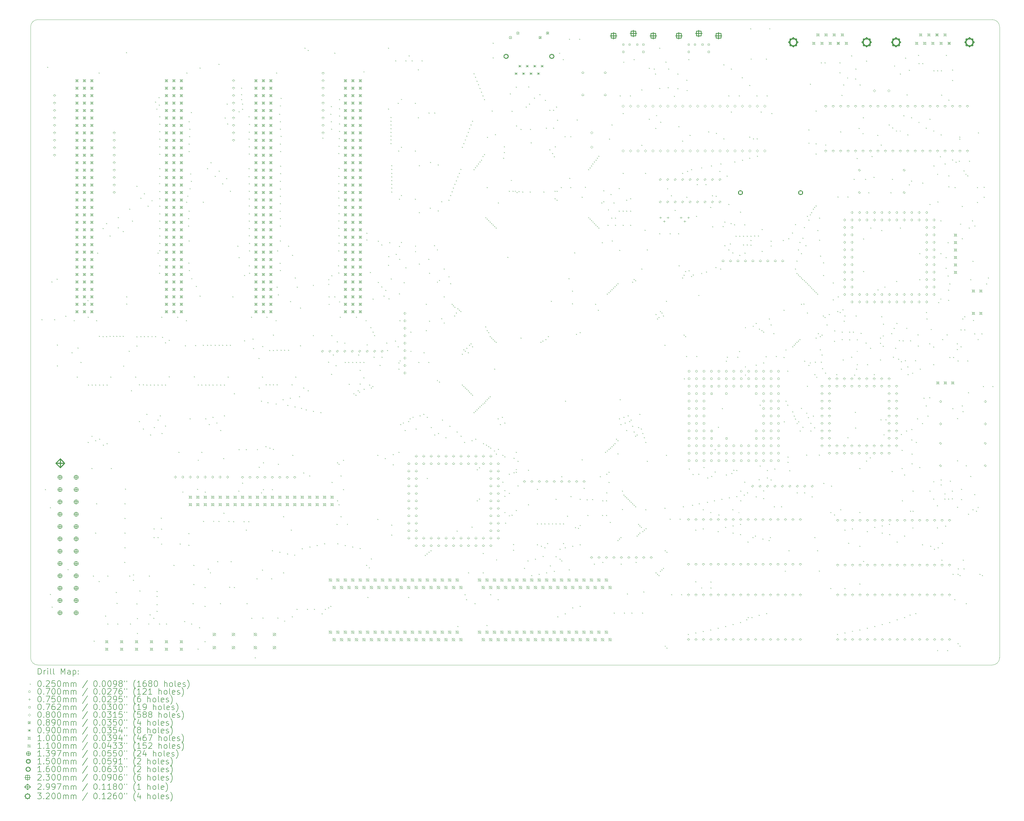
<source format=gbr>
%TF.GenerationSoftware,KiCad,Pcbnew,(6.0.8)*%
%TF.CreationDate,2022-10-29T13:34:58+01:00*%
%TF.ProjectId,yddraig030,79646472-6169-4673-9033-302e6b696361,rev?*%
%TF.SameCoordinates,Original*%
%TF.FileFunction,Drillmap*%
%TF.FilePolarity,Positive*%
%FSLAX45Y45*%
G04 Gerber Fmt 4.5, Leading zero omitted, Abs format (unit mm)*
G04 Created by KiCad (PCBNEW (6.0.8)) date 2022-10-29 13:34:58*
%MOMM*%
%LPD*%
G01*
G04 APERTURE LIST*
%ADD10C,0.050000*%
%ADD11C,0.200000*%
%ADD12C,0.025000*%
%ADD13C,0.070000*%
%ADD14C,0.075000*%
%ADD15C,0.076200*%
%ADD16C,0.080000*%
%ADD17C,0.089000*%
%ADD18C,0.090000*%
%ADD19C,0.100000*%
%ADD20C,0.110000*%
%ADD21C,0.139700*%
%ADD22C,0.150000*%
%ADD23C,0.160000*%
%ADD24C,0.230000*%
%ADD25C,0.299720*%
%ADD26C,0.320000*%
G04 APERTURE END LIST*
D10*
X3250000Y-3000000D02*
G75*
G03*
X3000000Y-3250000I0J-250000D01*
G01*
X35750000Y-25000000D02*
G75*
G03*
X36000000Y-24750000I0J250000D01*
G01*
X3000000Y-3250000D02*
X3000000Y-24750000D01*
X3000000Y-24750000D02*
G75*
G03*
X3250000Y-25000000I250000J0D01*
G01*
X35750000Y-3000000D02*
X3250000Y-3000000D01*
X36000000Y-3250000D02*
G75*
G03*
X35750000Y-3000000I-250000J0D01*
G01*
X3250000Y-25000000D02*
X35750000Y-25000000D01*
X36000000Y-24750000D02*
X36000000Y-3250000D01*
D11*
D12*
X3372500Y-13212500D02*
X3397500Y-13237500D01*
X3397500Y-13212500D02*
X3372500Y-13237500D01*
X3487501Y-19007501D02*
X3512501Y-19032501D01*
X3512501Y-19007501D02*
X3487501Y-19032501D01*
X3562500Y-4607500D02*
X3587500Y-4632500D01*
X3587500Y-4607500D02*
X3562500Y-4632500D01*
X3657500Y-19622500D02*
X3682500Y-19647500D01*
X3682500Y-19622500D02*
X3657500Y-19647500D01*
X3657500Y-22577500D02*
X3682500Y-22602500D01*
X3682500Y-22577500D02*
X3657500Y-22602500D01*
X3707500Y-11927500D02*
X3732500Y-11952500D01*
X3732500Y-11927500D02*
X3707500Y-11952500D01*
X3717500Y-23012500D02*
X3742500Y-23037500D01*
X3742500Y-23012500D02*
X3717500Y-23037500D01*
X3802500Y-13212500D02*
X3827500Y-13237500D01*
X3827500Y-13212500D02*
X3802500Y-13237500D01*
X3887500Y-11832500D02*
X3912500Y-11857500D01*
X3912500Y-11832500D02*
X3887500Y-11857500D01*
X3892500Y-14077500D02*
X3917500Y-14102500D01*
X3917500Y-14077500D02*
X3892500Y-14102500D01*
X3892500Y-14787500D02*
X3917500Y-14812500D01*
X3917500Y-14787500D02*
X3892500Y-14812500D01*
X4187500Y-13097500D02*
X4212500Y-13122500D01*
X4212500Y-13097500D02*
X4187500Y-13122500D01*
X4262500Y-21727500D02*
X4287500Y-21752500D01*
X4287500Y-21727500D02*
X4262500Y-21752500D01*
X4395000Y-14340000D02*
X4420000Y-14365000D01*
X4420000Y-14340000D02*
X4395000Y-14365000D01*
X4467500Y-13247500D02*
X4492500Y-13272500D01*
X4492500Y-13247500D02*
X4467500Y-13272500D01*
X4572500Y-15172500D02*
X4597500Y-15197500D01*
X4597500Y-15172500D02*
X4572500Y-15197500D01*
X4597500Y-14177500D02*
X4622500Y-14202500D01*
X4622500Y-14177500D02*
X4597500Y-14202500D01*
X4702500Y-14672500D02*
X4727500Y-14697500D01*
X4727500Y-14672500D02*
X4702500Y-14697500D01*
X4937500Y-12557500D02*
X4962500Y-12582500D01*
X4962500Y-12557500D02*
X4937500Y-12582500D01*
X4942500Y-13127500D02*
X4967500Y-13152500D01*
X4967500Y-13127500D02*
X4942500Y-13152500D01*
X4947500Y-17392500D02*
X4972500Y-17417500D01*
X4972500Y-17392500D02*
X4947500Y-17417500D01*
X4952500Y-15442500D02*
X4977500Y-15467500D01*
X4977500Y-15442500D02*
X4952500Y-15467500D01*
X5071650Y-17188350D02*
X5096650Y-17213350D01*
X5096650Y-17188350D02*
X5071650Y-17213350D01*
X5072500Y-18287500D02*
X5097500Y-18312500D01*
X5097500Y-18287500D02*
X5072500Y-18312500D01*
X5077500Y-15442500D02*
X5102500Y-15467500D01*
X5102500Y-15442500D02*
X5077500Y-15467500D01*
X5127500Y-21947500D02*
X5152500Y-21972500D01*
X5152500Y-21947500D02*
X5127500Y-21972500D01*
X5152500Y-24167500D02*
X5177500Y-24192500D01*
X5177500Y-24167500D02*
X5152500Y-24192500D01*
X5197500Y-20482500D02*
X5222500Y-20507500D01*
X5222500Y-20482500D02*
X5197500Y-20507500D01*
X5202500Y-15442500D02*
X5227500Y-15467500D01*
X5227500Y-15442500D02*
X5202500Y-15467500D01*
X5202500Y-17337500D02*
X5227500Y-17362500D01*
X5227500Y-17337500D02*
X5202500Y-17362500D01*
X5232500Y-13247500D02*
X5257500Y-13272500D01*
X5257500Y-13247500D02*
X5232500Y-13272500D01*
X5232500Y-19487500D02*
X5257500Y-19512500D01*
X5257500Y-19487500D02*
X5232500Y-19512500D01*
X5268500Y-10947500D02*
X5293500Y-10972500D01*
X5293500Y-10947500D02*
X5268500Y-10972500D01*
X5317500Y-4802500D02*
X5342500Y-4827500D01*
X5342500Y-4802500D02*
X5317500Y-4827500D01*
X5317500Y-22137500D02*
X5342500Y-22162500D01*
X5342500Y-22137500D02*
X5317500Y-22162500D01*
X5327500Y-13782500D02*
X5352500Y-13807500D01*
X5352500Y-13782500D02*
X5327500Y-13807500D01*
X5332500Y-15442500D02*
X5357500Y-15467500D01*
X5357500Y-15442500D02*
X5332500Y-15467500D01*
X5337500Y-17287500D02*
X5362500Y-17312500D01*
X5362500Y-17287500D02*
X5337500Y-17312500D01*
X5457500Y-10107500D02*
X5482500Y-10132500D01*
X5482500Y-10107500D02*
X5457500Y-10132500D01*
X5457500Y-13787500D02*
X5482500Y-13812500D01*
X5482500Y-13787500D02*
X5457500Y-13812500D01*
X5462500Y-15437500D02*
X5487500Y-15462500D01*
X5487500Y-15437500D02*
X5462500Y-15462500D01*
X5462500Y-17487500D02*
X5487500Y-17512500D01*
X5487500Y-17487500D02*
X5462500Y-17512500D01*
X5537500Y-23317500D02*
X5562500Y-23342500D01*
X5562500Y-23317500D02*
X5537500Y-23342500D01*
X5572500Y-9932500D02*
X5597500Y-9957500D01*
X5597500Y-9932500D02*
X5572500Y-9957500D01*
X5572500Y-13787500D02*
X5597500Y-13812500D01*
X5597500Y-13787500D02*
X5572500Y-13812500D01*
X5587500Y-15437500D02*
X5612500Y-15462500D01*
X5612500Y-15437500D02*
X5587500Y-15462500D01*
X5592500Y-17437500D02*
X5617500Y-17462500D01*
X5617500Y-17437500D02*
X5592500Y-17462500D01*
X5612500Y-23587500D02*
X5637500Y-23612500D01*
X5637500Y-23587500D02*
X5612500Y-23612500D01*
X5612500Y-21947500D02*
X5637500Y-21972500D01*
X5637500Y-21947500D02*
X5612500Y-21972500D01*
X5687500Y-10357500D02*
X5712500Y-10382500D01*
X5712500Y-10357500D02*
X5687500Y-10382500D01*
X5687500Y-13782500D02*
X5712500Y-13807500D01*
X5712500Y-13782500D02*
X5687500Y-13807500D01*
X5717500Y-15167500D02*
X5742500Y-15192500D01*
X5742500Y-15167500D02*
X5717500Y-15192500D01*
X5732500Y-18287500D02*
X5757500Y-18312500D01*
X5757500Y-18287500D02*
X5732500Y-18312500D01*
X5807500Y-13782500D02*
X5832500Y-13807500D01*
X5832500Y-13782500D02*
X5807500Y-13807500D01*
X5903500Y-22506500D02*
X5928500Y-22531500D01*
X5928500Y-22506500D02*
X5903500Y-22531500D01*
X5917500Y-13782500D02*
X5942500Y-13807500D01*
X5942500Y-13782500D02*
X5917500Y-13807500D01*
X5927500Y-22882500D02*
X5952500Y-22907500D01*
X5952500Y-22882500D02*
X5927500Y-22907500D01*
X5957500Y-23587500D02*
X5982500Y-23612500D01*
X5982500Y-23587500D02*
X5957500Y-23612500D01*
X5967500Y-9732500D02*
X5992500Y-9757500D01*
X5992500Y-9732500D02*
X5967500Y-9757500D01*
X5967500Y-10077500D02*
X5992500Y-10102500D01*
X5992500Y-10077500D02*
X5967500Y-10102500D01*
X6032500Y-13782500D02*
X6057500Y-13807500D01*
X6057500Y-13782500D02*
X6032500Y-13807500D01*
X6142500Y-10207500D02*
X6167500Y-10232500D01*
X6167500Y-10207500D02*
X6142500Y-10232500D01*
X6142500Y-13782500D02*
X6167500Y-13807500D01*
X6167500Y-13782500D02*
X6142500Y-13807500D01*
X6152500Y-14797500D02*
X6177500Y-14822500D01*
X6177500Y-14797500D02*
X6152500Y-14822500D01*
X6192500Y-21487500D02*
X6217500Y-21512500D01*
X6217500Y-21487500D02*
X6192500Y-21512500D01*
X6197500Y-19987500D02*
X6222500Y-20012500D01*
X6222500Y-19987500D02*
X6197500Y-20012500D01*
X6202500Y-19487500D02*
X6227500Y-19512500D01*
X6227500Y-19487500D02*
X6202500Y-19512500D01*
X6202500Y-20487500D02*
X6227500Y-20512500D01*
X6227500Y-20487500D02*
X6202500Y-20512500D01*
X6202500Y-20987500D02*
X6227500Y-21012500D01*
X6227500Y-20987500D02*
X6202500Y-21012500D01*
X6212500Y-18987500D02*
X6237500Y-19012500D01*
X6237500Y-18987500D02*
X6212500Y-19012500D01*
X6252500Y-4107500D02*
X6277500Y-4132500D01*
X6277500Y-4107500D02*
X6252500Y-4132500D01*
X6257500Y-12432500D02*
X6282500Y-12457500D01*
X6282500Y-12432500D02*
X6257500Y-12457500D01*
X6257500Y-12682500D02*
X6282500Y-12707500D01*
X6282500Y-12682500D02*
X6257500Y-12707500D01*
X6342500Y-14287500D02*
X6367500Y-14312500D01*
X6367500Y-14287500D02*
X6342500Y-14312500D01*
X6357500Y-21947500D02*
X6382500Y-21972500D01*
X6382500Y-21947500D02*
X6357500Y-21972500D01*
X6362500Y-9442500D02*
X6387500Y-9467500D01*
X6387500Y-9442500D02*
X6362500Y-9467500D01*
X6387500Y-23582500D02*
X6412500Y-23607500D01*
X6412500Y-23582500D02*
X6387500Y-23607500D01*
X6417500Y-15637500D02*
X6442500Y-15662500D01*
X6442500Y-15637500D02*
X6417500Y-15662500D01*
X6452500Y-9852500D02*
X6477500Y-9877500D01*
X6477500Y-9852500D02*
X6452500Y-9877500D01*
X6487500Y-21912500D02*
X6512500Y-21937500D01*
X6512500Y-21912500D02*
X6487500Y-21937500D01*
X6487500Y-22097500D02*
X6512500Y-22122500D01*
X6512500Y-22097500D02*
X6487500Y-22122500D01*
X6562500Y-15172500D02*
X6587500Y-15197500D01*
X6587500Y-15172500D02*
X6562500Y-15197500D01*
X6602500Y-22902500D02*
X6627500Y-22927500D01*
X6627500Y-22902500D02*
X6602500Y-22927500D01*
X6607500Y-8667500D02*
X6632500Y-8692500D01*
X6632500Y-8667500D02*
X6607500Y-8692500D01*
X6607500Y-13797500D02*
X6632500Y-13822500D01*
X6632500Y-13797500D02*
X6607500Y-13822500D01*
X6607500Y-14107500D02*
X6632500Y-14132500D01*
X6632500Y-14107500D02*
X6607500Y-14132500D01*
X6622500Y-23397500D02*
X6647500Y-23422500D01*
X6647500Y-23397500D02*
X6622500Y-23422500D01*
X6622500Y-23907500D02*
X6647500Y-23932500D01*
X6647500Y-23907500D02*
X6622500Y-23932500D01*
X6687500Y-15432500D02*
X6712500Y-15457500D01*
X6712500Y-15432500D02*
X6687500Y-15457500D01*
X6687500Y-16687500D02*
X6712500Y-16712500D01*
X6712500Y-16687500D02*
X6687500Y-16712500D01*
X6707500Y-22462500D02*
X6732500Y-22487500D01*
X6732500Y-22462500D02*
X6707500Y-22487500D01*
X6737500Y-9072500D02*
X6762500Y-9097500D01*
X6762500Y-9072500D02*
X6737500Y-9097500D01*
X6737500Y-13787500D02*
X6762500Y-13812500D01*
X6762500Y-13787500D02*
X6737500Y-13812500D01*
X6822500Y-15432500D02*
X6847500Y-15457500D01*
X6847500Y-15432500D02*
X6822500Y-15457500D01*
X6822500Y-16937500D02*
X6847500Y-16962500D01*
X6847500Y-16937500D02*
X6822500Y-16962500D01*
X6862500Y-8917500D02*
X6887500Y-8942500D01*
X6887500Y-8917500D02*
X6862500Y-8942500D01*
X6862500Y-13787500D02*
X6887500Y-13812500D01*
X6887500Y-13787500D02*
X6862500Y-13812500D01*
X6947500Y-15437500D02*
X6972500Y-15462500D01*
X6972500Y-15437500D02*
X6947500Y-15462500D01*
X6947500Y-16437500D02*
X6972500Y-16462500D01*
X6972500Y-16437500D02*
X6947500Y-16462500D01*
X6987500Y-9342500D02*
X7012500Y-9367500D01*
X7012500Y-9342500D02*
X6987500Y-9367500D01*
X6987500Y-13787500D02*
X7012500Y-13812500D01*
X7012500Y-13787500D02*
X6987500Y-13812500D01*
X7007500Y-23587500D02*
X7032500Y-23612500D01*
X7032500Y-23587500D02*
X7007500Y-23612500D01*
X7027500Y-21947500D02*
X7052500Y-21972500D01*
X7052500Y-21947500D02*
X7027500Y-21972500D01*
X7052500Y-23267500D02*
X7077500Y-23292500D01*
X7077500Y-23267500D02*
X7052500Y-23292500D01*
X7072500Y-15437500D02*
X7097500Y-15462500D01*
X7097500Y-15437500D02*
X7072500Y-15462500D01*
X7072500Y-17142500D02*
X7097500Y-17167500D01*
X7097500Y-17142500D02*
X7072500Y-17167500D01*
X7117500Y-9157500D02*
X7142500Y-9182500D01*
X7142500Y-9157500D02*
X7117500Y-9182500D01*
X7117500Y-13787500D02*
X7142500Y-13812500D01*
X7142500Y-13787500D02*
X7117500Y-13812500D01*
X7182500Y-23387500D02*
X7207500Y-23412500D01*
X7207500Y-23387500D02*
X7182500Y-23412500D01*
X7192500Y-20342500D02*
X7217500Y-20367500D01*
X7217500Y-20342500D02*
X7192500Y-20367500D01*
X7192500Y-20637500D02*
X7217500Y-20662500D01*
X7217500Y-20637500D02*
X7192500Y-20662500D01*
X7197500Y-15437500D02*
X7222500Y-15462500D01*
X7222500Y-15437500D02*
X7197500Y-15462500D01*
X7197500Y-16887500D02*
X7222500Y-16912500D01*
X7222500Y-16887500D02*
X7197500Y-16912500D01*
X7237500Y-13787500D02*
X7262500Y-13812500D01*
X7262500Y-13787500D02*
X7237500Y-13812500D01*
X7242500Y-5797500D02*
X7267500Y-5822500D01*
X7267500Y-5797500D02*
X7242500Y-5822500D01*
X7282500Y-6037500D02*
X7307500Y-6062500D01*
X7307500Y-6037500D02*
X7282500Y-6062500D01*
X7292500Y-22472500D02*
X7317500Y-22497500D01*
X7317500Y-22472500D02*
X7292500Y-22497500D01*
X7292500Y-22647500D02*
X7317500Y-22672500D01*
X7317500Y-22647500D02*
X7292500Y-22672500D01*
X7292500Y-22922500D02*
X7317500Y-22947500D01*
X7317500Y-22922500D02*
X7292500Y-22947500D01*
X7292500Y-23152500D02*
X7317500Y-23177500D01*
X7317500Y-23152500D02*
X7292500Y-23177500D01*
X7322500Y-10947500D02*
X7347500Y-10972500D01*
X7347500Y-10947500D02*
X7322500Y-10972500D01*
X7322500Y-20637500D02*
X7347500Y-20662500D01*
X7347500Y-20637500D02*
X7322500Y-20662500D01*
X7327500Y-15437500D02*
X7352500Y-15462500D01*
X7352500Y-15437500D02*
X7327500Y-15462500D01*
X7328350Y-16636650D02*
X7353350Y-16661650D01*
X7353350Y-16636650D02*
X7328350Y-16661650D01*
X7357500Y-5642500D02*
X7382500Y-5667500D01*
X7382500Y-5642500D02*
X7357500Y-5667500D01*
X7367500Y-5897500D02*
X7392500Y-5922500D01*
X7392500Y-5897500D02*
X7367500Y-5922500D01*
X7377500Y-8577500D02*
X7402500Y-8602500D01*
X7402500Y-8577500D02*
X7377500Y-8602500D01*
X7377500Y-11627500D02*
X7402500Y-11652500D01*
X7402500Y-11627500D02*
X7377500Y-11652500D01*
X7377500Y-23587500D02*
X7402500Y-23612500D01*
X7402500Y-23587500D02*
X7377500Y-23612500D01*
X7382500Y-8842500D02*
X7407500Y-8867500D01*
X7407500Y-8842500D02*
X7382500Y-8867500D01*
X7382500Y-9092500D02*
X7407500Y-9117500D01*
X7407500Y-9092500D02*
X7382500Y-9117500D01*
X7382500Y-9602500D02*
X7407500Y-9627500D01*
X7407500Y-9602500D02*
X7382500Y-9627500D01*
X7382500Y-9852500D02*
X7407500Y-9877500D01*
X7407500Y-9852500D02*
X7382500Y-9877500D01*
X7382500Y-10107500D02*
X7407500Y-10132500D01*
X7407500Y-10107500D02*
X7382500Y-10132500D01*
X7382500Y-10357500D02*
X7407500Y-10382500D01*
X7407500Y-10357500D02*
X7382500Y-10382500D01*
X7382500Y-10612500D02*
X7407500Y-10637500D01*
X7407500Y-10612500D02*
X7382500Y-10637500D01*
X7382500Y-11377500D02*
X7407500Y-11402500D01*
X7407500Y-11377500D02*
X7382500Y-11402500D01*
X7387500Y-6292500D02*
X7412500Y-6317500D01*
X7412500Y-6292500D02*
X7387500Y-6317500D01*
X7387500Y-6547500D02*
X7412500Y-6572500D01*
X7412500Y-6547500D02*
X7387500Y-6572500D01*
X7387500Y-6802500D02*
X7412500Y-6827500D01*
X7412500Y-6802500D02*
X7387500Y-6827500D01*
X7387500Y-7057500D02*
X7412500Y-7082500D01*
X7412500Y-7057500D02*
X7387500Y-7082500D01*
X7387500Y-7317500D02*
X7412500Y-7342500D01*
X7412500Y-7317500D02*
X7387500Y-7342500D01*
X7387500Y-7572500D02*
X7412500Y-7597500D01*
X7412500Y-7572500D02*
X7387500Y-7597500D01*
X7387500Y-8062500D02*
X7412500Y-8087500D01*
X7412500Y-8062500D02*
X7387500Y-8087500D01*
X7387500Y-8327500D02*
X7412500Y-8352500D01*
X7412500Y-8327500D02*
X7387500Y-8352500D01*
X7387500Y-9342500D02*
X7412500Y-9367500D01*
X7412500Y-9342500D02*
X7387500Y-9367500D01*
X7387500Y-10862500D02*
X7412500Y-10887500D01*
X7412500Y-10862500D02*
X7387500Y-10887500D01*
X7402500Y-16487500D02*
X7427500Y-16512500D01*
X7427500Y-16487500D02*
X7402500Y-16512500D01*
X7437500Y-19977500D02*
X7462500Y-20002500D01*
X7462500Y-19977500D02*
X7437500Y-20002500D01*
X7447500Y-20347500D02*
X7472500Y-20372500D01*
X7472500Y-20347500D02*
X7447500Y-20372500D01*
X7447500Y-20862500D02*
X7472500Y-20887500D01*
X7472500Y-20862500D02*
X7447500Y-20887500D01*
X7452500Y-13127500D02*
X7477500Y-13152500D01*
X7477500Y-13127500D02*
X7452500Y-13152500D01*
X7457500Y-15437500D02*
X7482500Y-15462500D01*
X7482500Y-15437500D02*
X7457500Y-15462500D01*
X7457500Y-17087500D02*
X7482500Y-17112500D01*
X7482500Y-17087500D02*
X7457500Y-17112500D01*
X7477500Y-13817500D02*
X7502500Y-13842500D01*
X7502500Y-13817500D02*
X7477500Y-13842500D01*
X7582500Y-14002500D02*
X7607500Y-14027500D01*
X7607500Y-14002500D02*
X7582500Y-14027500D01*
X7582500Y-15437500D02*
X7607500Y-15462500D01*
X7607500Y-15437500D02*
X7582500Y-15462500D01*
X7582500Y-16837500D02*
X7607500Y-16862500D01*
X7607500Y-16837500D02*
X7582500Y-16862500D01*
X7612500Y-23587500D02*
X7637500Y-23612500D01*
X7637500Y-23587500D02*
X7612500Y-23612500D01*
X7707500Y-13912500D02*
X7732500Y-13937500D01*
X7732500Y-13912500D02*
X7707500Y-13937500D01*
X7707500Y-15162500D02*
X7732500Y-15187500D01*
X7732500Y-15162500D02*
X7707500Y-15187500D01*
X7867500Y-21587500D02*
X7892500Y-21612500D01*
X7892500Y-21587500D02*
X7867500Y-21612500D01*
X7997500Y-13127500D02*
X8022500Y-13152500D01*
X8022500Y-13127500D02*
X7997500Y-13152500D01*
X8037500Y-17737500D02*
X8062500Y-17762500D01*
X8062500Y-17737500D02*
X8037500Y-17762500D01*
X8082500Y-20857500D02*
X8107500Y-20882500D01*
X8107500Y-20857500D02*
X8082500Y-20882500D01*
X8167500Y-19087500D02*
X8192500Y-19112500D01*
X8192500Y-19087500D02*
X8167500Y-19112500D01*
X8228750Y-23501250D02*
X8253750Y-23526250D01*
X8253750Y-23501250D02*
X8228750Y-23526250D01*
X8257500Y-14102500D02*
X8282500Y-14127500D01*
X8282500Y-14102500D02*
X8257500Y-14127500D01*
X8292500Y-13247500D02*
X8317500Y-13272500D01*
X8317500Y-13247500D02*
X8292500Y-13272500D01*
X8302500Y-9207500D02*
X8327500Y-9232500D01*
X8327500Y-9207500D02*
X8302500Y-9232500D01*
X8307500Y-4802500D02*
X8332500Y-4827500D01*
X8332500Y-4802500D02*
X8307500Y-4827500D01*
X8336960Y-9001960D02*
X8361960Y-9026960D01*
X8361960Y-9001960D02*
X8336960Y-9026960D01*
X8365500Y-10020500D02*
X8390500Y-10045500D01*
X8390500Y-10020500D02*
X8365500Y-10045500D01*
X8368960Y-9763960D02*
X8393960Y-9788960D01*
X8393960Y-9763960D02*
X8368960Y-9788960D01*
X8372500Y-20902500D02*
X8397500Y-20927500D01*
X8397500Y-20902500D02*
X8372500Y-20927500D01*
X8374000Y-20504000D02*
X8399000Y-20529000D01*
X8399000Y-20504000D02*
X8374000Y-20529000D01*
X8375420Y-11285420D02*
X8400420Y-11310420D01*
X8400420Y-11285420D02*
X8375420Y-11310420D01*
X8380500Y-6464500D02*
X8405500Y-6489500D01*
X8405500Y-6464500D02*
X8380500Y-6489500D01*
X8380960Y-10525960D02*
X8405960Y-10550960D01*
X8405960Y-10525960D02*
X8380960Y-10550960D01*
X8382100Y-9512900D02*
X8407100Y-9537900D01*
X8407100Y-9512900D02*
X8382100Y-9537900D01*
X8383500Y-7226500D02*
X8408500Y-7251500D01*
X8408500Y-7226500D02*
X8383500Y-7251500D01*
X8385500Y-7480500D02*
X8410500Y-7505500D01*
X8410500Y-7480500D02*
X8385500Y-7505500D01*
X8390580Y-11539420D02*
X8415580Y-11564420D01*
X8415580Y-11539420D02*
X8390580Y-11564420D01*
X8399960Y-6969960D02*
X8424960Y-6994960D01*
X8424960Y-6969960D02*
X8399960Y-6994960D01*
X8409040Y-6715960D02*
X8434040Y-6740960D01*
X8434040Y-6715960D02*
X8409040Y-6740960D01*
X8413040Y-8753040D02*
X8438040Y-8778040D01*
X8438040Y-8753040D02*
X8413040Y-8778040D01*
X8417500Y-16587500D02*
X8442500Y-16612500D01*
X8442500Y-16587500D02*
X8417500Y-16612500D01*
X8432500Y-8247500D02*
X8457500Y-8272500D01*
X8457500Y-8247500D02*
X8432500Y-8272500D01*
X8461040Y-8493960D02*
X8486040Y-8518960D01*
X8486040Y-8493960D02*
X8461040Y-8518960D01*
X8462500Y-6152500D02*
X8487500Y-6177500D01*
X8487500Y-6152500D02*
X8462500Y-6177500D01*
X8467500Y-23587500D02*
X8492500Y-23612500D01*
X8492500Y-23587500D02*
X8467500Y-23612500D01*
X8472500Y-11812500D02*
X8497500Y-11837500D01*
X8497500Y-11812500D02*
X8472500Y-11837500D01*
X8522500Y-22887500D02*
X8547500Y-22912500D01*
X8547500Y-22887500D02*
X8522500Y-22912500D01*
X8547500Y-21587500D02*
X8572500Y-21612500D01*
X8572500Y-21587500D02*
X8547500Y-21612500D01*
X8547500Y-22237500D02*
X8572500Y-22262500D01*
X8572500Y-22237500D02*
X8547500Y-22262500D01*
X8562500Y-15162500D02*
X8587500Y-15187500D01*
X8587500Y-15162500D02*
X8562500Y-15187500D01*
X8607500Y-14097500D02*
X8632500Y-14122500D01*
X8632500Y-14097500D02*
X8607500Y-14122500D01*
X8627101Y-12077899D02*
X8652101Y-12102899D01*
X8652101Y-12077899D02*
X8627101Y-12102899D01*
X8672500Y-18997500D02*
X8697500Y-19022500D01*
X8697500Y-18997500D02*
X8672500Y-19022500D01*
X8687500Y-24442500D02*
X8712500Y-24467500D01*
X8712500Y-24442500D02*
X8687500Y-24467500D01*
X8692500Y-15437500D02*
X8717500Y-15462500D01*
X8717500Y-15437500D02*
X8692500Y-15462500D01*
X8692500Y-18002500D02*
X8717500Y-18027500D01*
X8717500Y-18002500D02*
X8692500Y-18027500D01*
X8737500Y-23712500D02*
X8762500Y-23737500D01*
X8762500Y-23712500D02*
X8737500Y-23737500D01*
X8752500Y-4637500D02*
X8777500Y-4662500D01*
X8777500Y-4637500D02*
X8752500Y-4662500D01*
X8752500Y-12407500D02*
X8777500Y-12432500D01*
X8777500Y-12407500D02*
X8752500Y-12432500D01*
X8817500Y-15437500D02*
X8842500Y-15462500D01*
X8842500Y-15437500D02*
X8817500Y-15462500D01*
X8817500Y-17737500D02*
X8842500Y-17762500D01*
X8842500Y-17737500D02*
X8817500Y-17762500D01*
X8862500Y-9207500D02*
X8887500Y-9232500D01*
X8887500Y-9207500D02*
X8862500Y-9232500D01*
X8862500Y-14087500D02*
X8887500Y-14112500D01*
X8887500Y-14087500D02*
X8862500Y-14112500D01*
X8872500Y-20087500D02*
X8897500Y-20112500D01*
X8897500Y-20087500D02*
X8872500Y-20112500D01*
X8922500Y-22342500D02*
X8947500Y-22367500D01*
X8947500Y-22342500D02*
X8922500Y-22367500D01*
X8927500Y-22982500D02*
X8952500Y-23007500D01*
X8952500Y-22982500D02*
X8927500Y-23007500D01*
X8927500Y-24187500D02*
X8952500Y-24212500D01*
X8952500Y-24187500D02*
X8927500Y-24212500D01*
X8932500Y-19087500D02*
X8957500Y-19112500D01*
X8957500Y-19087500D02*
X8932500Y-19112500D01*
X8947500Y-15437500D02*
X8972500Y-15462500D01*
X8972500Y-15437500D02*
X8947500Y-15462500D01*
X8947500Y-16587500D02*
X8972500Y-16612500D01*
X8972500Y-16587500D02*
X8947500Y-16612500D01*
X9007500Y-8067500D02*
X9032500Y-8092500D01*
X9032500Y-8067500D02*
X9007500Y-8092500D01*
X9007500Y-14087500D02*
X9032500Y-14112500D01*
X9032500Y-14087500D02*
X9007500Y-14112500D01*
X9037500Y-21712500D02*
X9062500Y-21737500D01*
X9062500Y-21712500D02*
X9037500Y-21737500D01*
X9072500Y-15437500D02*
X9097500Y-15462500D01*
X9097500Y-15437500D02*
X9072500Y-15462500D01*
X9072500Y-16787500D02*
X9097500Y-16812500D01*
X9097500Y-16787500D02*
X9072500Y-16812500D01*
X9107500Y-21837500D02*
X9132500Y-21862500D01*
X9132500Y-21837500D02*
X9107500Y-21862500D01*
X9132500Y-7862500D02*
X9157500Y-7887500D01*
X9157500Y-7862500D02*
X9132500Y-7887500D01*
X9132500Y-14087500D02*
X9157500Y-14112500D01*
X9157500Y-14087500D02*
X9132500Y-14112500D01*
X9197500Y-15437500D02*
X9222500Y-15462500D01*
X9222500Y-15437500D02*
X9197500Y-15462500D01*
X9197500Y-16537500D02*
X9222500Y-16562500D01*
X9222500Y-16537500D02*
X9197500Y-16562500D01*
X9217500Y-20087500D02*
X9242500Y-20112500D01*
X9242500Y-20087500D02*
X9217500Y-20112500D01*
X9272500Y-8327500D02*
X9297500Y-8352500D01*
X9297500Y-8327500D02*
X9272500Y-8352500D01*
X9272500Y-14087500D02*
X9297500Y-14112500D01*
X9297500Y-14087500D02*
X9272500Y-14112500D01*
X9327500Y-15437500D02*
X9352500Y-15462500D01*
X9352500Y-15437500D02*
X9327500Y-15462500D01*
X9327500Y-16737500D02*
X9352500Y-16762500D01*
X9352500Y-16737500D02*
X9327500Y-16762500D01*
X9356500Y-21456500D02*
X9381500Y-21481500D01*
X9381500Y-21456500D02*
X9356500Y-21481500D01*
X9397500Y-4507500D02*
X9422500Y-4532500D01*
X9422500Y-4507500D02*
X9397500Y-4532500D01*
X9397500Y-20087500D02*
X9422500Y-20112500D01*
X9422500Y-20087500D02*
X9397500Y-20112500D01*
X9407500Y-8147500D02*
X9432500Y-8172500D01*
X9432500Y-8147500D02*
X9407500Y-8172500D01*
X9407500Y-14087500D02*
X9432500Y-14112500D01*
X9432500Y-14087500D02*
X9407500Y-14112500D01*
X9452500Y-22887500D02*
X9477500Y-22912500D01*
X9477500Y-22887500D02*
X9452500Y-22912500D01*
X9457500Y-15437500D02*
X9482500Y-15462500D01*
X9482500Y-15437500D02*
X9457500Y-15462500D01*
X9457500Y-16987500D02*
X9482500Y-17012500D01*
X9482500Y-16987500D02*
X9457500Y-17012500D01*
X9527500Y-8582500D02*
X9552500Y-8607500D01*
X9552500Y-8582500D02*
X9527500Y-8607500D01*
X9527500Y-14087500D02*
X9552500Y-14112500D01*
X9552500Y-14087500D02*
X9527500Y-14112500D01*
X9557500Y-17947500D02*
X9582500Y-17972500D01*
X9582500Y-17947500D02*
X9557500Y-17972500D01*
X9567500Y-19812500D02*
X9592500Y-19837500D01*
X9592500Y-19812500D02*
X9567500Y-19837500D01*
X9582500Y-15437500D02*
X9607500Y-15462500D01*
X9607500Y-15437500D02*
X9582500Y-15462500D01*
X9582500Y-16487500D02*
X9607500Y-16512500D01*
X9607500Y-16487500D02*
X9582500Y-16512500D01*
X9612500Y-6337500D02*
X9637500Y-6362500D01*
X9637500Y-6337500D02*
X9612500Y-6362500D01*
X9662500Y-8407500D02*
X9687500Y-8432500D01*
X9687500Y-8407500D02*
X9662500Y-8432500D01*
X9662500Y-14087500D02*
X9687500Y-14112500D01*
X9687500Y-14087500D02*
X9662500Y-14112500D01*
X9682500Y-5862500D02*
X9707500Y-5887500D01*
X9707500Y-5862500D02*
X9682500Y-5887500D01*
X9697500Y-6542500D02*
X9722500Y-6567500D01*
X9722500Y-6542500D02*
X9697500Y-6567500D01*
X9712500Y-15167500D02*
X9737500Y-15192500D01*
X9737500Y-15167500D02*
X9712500Y-15192500D01*
X9737500Y-20087500D02*
X9762500Y-20112500D01*
X9762500Y-20087500D02*
X9737500Y-20112500D01*
X9762500Y-22332500D02*
X9787500Y-22357500D01*
X9787500Y-22332500D02*
X9762500Y-22357500D01*
X9787500Y-8837500D02*
X9812500Y-8862500D01*
X9812500Y-8837500D02*
X9787500Y-8862500D01*
X9787500Y-14087500D02*
X9812500Y-14112500D01*
X9812500Y-14087500D02*
X9787500Y-14112500D01*
X9812500Y-21457500D02*
X9837500Y-21482500D01*
X9837500Y-21457500D02*
X9812500Y-21482500D01*
X9872500Y-12432500D02*
X9897500Y-12457500D01*
X9897500Y-12432500D02*
X9872500Y-12457500D01*
X9902500Y-20092500D02*
X9927500Y-20117500D01*
X9927500Y-20092500D02*
X9902500Y-20117500D01*
X9922500Y-22337500D02*
X9947500Y-22362500D01*
X9947500Y-22337500D02*
X9922500Y-22362500D01*
X9927500Y-15737500D02*
X9952500Y-15762500D01*
X9952500Y-15737500D02*
X9927500Y-15762500D01*
X10042500Y-10707500D02*
X10067500Y-10732500D01*
X10067500Y-10707500D02*
X10042500Y-10732500D01*
X10077500Y-19052500D02*
X10102500Y-19077500D01*
X10102500Y-19052500D02*
X10077500Y-19077500D01*
X10087500Y-6127500D02*
X10112500Y-6152500D01*
X10112500Y-6127500D02*
X10087500Y-6152500D01*
X10087500Y-11092500D02*
X10112500Y-11117500D01*
X10112500Y-11092500D02*
X10087500Y-11117500D01*
X10087500Y-17637500D02*
X10112500Y-17662500D01*
X10112500Y-17637500D02*
X10087500Y-17662500D01*
X10172500Y-5542500D02*
X10197500Y-5567500D01*
X10197500Y-5542500D02*
X10172500Y-5567500D01*
X10172500Y-5712500D02*
X10197500Y-5737500D01*
X10197500Y-5712500D02*
X10172500Y-5737500D01*
X10173500Y-5321500D02*
X10198500Y-5346500D01*
X10198500Y-5321500D02*
X10173500Y-5346500D01*
X10207500Y-5862500D02*
X10232500Y-5887500D01*
X10232500Y-5862500D02*
X10207500Y-5887500D01*
X10207500Y-6042500D02*
X10232500Y-6067500D01*
X10232500Y-6042500D02*
X10207500Y-6067500D01*
X10207500Y-18787500D02*
X10232500Y-18812500D01*
X10232500Y-18787500D02*
X10207500Y-18812500D01*
X10252500Y-20092500D02*
X10277500Y-20117500D01*
X10277500Y-20092500D02*
X10252500Y-20117500D01*
X10272500Y-11707500D02*
X10297500Y-11732500D01*
X10297500Y-11707500D02*
X10272500Y-11732500D01*
X10272500Y-13932500D02*
X10297500Y-13957500D01*
X10297500Y-13932500D02*
X10272500Y-13957500D01*
X10332500Y-17637500D02*
X10357500Y-17662500D01*
X10357500Y-17637500D02*
X10332500Y-17662500D01*
X10332500Y-20382500D02*
X10357500Y-20407500D01*
X10357500Y-20382500D02*
X10332500Y-20407500D01*
X10352500Y-22887500D02*
X10377500Y-22912500D01*
X10377500Y-22887500D02*
X10352500Y-22912500D01*
X10415000Y-20092500D02*
X10440000Y-20117500D01*
X10440000Y-20092500D02*
X10415000Y-20117500D01*
X10427500Y-6292500D02*
X10452500Y-6317500D01*
X10452500Y-6292500D02*
X10427500Y-6317500D01*
X10427500Y-7057500D02*
X10452500Y-7082500D01*
X10452500Y-7057500D02*
X10427500Y-7082500D01*
X10427500Y-8062500D02*
X10452500Y-8087500D01*
X10452500Y-8062500D02*
X10427500Y-8087500D01*
X10427500Y-8332500D02*
X10452500Y-8357500D01*
X10452500Y-8332500D02*
X10427500Y-8357500D01*
X10432500Y-6822500D02*
X10457500Y-6847500D01*
X10457500Y-6822500D02*
X10432500Y-6847500D01*
X10432500Y-7317500D02*
X10457500Y-7342500D01*
X10457500Y-7317500D02*
X10432500Y-7342500D01*
X10432500Y-7567500D02*
X10457500Y-7592500D01*
X10457500Y-7567500D02*
X10432500Y-7592500D01*
X10432500Y-8582500D02*
X10457500Y-8607500D01*
X10457500Y-8582500D02*
X10432500Y-8607500D01*
X10432500Y-8837500D02*
X10457500Y-8862500D01*
X10457500Y-8837500D02*
X10432500Y-8862500D01*
X10432500Y-9097500D02*
X10457500Y-9122500D01*
X10457500Y-9097500D02*
X10432500Y-9122500D01*
X10432500Y-9337500D02*
X10457500Y-9362500D01*
X10457500Y-9337500D02*
X10432500Y-9362500D01*
X10432500Y-9602500D02*
X10457500Y-9627500D01*
X10457500Y-9602500D02*
X10432500Y-9627500D01*
X10432500Y-9852500D02*
X10457500Y-9877500D01*
X10457500Y-9852500D02*
X10432500Y-9877500D01*
X10432500Y-10107500D02*
X10457500Y-10132500D01*
X10457500Y-10107500D02*
X10432500Y-10132500D01*
X10432500Y-10352500D02*
X10457500Y-10377500D01*
X10457500Y-10352500D02*
X10432500Y-10377500D01*
X10432500Y-11372500D02*
X10457500Y-11397500D01*
X10457500Y-11372500D02*
X10432500Y-11397500D01*
X10437500Y-6557500D02*
X10462500Y-6582500D01*
X10462500Y-6557500D02*
X10437500Y-6582500D01*
X10437500Y-10612500D02*
X10462500Y-10637500D01*
X10462500Y-10612500D02*
X10437500Y-10637500D01*
X10437500Y-10867500D02*
X10462500Y-10892500D01*
X10462500Y-10867500D02*
X10437500Y-10892500D01*
X10437500Y-11632500D02*
X10462500Y-11657500D01*
X10462500Y-11632500D02*
X10437500Y-11657500D01*
X10507500Y-13127500D02*
X10532500Y-13152500D01*
X10532500Y-13127500D02*
X10507500Y-13152500D01*
X10517500Y-23387500D02*
X10542500Y-23412500D01*
X10542500Y-23387500D02*
X10517500Y-23412500D01*
X10557500Y-13872500D02*
X10582500Y-13897500D01*
X10582500Y-13872500D02*
X10557500Y-13897500D01*
X10572500Y-14192500D02*
X10597500Y-14217500D01*
X10597500Y-14192500D02*
X10572500Y-14217500D01*
X10637500Y-24732500D02*
X10662500Y-24757500D01*
X10662500Y-24732500D02*
X10637500Y-24757500D01*
X10692500Y-22047500D02*
X10717500Y-22072500D01*
X10717500Y-22047500D02*
X10692500Y-22072500D01*
X10707500Y-17637500D02*
X10732500Y-17662500D01*
X10732500Y-17637500D02*
X10707500Y-17662500D01*
X10762500Y-14537500D02*
X10787500Y-14562500D01*
X10787500Y-14537500D02*
X10762500Y-14562500D01*
X10772500Y-15537500D02*
X10797500Y-15562500D01*
X10797500Y-15537500D02*
X10772500Y-15562500D01*
X10772500Y-18242500D02*
X10797500Y-18267500D01*
X10797500Y-18242500D02*
X10772500Y-18267500D01*
X10847500Y-15987500D02*
X10872500Y-16012500D01*
X10872500Y-15987500D02*
X10847500Y-16012500D01*
X10847500Y-19117500D02*
X10872500Y-19142500D01*
X10872500Y-19117500D02*
X10847500Y-19142500D01*
X10877500Y-15172500D02*
X10902500Y-15197500D01*
X10902500Y-15172500D02*
X10877500Y-15197500D01*
X10877500Y-21747500D02*
X10902500Y-21772500D01*
X10902500Y-21747500D02*
X10877500Y-21772500D01*
X10887500Y-14127500D02*
X10912500Y-14152500D01*
X10912500Y-14127500D02*
X10887500Y-14152500D01*
X10897500Y-23377500D02*
X10922500Y-23402500D01*
X10922500Y-23377500D02*
X10897500Y-23402500D01*
X10912500Y-18087500D02*
X10937500Y-18112500D01*
X10937500Y-18087500D02*
X10912500Y-18112500D01*
X10912500Y-19002500D02*
X10937500Y-19027500D01*
X10937500Y-19002500D02*
X10912500Y-19027500D01*
X11002500Y-17537500D02*
X11027500Y-17562500D01*
X11027500Y-17537500D02*
X11002500Y-17562500D01*
X11007500Y-15427500D02*
X11032500Y-15452500D01*
X11032500Y-15427500D02*
X11007500Y-15452500D01*
X11032500Y-13127500D02*
X11057500Y-13152500D01*
X11057500Y-13127500D02*
X11032500Y-13152500D01*
X11067500Y-16037500D02*
X11092500Y-16062500D01*
X11092500Y-16037500D02*
X11067500Y-16062500D01*
X11129500Y-14260500D02*
X11154500Y-14285500D01*
X11154500Y-14260500D02*
X11129500Y-14285500D01*
X11132500Y-15427500D02*
X11157500Y-15452500D01*
X11157500Y-15427500D02*
X11132500Y-15452500D01*
X11132500Y-17587500D02*
X11157500Y-17612500D01*
X11157500Y-17587500D02*
X11132500Y-17612500D01*
X11192500Y-22047500D02*
X11217500Y-22072500D01*
X11217500Y-22047500D02*
X11192500Y-22072500D01*
X11217500Y-19002500D02*
X11242500Y-19027500D01*
X11242500Y-19002500D02*
X11217500Y-19027500D01*
X11217500Y-21087500D02*
X11242500Y-21112500D01*
X11242500Y-21087500D02*
X11217500Y-21112500D01*
X11256500Y-14263500D02*
X11281500Y-14288500D01*
X11281500Y-14263500D02*
X11256500Y-14288500D01*
X11257500Y-13737500D02*
X11282500Y-13762500D01*
X11282500Y-13737500D02*
X11257500Y-13762500D01*
X11257500Y-15427500D02*
X11282500Y-15452500D01*
X11282500Y-15427500D02*
X11257500Y-15452500D01*
X11257500Y-17632500D02*
X11282500Y-17657500D01*
X11282500Y-17632500D02*
X11257500Y-17657500D01*
X11342500Y-13247500D02*
X11367500Y-13272500D01*
X11367500Y-13247500D02*
X11342500Y-13272500D01*
X11347500Y-16087500D02*
X11372500Y-16112500D01*
X11372500Y-16087500D02*
X11347500Y-16112500D01*
X11362500Y-4802500D02*
X11387500Y-4827500D01*
X11387500Y-4802500D02*
X11362500Y-4827500D01*
X11382500Y-12107500D02*
X11407500Y-12132500D01*
X11407500Y-12107500D02*
X11382500Y-12132500D01*
X11382500Y-15427500D02*
X11407500Y-15452500D01*
X11407500Y-15427500D02*
X11382500Y-15452500D01*
X11383500Y-14253500D02*
X11408500Y-14278500D01*
X11408500Y-14253500D02*
X11383500Y-14278500D01*
X11397500Y-10867500D02*
X11422500Y-10892500D01*
X11422500Y-10867500D02*
X11397500Y-10892500D01*
X11402500Y-23377500D02*
X11427500Y-23402500D01*
X11427500Y-23377500D02*
X11402500Y-23402500D01*
X11422500Y-12367500D02*
X11447500Y-12392500D01*
X11447500Y-12367500D02*
X11422500Y-12392500D01*
X11422500Y-18137500D02*
X11447500Y-18162500D01*
X11447500Y-18137500D02*
X11422500Y-18162500D01*
X11467500Y-6207500D02*
X11492500Y-6232500D01*
X11492500Y-6207500D02*
X11467500Y-6232500D01*
X11472500Y-21137500D02*
X11497500Y-21162500D01*
X11497500Y-21137500D02*
X11472500Y-21162500D01*
X11482500Y-9517500D02*
X11507500Y-9542500D01*
X11507500Y-9517500D02*
X11482500Y-9542500D01*
X11482500Y-11287500D02*
X11507500Y-11312500D01*
X11507500Y-11287500D02*
X11482500Y-11312500D01*
X11487500Y-6462500D02*
X11512500Y-6487500D01*
X11512500Y-6462500D02*
X11487500Y-6487500D01*
X11487500Y-9002500D02*
X11512500Y-9027500D01*
X11512500Y-9002500D02*
X11487500Y-9027500D01*
X11487500Y-9767500D02*
X11512500Y-9792500D01*
X11512500Y-9767500D02*
X11487500Y-9792500D01*
X11487500Y-10017500D02*
X11512500Y-10042500D01*
X11512500Y-10017500D02*
X11487500Y-10042500D01*
X11487500Y-10527500D02*
X11512500Y-10552500D01*
X11512500Y-10527500D02*
X11487500Y-10552500D01*
X11487500Y-11537500D02*
X11512500Y-11562500D01*
X11512500Y-11537500D02*
X11487500Y-11562500D01*
X11492500Y-5927500D02*
X11517500Y-5952500D01*
X11517500Y-5927500D02*
X11492500Y-5952500D01*
X11492500Y-6717500D02*
X11517500Y-6742500D01*
X11517500Y-6717500D02*
X11492500Y-6742500D01*
X11492500Y-7227500D02*
X11517500Y-7252500D01*
X11517500Y-7227500D02*
X11492500Y-7252500D01*
X11492500Y-8497500D02*
X11517500Y-8522500D01*
X11517500Y-8497500D02*
X11492500Y-8522500D01*
X11492500Y-8757500D02*
X11517500Y-8782500D01*
X11517500Y-8757500D02*
X11492500Y-8782500D01*
X11492500Y-9257500D02*
X11517500Y-9282500D01*
X11517500Y-9257500D02*
X11492500Y-9282500D01*
X11497500Y-7482500D02*
X11522500Y-7507500D01*
X11522500Y-7482500D02*
X11497500Y-7507500D01*
X11497500Y-8237500D02*
X11522500Y-8262500D01*
X11522500Y-8237500D02*
X11497500Y-8262500D01*
X11502500Y-7977500D02*
X11527500Y-8002500D01*
X11527500Y-7977500D02*
X11502500Y-8002500D01*
X11512500Y-6967500D02*
X11537500Y-6992500D01*
X11537500Y-6967500D02*
X11512500Y-6992500D01*
X11512500Y-14257500D02*
X11537500Y-14282500D01*
X11537500Y-14257500D02*
X11512500Y-14282500D01*
X11517500Y-5672500D02*
X11542500Y-5697500D01*
X11542500Y-5672500D02*
X11517500Y-5697500D01*
X11582500Y-15937500D02*
X11607500Y-15962500D01*
X11607500Y-15937500D02*
X11582500Y-15962500D01*
X11597500Y-19927500D02*
X11622500Y-19952500D01*
X11622500Y-19927500D02*
X11597500Y-19952500D01*
X11597500Y-21837500D02*
X11622500Y-21862500D01*
X11622500Y-21837500D02*
X11597500Y-21862500D01*
X11637500Y-14252500D02*
X11662500Y-14277500D01*
X11662500Y-14252500D02*
X11637500Y-14277500D01*
X11637500Y-23487500D02*
X11662500Y-23512500D01*
X11662500Y-23487500D02*
X11637500Y-23512500D01*
X11732500Y-21197500D02*
X11757500Y-21222500D01*
X11757500Y-21197500D02*
X11732500Y-21222500D01*
X11742500Y-16137500D02*
X11767500Y-16162500D01*
X11767500Y-16137500D02*
X11742500Y-16162500D01*
X11767500Y-10707500D02*
X11792500Y-10732500D01*
X11792500Y-10707500D02*
X11767500Y-10732500D01*
X11767500Y-14252500D02*
X11792500Y-14277500D01*
X11792500Y-14252500D02*
X11767500Y-14277500D01*
X11832500Y-15887500D02*
X11857500Y-15912500D01*
X11857500Y-15887500D02*
X11832500Y-15912500D01*
X11837500Y-12592500D02*
X11862500Y-12617500D01*
X11862500Y-12592500D02*
X11837500Y-12617500D01*
X11862500Y-20382500D02*
X11887500Y-20407500D01*
X11887500Y-20382500D02*
X11862500Y-20407500D01*
X11892500Y-15427500D02*
X11917500Y-15452500D01*
X11917500Y-15427500D02*
X11892500Y-15452500D01*
X11897500Y-23337500D02*
X11922500Y-23362500D01*
X11922500Y-23337500D02*
X11897500Y-23362500D01*
X11902500Y-11017500D02*
X11927500Y-11042500D01*
X11927500Y-11017500D02*
X11902500Y-11042500D01*
X11912500Y-17832500D02*
X11937500Y-17857500D01*
X11937500Y-17832500D02*
X11912500Y-17857500D01*
X11977500Y-21242500D02*
X12002500Y-21267500D01*
X12002500Y-21242500D02*
X11977500Y-21267500D01*
X11992500Y-16187500D02*
X12017500Y-16212500D01*
X12017500Y-16187500D02*
X11992500Y-16212500D01*
X11998450Y-11793450D02*
X12023450Y-11818450D01*
X12023450Y-11793450D02*
X11998450Y-11818450D01*
X12017500Y-15167500D02*
X12042500Y-15192500D01*
X12042500Y-15167500D02*
X12017500Y-15192500D01*
X12057500Y-23087500D02*
X12082500Y-23112500D01*
X12082500Y-23087500D02*
X12057500Y-23112500D01*
X12062500Y-12107500D02*
X12087500Y-12132500D01*
X12087500Y-12107500D02*
X12062500Y-12132500D01*
X12142500Y-15837500D02*
X12167500Y-15862500D01*
X12167500Y-15837500D02*
X12142500Y-15862500D01*
X12172500Y-12817500D02*
X12197500Y-12842500D01*
X12197500Y-12817500D02*
X12172500Y-12842500D01*
X12172500Y-14102500D02*
X12197500Y-14127500D01*
X12197500Y-14102500D02*
X12172500Y-14127500D01*
X12208350Y-16236650D02*
X12233350Y-16261650D01*
X12233350Y-16236650D02*
X12208350Y-16261650D01*
X12232500Y-21017500D02*
X12257500Y-21042500D01*
X12257500Y-21017500D02*
X12232500Y-21042500D01*
X12287500Y-15537500D02*
X12312500Y-15562500D01*
X12312500Y-15537500D02*
X12287500Y-15562500D01*
X12287500Y-18437500D02*
X12312500Y-18462500D01*
X12312500Y-18437500D02*
X12287500Y-18462500D01*
X12332500Y-3962500D02*
X12357500Y-3987500D01*
X12357500Y-3962500D02*
X12332500Y-3987500D01*
X12367500Y-16282500D02*
X12392500Y-16307500D01*
X12392500Y-16282500D02*
X12367500Y-16307500D01*
X12417500Y-23087500D02*
X12442500Y-23112500D01*
X12442500Y-23087500D02*
X12417500Y-23112500D01*
X12437500Y-4037500D02*
X12462500Y-4062500D01*
X12462500Y-4037500D02*
X12437500Y-4062500D01*
X12437500Y-15637500D02*
X12462500Y-15662500D01*
X12462500Y-15637500D02*
X12437500Y-15662500D01*
X12487500Y-18542500D02*
X12512500Y-18567500D01*
X12512500Y-18542500D02*
X12487500Y-18567500D01*
X12500000Y-20962500D02*
X12525000Y-20987500D01*
X12525000Y-20962500D02*
X12500000Y-20987500D01*
X12612500Y-12047500D02*
X12637500Y-12072500D01*
X12637500Y-12047500D02*
X12612500Y-12072500D01*
X12612500Y-13757500D02*
X12637500Y-13782500D01*
X12637500Y-13757500D02*
X12612500Y-13782500D01*
X12617500Y-16337500D02*
X12642500Y-16362500D01*
X12642500Y-16337500D02*
X12617500Y-16362500D01*
X12652500Y-23087500D02*
X12677500Y-23112500D01*
X12677500Y-23087500D02*
X12652500Y-23112500D01*
X12740000Y-20907500D02*
X12765000Y-20932500D01*
X12765000Y-20907500D02*
X12740000Y-20932500D01*
X12872500Y-16382500D02*
X12897500Y-16407500D01*
X12897500Y-16382500D02*
X12872500Y-16407500D01*
X12912500Y-23237500D02*
X12937500Y-23262500D01*
X12937500Y-23237500D02*
X12912500Y-23262500D01*
X12942500Y-7022500D02*
X12967500Y-7047500D01*
X12967500Y-7022500D02*
X12942500Y-7047500D01*
X13000000Y-20847500D02*
X13025000Y-20872500D01*
X13025000Y-20847500D02*
X13000000Y-20872500D01*
X13022500Y-23087500D02*
X13047500Y-23112500D01*
X13047500Y-23087500D02*
X13022500Y-23112500D01*
X13132500Y-14662500D02*
X13157500Y-14687500D01*
X13157500Y-14662500D02*
X13132500Y-14687500D01*
X13132500Y-23037500D02*
X13157500Y-23062500D01*
X13157500Y-23037500D02*
X13132500Y-23062500D01*
X13137500Y-11852500D02*
X13162500Y-11877500D01*
X13162500Y-11852500D02*
X13137500Y-11877500D01*
X13137500Y-12007500D02*
X13162500Y-12032500D01*
X13162500Y-12007500D02*
X13137500Y-12032500D01*
X13147500Y-12437500D02*
X13172500Y-12462500D01*
X13172500Y-12437500D02*
X13147500Y-12462500D01*
X13147500Y-12692500D02*
X13172500Y-12717500D01*
X13172500Y-12692500D02*
X13147500Y-12717500D01*
X13207500Y-6207500D02*
X13232500Y-6232500D01*
X13232500Y-6207500D02*
X13207500Y-6232500D01*
X13207500Y-22987500D02*
X13232500Y-23012500D01*
X13232500Y-22987500D02*
X13207500Y-23012500D01*
X13222500Y-5952500D02*
X13247500Y-5977500D01*
X13247500Y-5952500D02*
X13222500Y-5977500D01*
X13222500Y-6462500D02*
X13247500Y-6487500D01*
X13247500Y-6462500D02*
X13222500Y-6487500D01*
X13232500Y-6717500D02*
X13257500Y-6742500D01*
X13257500Y-6717500D02*
X13232500Y-6742500D01*
X13232500Y-15072500D02*
X13257500Y-15097500D01*
X13257500Y-15072500D02*
X13232500Y-15097500D01*
X13242500Y-11717500D02*
X13267500Y-11742500D01*
X13267500Y-11717500D02*
X13242500Y-11742500D01*
X13242500Y-13757500D02*
X13267500Y-13782500D01*
X13267500Y-13757500D02*
X13242500Y-13782500D01*
X13252500Y-18757500D02*
X13277500Y-18782500D01*
X13277500Y-18757500D02*
X13252500Y-18782500D01*
X13292500Y-14412500D02*
X13317500Y-14437500D01*
X13317500Y-14412500D02*
X13292500Y-14437500D01*
X13342500Y-12437500D02*
X13367500Y-12462500D01*
X13367500Y-12437500D02*
X13342500Y-12462500D01*
X13347500Y-4127500D02*
X13372500Y-4152500D01*
X13372500Y-4127500D02*
X13347500Y-4152500D01*
X13387500Y-14777500D02*
X13412500Y-14802500D01*
X13412500Y-14777500D02*
X13387500Y-14802500D01*
X13422500Y-20187500D02*
X13447500Y-20212500D01*
X13447500Y-20187500D02*
X13422500Y-20212500D01*
X13427864Y-13962864D02*
X13452864Y-13987864D01*
X13452864Y-13962864D02*
X13427864Y-13987864D01*
X13437500Y-18087500D02*
X13462500Y-18112500D01*
X13462500Y-18087500D02*
X13437500Y-18112500D01*
X13437500Y-19387500D02*
X13462500Y-19412500D01*
X13462500Y-19387500D02*
X13437500Y-19412500D01*
X13450000Y-20852500D02*
X13475000Y-20877500D01*
X13475000Y-20852500D02*
X13450000Y-20877500D01*
X13472500Y-11372500D02*
X13497500Y-11397500D01*
X13497500Y-11372500D02*
X13472500Y-11397500D01*
X13477500Y-8577500D02*
X13502500Y-8602500D01*
X13502500Y-8577500D02*
X13477500Y-8602500D01*
X13477500Y-10097500D02*
X13502500Y-10122500D01*
X13502500Y-10097500D02*
X13477500Y-10122500D01*
X13477500Y-11622500D02*
X13502500Y-11647500D01*
X13502500Y-11622500D02*
X13477500Y-11647500D01*
X13482500Y-7552500D02*
X13507500Y-7577500D01*
X13507500Y-7552500D02*
X13482500Y-7577500D01*
X13482500Y-8327500D02*
X13507500Y-8352500D01*
X13507500Y-8327500D02*
X13482500Y-8352500D01*
X13482500Y-8837500D02*
X13507500Y-8862500D01*
X13507500Y-8837500D02*
X13482500Y-8862500D01*
X13482500Y-9067500D02*
X13507500Y-9092500D01*
X13507500Y-9067500D02*
X13482500Y-9092500D01*
X13482500Y-9847500D02*
X13507500Y-9872500D01*
X13507500Y-9847500D02*
X13482500Y-9872500D01*
X13482500Y-10867500D02*
X13507500Y-10892500D01*
X13507500Y-10867500D02*
X13482500Y-10892500D01*
X13487500Y-8057500D02*
X13512500Y-8082500D01*
X13512500Y-8057500D02*
X13487500Y-8082500D01*
X13487500Y-9327500D02*
X13512500Y-9352500D01*
X13512500Y-9327500D02*
X13487500Y-9352500D01*
X13487500Y-9597500D02*
X13512500Y-9622500D01*
X13512500Y-9597500D02*
X13487500Y-9622500D01*
X13487500Y-10347500D02*
X13512500Y-10372500D01*
X13512500Y-10347500D02*
X13487500Y-10372500D01*
X13487500Y-10602500D02*
X13512500Y-10627500D01*
X13512500Y-10602500D02*
X13487500Y-10627500D01*
X13487500Y-18137500D02*
X13512500Y-18162500D01*
X13512500Y-18137500D02*
X13487500Y-18162500D01*
X13487500Y-19522500D02*
X13512500Y-19547500D01*
X13512500Y-19522500D02*
X13487500Y-19547500D01*
X13492500Y-7302500D02*
X13517500Y-7327500D01*
X13517500Y-7302500D02*
X13492500Y-7327500D01*
X13497500Y-7037500D02*
X13522500Y-7062500D01*
X13522500Y-7037500D02*
X13497500Y-7062500D01*
X13502500Y-5712500D02*
X13527500Y-5737500D01*
X13527500Y-5712500D02*
X13502500Y-5737500D01*
X13502500Y-6022500D02*
X13527500Y-6047500D01*
X13527500Y-6022500D02*
X13502500Y-6047500D01*
X13502500Y-12607500D02*
X13527500Y-12632500D01*
X13527500Y-12607500D02*
X13502500Y-12632500D01*
X13507500Y-6269500D02*
X13532500Y-6294500D01*
X13532500Y-6269500D02*
X13507500Y-6294500D01*
X13507500Y-6542500D02*
X13532500Y-6567500D01*
X13532500Y-6542500D02*
X13507500Y-6567500D01*
X13507500Y-6792500D02*
X13532500Y-6817500D01*
X13532500Y-6792500D02*
X13507500Y-6817500D01*
X13527500Y-13127500D02*
X13552500Y-13152500D01*
X13552500Y-13127500D02*
X13527500Y-13152500D01*
X13557500Y-18542500D02*
X13582500Y-18567500D01*
X13582500Y-18542500D02*
X13557500Y-18567500D01*
X13557500Y-19927500D02*
X13582500Y-19952500D01*
X13582500Y-19927500D02*
X13557500Y-19952500D01*
X13637500Y-18002500D02*
X13662500Y-18027500D01*
X13662500Y-18002500D02*
X13637500Y-18027500D01*
X13637500Y-19007500D02*
X13662500Y-19032500D01*
X13662500Y-19007500D02*
X13637500Y-19032500D01*
X13682000Y-14013000D02*
X13707000Y-14038000D01*
X13707000Y-14013000D02*
X13682000Y-14038000D01*
X13697500Y-14672500D02*
X13722500Y-14697500D01*
X13722500Y-14672500D02*
X13697500Y-14697500D01*
X13700000Y-20912500D02*
X13725000Y-20937500D01*
X13725000Y-20912500D02*
X13700000Y-20937500D01*
X13772500Y-20187500D02*
X13797500Y-20212500D01*
X13797500Y-20187500D02*
X13772500Y-20212500D01*
X13822500Y-14672500D02*
X13847500Y-14697500D01*
X13847500Y-14672500D02*
X13822500Y-14697500D01*
X13832500Y-15412500D02*
X13857500Y-15437500D01*
X13857500Y-15412500D02*
X13832500Y-15437500D01*
X13952500Y-14672500D02*
X13977500Y-14697500D01*
X13977500Y-14672500D02*
X13952500Y-14697500D01*
X13955000Y-20962500D02*
X13980000Y-20987500D01*
X13980000Y-20962500D02*
X13955000Y-20987500D01*
X13992500Y-15737500D02*
X14017500Y-15762500D01*
X14017500Y-15737500D02*
X13992500Y-15762500D01*
X14067500Y-15787500D02*
X14092500Y-15812500D01*
X14092500Y-15787500D02*
X14067500Y-15812500D01*
X14077500Y-14672500D02*
X14102500Y-14697500D01*
X14102500Y-14672500D02*
X14077500Y-14697500D01*
X14082500Y-13127500D02*
X14107500Y-13152500D01*
X14107500Y-13127500D02*
X14082500Y-13152500D01*
X14137500Y-15637500D02*
X14162500Y-15662500D01*
X14162500Y-15637500D02*
X14137500Y-15662500D01*
X14157500Y-14412500D02*
X14182500Y-14437500D01*
X14182500Y-14412500D02*
X14157500Y-14437500D01*
X14187500Y-15687500D02*
X14212500Y-15712500D01*
X14212500Y-15687500D02*
X14187500Y-15712500D01*
X14205000Y-21012500D02*
X14230000Y-21037500D01*
X14230000Y-21012500D02*
X14205000Y-21037500D01*
X14207500Y-14672500D02*
X14232500Y-14697500D01*
X14232500Y-14672500D02*
X14207500Y-14697500D01*
X14207500Y-14937500D02*
X14232500Y-14962500D01*
X14232500Y-14937500D02*
X14207500Y-14962500D01*
X14207500Y-15402500D02*
X14232500Y-15427500D01*
X14232500Y-15402500D02*
X14207500Y-15427500D01*
X14332500Y-4767500D02*
X14357500Y-4792500D01*
X14357500Y-4767500D02*
X14332500Y-4792500D01*
X14332500Y-14672500D02*
X14357500Y-14697500D01*
X14357500Y-14672500D02*
X14332500Y-14697500D01*
X14332500Y-15192500D02*
X14357500Y-15217500D01*
X14357500Y-15192500D02*
X14332500Y-15217500D01*
X14342500Y-15587500D02*
X14367500Y-15612500D01*
X14367500Y-15587500D02*
X14342500Y-15612500D01*
X14407500Y-13247500D02*
X14432500Y-13272500D01*
X14432500Y-13247500D02*
X14407500Y-13272500D01*
X14427500Y-21587500D02*
X14452500Y-21612500D01*
X14452500Y-21587500D02*
X14427500Y-21612500D01*
X14437500Y-10267500D02*
X14462500Y-10292500D01*
X14462500Y-10267500D02*
X14437500Y-10292500D01*
X14437500Y-10497500D02*
X14462500Y-10522500D01*
X14462500Y-10497500D02*
X14437500Y-10522500D01*
X14442500Y-14072500D02*
X14467500Y-14097500D01*
X14467500Y-14072500D02*
X14442500Y-14097500D01*
X14467500Y-22677500D02*
X14492500Y-22702500D01*
X14492500Y-22677500D02*
X14467500Y-22702500D01*
X14517500Y-21672500D02*
X14542500Y-21697500D01*
X14542500Y-21672500D02*
X14517500Y-21697500D01*
X14532500Y-15437500D02*
X14557500Y-15462500D01*
X14557500Y-15437500D02*
X14532500Y-15462500D01*
X14557500Y-11602500D02*
X14582500Y-11627500D01*
X14582500Y-11602500D02*
X14557500Y-11627500D01*
X14572500Y-13487500D02*
X14597500Y-13512500D01*
X14597500Y-13487500D02*
X14572500Y-13512500D01*
X14587500Y-15537500D02*
X14612500Y-15562500D01*
X14612500Y-15537500D02*
X14587500Y-15562500D01*
X14592500Y-21362500D02*
X14617500Y-21387500D01*
X14617500Y-21362500D02*
X14592500Y-21387500D01*
X14637500Y-15487500D02*
X14662500Y-15512500D01*
X14662500Y-15487500D02*
X14637500Y-15512500D01*
X14652500Y-12512500D02*
X14677500Y-12537500D01*
X14677500Y-12512500D02*
X14652500Y-12537500D01*
X14652500Y-13637500D02*
X14677500Y-13662500D01*
X14677500Y-13637500D02*
X14652500Y-13662500D01*
X14682500Y-14487500D02*
X14707500Y-14512500D01*
X14707500Y-14487500D02*
X14682500Y-14512500D01*
X14702500Y-13752500D02*
X14727500Y-13777500D01*
X14727500Y-13752500D02*
X14702500Y-13777500D01*
X14807500Y-17832500D02*
X14832500Y-17857500D01*
X14832500Y-17832500D02*
X14807500Y-17857500D01*
X14807500Y-20017500D02*
X14832500Y-20042500D01*
X14832500Y-20017500D02*
X14807500Y-20042500D01*
X14827500Y-10537500D02*
X14852500Y-10562500D01*
X14852500Y-10537500D02*
X14827500Y-10562500D01*
X14827500Y-11942500D02*
X14852500Y-11967500D01*
X14852500Y-11942500D02*
X14827500Y-11967500D01*
X14882500Y-14772500D02*
X14907500Y-14797500D01*
X14907500Y-14772500D02*
X14882500Y-14797500D01*
X14947500Y-10667500D02*
X14972500Y-10692500D01*
X14972500Y-10667500D02*
X14947500Y-10692500D01*
X14947500Y-12092500D02*
X14972500Y-12117500D01*
X14972500Y-12092500D02*
X14947500Y-12117500D01*
X14952000Y-14488000D02*
X14977000Y-14513000D01*
X14977000Y-14488000D02*
X14952000Y-14513000D01*
X15022500Y-12407500D02*
X15047500Y-12432500D01*
X15047500Y-12407500D02*
X15022500Y-12432500D01*
X15062500Y-17947500D02*
X15087500Y-17972500D01*
X15087500Y-17947500D02*
X15062500Y-17972500D01*
X15082500Y-12212500D02*
X15107500Y-12237500D01*
X15107500Y-12212500D02*
X15082500Y-12237500D01*
X15117500Y-14007500D02*
X15142500Y-14032500D01*
X15142500Y-14007500D02*
X15117500Y-14032500D01*
X15142500Y-14262500D02*
X15167500Y-14287500D01*
X15167500Y-14262500D02*
X15142500Y-14287500D01*
X15177500Y-3962500D02*
X15202500Y-3987500D01*
X15202500Y-3962500D02*
X15177500Y-3987500D01*
X15177500Y-6032500D02*
X15202500Y-6057500D01*
X15202500Y-6032500D02*
X15177500Y-6057500D01*
X15177500Y-11362500D02*
X15202500Y-11387500D01*
X15202500Y-11362500D02*
X15177500Y-11387500D01*
X15182500Y-11062500D02*
X15207500Y-11087500D01*
X15207500Y-11062500D02*
X15182500Y-11087500D01*
X15187500Y-12502500D02*
X15212500Y-12527500D01*
X15212500Y-12502500D02*
X15187500Y-12527500D01*
X15212500Y-10587500D02*
X15237500Y-10612500D01*
X15237500Y-10587500D02*
X15212500Y-10612500D01*
X15257500Y-6317500D02*
X15282500Y-6342500D01*
X15282500Y-6317500D02*
X15257500Y-6342500D01*
X15257500Y-6447500D02*
X15282500Y-6472500D01*
X15282500Y-6447500D02*
X15257500Y-6472500D01*
X15257500Y-6577500D02*
X15282500Y-6602500D01*
X15282500Y-6577500D02*
X15257500Y-6602500D01*
X15257500Y-6702500D02*
X15282500Y-6727500D01*
X15282500Y-6702500D02*
X15257500Y-6727500D01*
X15257500Y-6827500D02*
X15282500Y-6852500D01*
X15282500Y-6827500D02*
X15257500Y-6852500D01*
X15257500Y-6952500D02*
X15282500Y-6977500D01*
X15282500Y-6952500D02*
X15257500Y-6977500D01*
X15257500Y-7082500D02*
X15282500Y-7107500D01*
X15282500Y-7082500D02*
X15257500Y-7107500D01*
X15257500Y-7212500D02*
X15282500Y-7237500D01*
X15282500Y-7212500D02*
X15257500Y-7237500D01*
X15267500Y-11827500D02*
X15292500Y-11852500D01*
X15292500Y-11827500D02*
X15267500Y-11852500D01*
X15282500Y-8092500D02*
X15307500Y-8117500D01*
X15307500Y-8092500D02*
X15282500Y-8117500D01*
X15282500Y-8222500D02*
X15307500Y-8247500D01*
X15307500Y-8222500D02*
X15282500Y-8247500D01*
X15282500Y-8347500D02*
X15307500Y-8372500D01*
X15307500Y-8347500D02*
X15282500Y-8372500D01*
X15282500Y-8472500D02*
X15307500Y-8497500D01*
X15307500Y-8472500D02*
X15282500Y-8497500D01*
X15282500Y-8602500D02*
X15307500Y-8627500D01*
X15307500Y-8602500D02*
X15282500Y-8627500D01*
X15282500Y-8727500D02*
X15307500Y-8752500D01*
X15307500Y-8727500D02*
X15282500Y-8752500D01*
X15282500Y-8857500D02*
X15307500Y-8882500D01*
X15307500Y-8857500D02*
X15282500Y-8882500D01*
X15287500Y-7967500D02*
X15312500Y-7992500D01*
X15312500Y-7967500D02*
X15287500Y-7992500D01*
X15287500Y-20212500D02*
X15312500Y-20237500D01*
X15312500Y-20212500D02*
X15287500Y-20237500D01*
X15287500Y-20557500D02*
X15312500Y-20582500D01*
X15312500Y-20557500D02*
X15287500Y-20582500D01*
X15337500Y-17812500D02*
X15362500Y-17837500D01*
X15362500Y-17812500D02*
X15337500Y-17837500D01*
X15337500Y-18157500D02*
X15362500Y-18182500D01*
X15362500Y-18157500D02*
X15337500Y-18182500D01*
X15412500Y-13942500D02*
X15437500Y-13967500D01*
X15437500Y-13942500D02*
X15412500Y-13967500D01*
X15417500Y-4387500D02*
X15442500Y-4412500D01*
X15442500Y-4387500D02*
X15417500Y-4412500D01*
X15437500Y-10987500D02*
X15462500Y-11012500D01*
X15462500Y-10987500D02*
X15437500Y-11012500D01*
X15502500Y-14137500D02*
X15527500Y-14162500D01*
X15527500Y-14137500D02*
X15502500Y-14162500D01*
X15507500Y-5837500D02*
X15532500Y-5862500D01*
X15532500Y-5837500D02*
X15507500Y-5862500D01*
X15522500Y-7462500D02*
X15547500Y-7487500D01*
X15547500Y-7462500D02*
X15522500Y-7487500D01*
X15527500Y-14687500D02*
X15552500Y-14712500D01*
X15552500Y-14687500D02*
X15527500Y-14712500D01*
X15527500Y-14897500D02*
X15552500Y-14922500D01*
X15552500Y-14897500D02*
X15527500Y-14922500D01*
X15532500Y-17737500D02*
X15557500Y-17762500D01*
X15557500Y-17737500D02*
X15532500Y-17762500D01*
X15542500Y-10712500D02*
X15567500Y-10737500D01*
X15567500Y-10712500D02*
X15542500Y-10737500D01*
X15547500Y-9107500D02*
X15572500Y-9132500D01*
X15572500Y-9107500D02*
X15547500Y-9132500D01*
X15547500Y-12332500D02*
X15572500Y-12357500D01*
X15572500Y-12332500D02*
X15547500Y-12357500D01*
X15557500Y-11157500D02*
X15582500Y-11182500D01*
X15582500Y-11157500D02*
X15557500Y-11182500D01*
X15565500Y-13249500D02*
X15590500Y-13274500D01*
X15590500Y-13249500D02*
X15565500Y-13274500D01*
X15567500Y-14617500D02*
X15592500Y-14642500D01*
X15592500Y-14617500D02*
X15567500Y-14642500D01*
X15587500Y-16787500D02*
X15612500Y-16812500D01*
X15612500Y-16787500D02*
X15587500Y-16812500D01*
X15617500Y-5707500D02*
X15642500Y-5732500D01*
X15642500Y-5707500D02*
X15617500Y-5732500D01*
X15617500Y-7337500D02*
X15642500Y-7362500D01*
X15642500Y-7337500D02*
X15617500Y-7362500D01*
X15617500Y-8982500D02*
X15642500Y-9007500D01*
X15642500Y-8982500D02*
X15617500Y-9007500D01*
X15617500Y-10582500D02*
X15642500Y-10607500D01*
X15642500Y-10582500D02*
X15617500Y-10607500D01*
X15677500Y-16737500D02*
X15702500Y-16762500D01*
X15702500Y-16737500D02*
X15677500Y-16762500D01*
X15707500Y-11947500D02*
X15732500Y-11972500D01*
X15732500Y-11947500D02*
X15707500Y-11972500D01*
X15742500Y-16987500D02*
X15767500Y-17012500D01*
X15767500Y-16987500D02*
X15742500Y-17012500D01*
X15762500Y-11442500D02*
X15787500Y-11467500D01*
X15787500Y-11442500D02*
X15762500Y-11467500D01*
X15767500Y-4387500D02*
X15792500Y-4412500D01*
X15792500Y-4387500D02*
X15767500Y-4412500D01*
X15862500Y-16682500D02*
X15887500Y-16707500D01*
X15887500Y-16682500D02*
X15862500Y-16707500D01*
X15862500Y-22677500D02*
X15887500Y-22702500D01*
X15887500Y-22677500D02*
X15862500Y-22702500D01*
X15872500Y-4217500D02*
X15897500Y-4242500D01*
X15897500Y-4217500D02*
X15872500Y-4242500D01*
X15912500Y-16587500D02*
X15937500Y-16612500D01*
X15937500Y-16587500D02*
X15912500Y-16612500D01*
X15937500Y-13637500D02*
X15962500Y-13662500D01*
X15962500Y-13637500D02*
X15937500Y-13662500D01*
X15937500Y-14292500D02*
X15962500Y-14317500D01*
X15962500Y-14292500D02*
X15937500Y-14317500D01*
X15977500Y-4387500D02*
X16002500Y-4412500D01*
X16002500Y-4387500D02*
X15977500Y-4412500D01*
X16007500Y-16537500D02*
X16032500Y-16562500D01*
X16032500Y-16537500D02*
X16007500Y-16562500D01*
X16087500Y-5837500D02*
X16112500Y-5862500D01*
X16112500Y-5837500D02*
X16087500Y-5862500D01*
X16087500Y-7462500D02*
X16112500Y-7487500D01*
X16112500Y-7462500D02*
X16087500Y-7487500D01*
X16087500Y-9107500D02*
X16112500Y-9132500D01*
X16112500Y-9107500D02*
X16087500Y-9132500D01*
X16092500Y-10707500D02*
X16117500Y-10732500D01*
X16117500Y-10707500D02*
X16092500Y-10732500D01*
X16092500Y-10892500D02*
X16117500Y-10917500D01*
X16117500Y-10892500D02*
X16092500Y-10917500D01*
X16117500Y-16937500D02*
X16142500Y-16962500D01*
X16142500Y-16937500D02*
X16117500Y-16962500D01*
X16187500Y-4697500D02*
X16212500Y-4722500D01*
X16212500Y-4697500D02*
X16187500Y-4722500D01*
X16187500Y-6327500D02*
X16212500Y-6352500D01*
X16212500Y-6327500D02*
X16187500Y-6352500D01*
X16207500Y-14667500D02*
X16232500Y-14692500D01*
X16232500Y-14667500D02*
X16207500Y-14692500D01*
X16222500Y-9567500D02*
X16247500Y-9592500D01*
X16247500Y-9567500D02*
X16222500Y-9592500D01*
X16222500Y-11312500D02*
X16247500Y-11337500D01*
X16247500Y-11312500D02*
X16222500Y-11337500D01*
X16227500Y-7967500D02*
X16252500Y-7992500D01*
X16252500Y-7967500D02*
X16227500Y-7992500D01*
X16247500Y-16487500D02*
X16272500Y-16512500D01*
X16272500Y-16487500D02*
X16247500Y-16512500D01*
X16317500Y-4387500D02*
X16342500Y-4412500D01*
X16342500Y-4387500D02*
X16317500Y-4412500D01*
X16372500Y-16437500D02*
X16397500Y-16462500D01*
X16397500Y-16437500D02*
X16372500Y-16462500D01*
X16382500Y-14342500D02*
X16407500Y-14367500D01*
X16407500Y-14342500D02*
X16382500Y-14367500D01*
X16427500Y-21247500D02*
X16452500Y-21272500D01*
X16452500Y-21247500D02*
X16427500Y-21272500D01*
X16457500Y-12687500D02*
X16482500Y-12712500D01*
X16482500Y-12687500D02*
X16457500Y-12712500D01*
X16457500Y-13582500D02*
X16482500Y-13607500D01*
X16482500Y-13582500D02*
X16457500Y-13607500D01*
X16482500Y-21197500D02*
X16507500Y-21222500D01*
X16507500Y-21197500D02*
X16482500Y-21222500D01*
X16497500Y-16537500D02*
X16522500Y-16562500D01*
X16522500Y-16537500D02*
X16497500Y-16562500D01*
X16497500Y-18622500D02*
X16522500Y-18647500D01*
X16522500Y-18622500D02*
X16497500Y-18647500D01*
X16542500Y-11152500D02*
X16567500Y-11177500D01*
X16567500Y-11152500D02*
X16542500Y-11177500D01*
X16542500Y-14667500D02*
X16567500Y-14692500D01*
X16567500Y-14667500D02*
X16542500Y-14692500D01*
X16552500Y-21137500D02*
X16577500Y-21162500D01*
X16577500Y-21137500D02*
X16552500Y-21162500D01*
X16555900Y-6172500D02*
X16580900Y-6197500D01*
X16580900Y-6172500D02*
X16555900Y-6197500D01*
X16567500Y-11632500D02*
X16592500Y-11657500D01*
X16592500Y-11632500D02*
X16567500Y-11657500D01*
X16567500Y-13267500D02*
X16592500Y-13292500D01*
X16592500Y-13267500D02*
X16567500Y-13292500D01*
X16592500Y-9410000D02*
X16617500Y-9435000D01*
X16617500Y-9410000D02*
X16592500Y-9435000D01*
X16600900Y-7857500D02*
X16625900Y-7882500D01*
X16625900Y-7857500D02*
X16600900Y-7882500D01*
X16617500Y-21087500D02*
X16642500Y-21112500D01*
X16642500Y-21087500D02*
X16617500Y-21112500D01*
X16627500Y-16887500D02*
X16652500Y-16912500D01*
X16652500Y-16887500D02*
X16627500Y-16912500D01*
X16737500Y-10687500D02*
X16762500Y-10712500D01*
X16762500Y-10687500D02*
X16737500Y-10712500D01*
X16745900Y-6172500D02*
X16770900Y-6197500D01*
X16770900Y-6172500D02*
X16745900Y-6197500D01*
X16752500Y-17142500D02*
X16777500Y-17167500D01*
X16777500Y-17142500D02*
X16752500Y-17167500D01*
X16837500Y-10832500D02*
X16862500Y-10857500D01*
X16862500Y-10832500D02*
X16837500Y-10857500D01*
X16837500Y-11937500D02*
X16862500Y-11962500D01*
X16862500Y-11937500D02*
X16837500Y-11962500D01*
X16837500Y-15287500D02*
X16862500Y-15312500D01*
X16862500Y-15287500D02*
X16837500Y-15312500D01*
X16865900Y-7937500D02*
X16890900Y-7962500D01*
X16890900Y-7937500D02*
X16865900Y-7962500D01*
X16867500Y-9505000D02*
X16892500Y-9530000D01*
X16892500Y-9505000D02*
X16867500Y-9530000D01*
X16877500Y-17087500D02*
X16902500Y-17112500D01*
X16902500Y-17087500D02*
X16877500Y-17112500D01*
X16912500Y-11872500D02*
X16937500Y-11897500D01*
X16937500Y-11872500D02*
X16912500Y-11897500D01*
X16912500Y-15337500D02*
X16937500Y-15362500D01*
X16937500Y-15337500D02*
X16912500Y-15362500D01*
X16987500Y-9187500D02*
X17012500Y-9212500D01*
X17012500Y-9187500D02*
X16987500Y-9212500D01*
X16987500Y-13182500D02*
X17012500Y-13207500D01*
X17012500Y-13182500D02*
X16987500Y-13207500D01*
X17007500Y-16637500D02*
X17032500Y-16662500D01*
X17032500Y-16637500D02*
X17007500Y-16662500D01*
X17067500Y-11482500D02*
X17092500Y-11507500D01*
X17092500Y-11482500D02*
X17067500Y-11507500D01*
X17067500Y-12432500D02*
X17092500Y-12457500D01*
X17092500Y-12432500D02*
X17067500Y-12457500D01*
X17067500Y-13327500D02*
X17092500Y-13352500D01*
X17092500Y-13327500D02*
X17067500Y-13352500D01*
X17132500Y-17237500D02*
X17157500Y-17262500D01*
X17157500Y-17237500D02*
X17132500Y-17262500D01*
X17232500Y-9137500D02*
X17257500Y-9162500D01*
X17257500Y-9137500D02*
X17232500Y-9162500D01*
X17232500Y-11752500D02*
X17257500Y-11777500D01*
X17257500Y-11752500D02*
X17232500Y-11777500D01*
X17262500Y-16842500D02*
X17287500Y-16867500D01*
X17287500Y-16842500D02*
X17262500Y-16867500D01*
X17287500Y-8982500D02*
X17312500Y-9007500D01*
X17312500Y-8982500D02*
X17287500Y-9007500D01*
X17287500Y-11987500D02*
X17312500Y-12012500D01*
X17312500Y-11987500D02*
X17287500Y-12012500D01*
X17337500Y-8852500D02*
X17362500Y-8877500D01*
X17362500Y-8852500D02*
X17337500Y-8877500D01*
X17337500Y-12687500D02*
X17362500Y-12712500D01*
X17362500Y-12687500D02*
X17337500Y-12712500D01*
X17387500Y-8727500D02*
X17412500Y-8752500D01*
X17412500Y-8727500D02*
X17387500Y-8752500D01*
X17387500Y-12737500D02*
X17412500Y-12762500D01*
X17412500Y-12737500D02*
X17387500Y-12762500D01*
X17427500Y-13087500D02*
X17452500Y-13112500D01*
X17452500Y-13087500D02*
X17427500Y-13112500D01*
X17437500Y-8602500D02*
X17462500Y-8627500D01*
X17462500Y-8602500D02*
X17437500Y-8627500D01*
X17437500Y-12787500D02*
X17462500Y-12812500D01*
X17462500Y-12787500D02*
X17437500Y-12812500D01*
X17487500Y-8477500D02*
X17512500Y-8502500D01*
X17512500Y-8477500D02*
X17487500Y-8502500D01*
X17487500Y-12987500D02*
X17512500Y-13012500D01*
X17512500Y-12987500D02*
X17487500Y-13012500D01*
X17507500Y-17037500D02*
X17532500Y-17062500D01*
X17532500Y-17037500D02*
X17507500Y-17062500D01*
X17512500Y-20417500D02*
X17537500Y-20442500D01*
X17537500Y-20417500D02*
X17512500Y-20442500D01*
X17537500Y-8347500D02*
X17562500Y-8372500D01*
X17562500Y-8347500D02*
X17537500Y-8372500D01*
X17537500Y-12837500D02*
X17562500Y-12862500D01*
X17562500Y-12837500D02*
X17537500Y-12862500D01*
X17537500Y-23667500D02*
X17562500Y-23692500D01*
X17562500Y-23667500D02*
X17537500Y-23692500D01*
X17587500Y-8222500D02*
X17612500Y-8247500D01*
X17612500Y-8222500D02*
X17587500Y-8247500D01*
X17587500Y-12887500D02*
X17612500Y-12912500D01*
X17612500Y-12887500D02*
X17587500Y-12912500D01*
X17637500Y-8092500D02*
X17662500Y-8117500D01*
X17662500Y-8092500D02*
X17637500Y-8117500D01*
X17637500Y-12937500D02*
X17662500Y-12962500D01*
X17662500Y-12937500D02*
X17637500Y-12962500D01*
X17642500Y-17187500D02*
X17667500Y-17212500D01*
X17667500Y-17187500D02*
X17642500Y-17212500D01*
X17687500Y-7337500D02*
X17712500Y-7362500D01*
X17712500Y-7337500D02*
X17687500Y-7362500D01*
X17687500Y-14387500D02*
X17712500Y-14412500D01*
X17712500Y-14387500D02*
X17687500Y-14412500D01*
X17687500Y-15437500D02*
X17712500Y-15462500D01*
X17712500Y-15437500D02*
X17687500Y-15462500D01*
X17737500Y-7212500D02*
X17762500Y-7237500D01*
X17762500Y-7212500D02*
X17737500Y-7237500D01*
X17737500Y-14237500D02*
X17762500Y-14262500D01*
X17762500Y-14237500D02*
X17737500Y-14262500D01*
X17737500Y-15487500D02*
X17762500Y-15512500D01*
X17762500Y-15487500D02*
X17737500Y-15512500D01*
X17767500Y-17392500D02*
X17792500Y-17417500D01*
X17792500Y-17392500D02*
X17767500Y-17417500D01*
X17777500Y-22582500D02*
X17802500Y-22607500D01*
X17802500Y-22582500D02*
X17777500Y-22607500D01*
X17787500Y-7087500D02*
X17812500Y-7112500D01*
X17812500Y-7087500D02*
X17787500Y-7112500D01*
X17787500Y-14287500D02*
X17812500Y-14312500D01*
X17812500Y-14287500D02*
X17787500Y-14312500D01*
X17787500Y-15537500D02*
X17812500Y-15562500D01*
X17812500Y-15537500D02*
X17787500Y-15562500D01*
X17832500Y-22757500D02*
X17857500Y-22782500D01*
X17857500Y-22757500D02*
X17832500Y-22782500D01*
X17837500Y-6957500D02*
X17862500Y-6982500D01*
X17862500Y-6957500D02*
X17837500Y-6982500D01*
X17837500Y-14187500D02*
X17862500Y-14212500D01*
X17862500Y-14187500D02*
X17837500Y-14212500D01*
X17837500Y-15587500D02*
X17862500Y-15612500D01*
X17862500Y-15587500D02*
X17837500Y-15612500D01*
X17887500Y-6827500D02*
X17912500Y-6852500D01*
X17912500Y-6827500D02*
X17887500Y-6852500D01*
X17887500Y-14337500D02*
X17912500Y-14362500D01*
X17912500Y-14337500D02*
X17887500Y-14362500D01*
X17887500Y-15637500D02*
X17912500Y-15662500D01*
X17912500Y-15637500D02*
X17887500Y-15662500D01*
X17902500Y-21837500D02*
X17927500Y-21862500D01*
X17927500Y-21837500D02*
X17902500Y-21862500D01*
X17937500Y-6702500D02*
X17962500Y-6727500D01*
X17962500Y-6702500D02*
X17937500Y-6727500D01*
X17937500Y-14087500D02*
X17962500Y-14112500D01*
X17962500Y-14087500D02*
X17937500Y-14112500D01*
X17937500Y-15687500D02*
X17962500Y-15712500D01*
X17962500Y-15687500D02*
X17937500Y-15712500D01*
X17987500Y-6577500D02*
X18012500Y-6602500D01*
X18012500Y-6577500D02*
X17987500Y-6602500D01*
X17987500Y-14037500D02*
X18012500Y-14062500D01*
X18012500Y-14037500D02*
X17987500Y-14062500D01*
X17987500Y-15737500D02*
X18012500Y-15762500D01*
X18012500Y-15737500D02*
X17987500Y-15762500D01*
X18022500Y-17337500D02*
X18047500Y-17362500D01*
X18047500Y-17337500D02*
X18022500Y-17362500D01*
X18022500Y-20282500D02*
X18047500Y-20307500D01*
X18047500Y-20282500D02*
X18022500Y-20307500D01*
X18037500Y-6447500D02*
X18062500Y-6472500D01*
X18062500Y-6447500D02*
X18037500Y-6472500D01*
X18037500Y-14137500D02*
X18062500Y-14162500D01*
X18062500Y-14137500D02*
X18037500Y-14162500D01*
X18037500Y-15787500D02*
X18062500Y-15812500D01*
X18062500Y-15787500D02*
X18037500Y-15812500D01*
X18087500Y-4827500D02*
X18112500Y-4852500D01*
X18112500Y-4827500D02*
X18087500Y-4852500D01*
X18087500Y-8097500D02*
X18112500Y-8122500D01*
X18112500Y-8097500D02*
X18087500Y-8122500D01*
X18087500Y-16382500D02*
X18112500Y-16407500D01*
X18112500Y-16382500D02*
X18087500Y-16407500D01*
X18122500Y-22892500D02*
X18147500Y-22917500D01*
X18147500Y-22892500D02*
X18122500Y-22917500D01*
X18137500Y-4952500D02*
X18162500Y-4977500D01*
X18162500Y-4952500D02*
X18137500Y-4977500D01*
X18137500Y-8032500D02*
X18162500Y-8057500D01*
X18162500Y-8032500D02*
X18137500Y-8057500D01*
X18137500Y-16337500D02*
X18162500Y-16362500D01*
X18162500Y-16337500D02*
X18137500Y-16362500D01*
X18147500Y-17287500D02*
X18172500Y-17312500D01*
X18172500Y-17287500D02*
X18147500Y-17312500D01*
X18187500Y-5082500D02*
X18212500Y-5107500D01*
X18212500Y-5082500D02*
X18187500Y-5107500D01*
X18187500Y-7972500D02*
X18212500Y-7997500D01*
X18212500Y-7972500D02*
X18187500Y-7997500D01*
X18187500Y-16282500D02*
X18212500Y-16307500D01*
X18212500Y-16282500D02*
X18187500Y-16307500D01*
X18197500Y-18327500D02*
X18222500Y-18352500D01*
X18222500Y-18327500D02*
X18197500Y-18352500D01*
X18197500Y-19387500D02*
X18222500Y-19412500D01*
X18222500Y-19387500D02*
X18197500Y-19412500D01*
X18237500Y-5202500D02*
X18262500Y-5227500D01*
X18262500Y-5202500D02*
X18237500Y-5227500D01*
X18237500Y-7902500D02*
X18262500Y-7927500D01*
X18262500Y-7902500D02*
X18237500Y-7927500D01*
X18237500Y-16237500D02*
X18262500Y-16262500D01*
X18262500Y-16237500D02*
X18237500Y-16262500D01*
X18270000Y-19330000D02*
X18295000Y-19355000D01*
X18295000Y-19330000D02*
X18270000Y-19355000D01*
X18272500Y-18262500D02*
X18297500Y-18287500D01*
X18297500Y-18262500D02*
X18272500Y-18287500D01*
X18287500Y-5332500D02*
X18312500Y-5357500D01*
X18312500Y-5332500D02*
X18287500Y-5357500D01*
X18287500Y-7837500D02*
X18312500Y-7862500D01*
X18312500Y-7837500D02*
X18287500Y-7862500D01*
X18287500Y-16187500D02*
X18312500Y-16212500D01*
X18312500Y-16187500D02*
X18287500Y-16212500D01*
X18337500Y-5457500D02*
X18362500Y-5482500D01*
X18362500Y-5457500D02*
X18337500Y-5482500D01*
X18337500Y-7777500D02*
X18362500Y-7802500D01*
X18362500Y-7777500D02*
X18337500Y-7802500D01*
X18337500Y-16137500D02*
X18362500Y-16162500D01*
X18362500Y-16137500D02*
X18337500Y-16162500D01*
X18387500Y-5582500D02*
X18412500Y-5607500D01*
X18412500Y-5582500D02*
X18387500Y-5607500D01*
X18387500Y-7647500D02*
X18412500Y-7672500D01*
X18412500Y-7647500D02*
X18387500Y-7672500D01*
X18387500Y-16087500D02*
X18412500Y-16112500D01*
X18412500Y-16087500D02*
X18387500Y-16112500D01*
X18402500Y-21182500D02*
X18427500Y-21207500D01*
X18427500Y-21182500D02*
X18402500Y-21207500D01*
X18402500Y-21837500D02*
X18427500Y-21862500D01*
X18427500Y-21837500D02*
X18402500Y-21862500D01*
X18407500Y-17437500D02*
X18432500Y-17462500D01*
X18432500Y-17437500D02*
X18407500Y-17462500D01*
X18442500Y-5712500D02*
X18467500Y-5737500D01*
X18467500Y-5712500D02*
X18442500Y-5737500D01*
X18442500Y-7582500D02*
X18467500Y-7607500D01*
X18467500Y-7582500D02*
X18442500Y-7607500D01*
X18447500Y-16047500D02*
X18472500Y-16072500D01*
X18472500Y-16047500D02*
X18447500Y-16072500D01*
X18487500Y-13457500D02*
X18512500Y-13482500D01*
X18512500Y-13457500D02*
X18487500Y-13482500D01*
X18487500Y-15987500D02*
X18512500Y-16012500D01*
X18512500Y-15987500D02*
X18487500Y-16012500D01*
X18488000Y-9737500D02*
X18513000Y-9762500D01*
X18513000Y-9737500D02*
X18488000Y-9762500D01*
X18512500Y-17492500D02*
X18537500Y-17517500D01*
X18537500Y-17492500D02*
X18512500Y-17517500D01*
X18527500Y-23632500D02*
X18552500Y-23657500D01*
X18552500Y-23632500D02*
X18527500Y-23657500D01*
X18537500Y-8712500D02*
X18562500Y-8737500D01*
X18562500Y-8712500D02*
X18537500Y-8737500D01*
X18537500Y-9787500D02*
X18562500Y-9812500D01*
X18562500Y-9787500D02*
X18537500Y-9812500D01*
X18537500Y-13582500D02*
X18562500Y-13607500D01*
X18562500Y-13582500D02*
X18537500Y-13607500D01*
X18537500Y-15937500D02*
X18562500Y-15962500D01*
X18562500Y-15937500D02*
X18537500Y-15962500D01*
X18542500Y-7002500D02*
X18567500Y-7027500D01*
X18567500Y-7002500D02*
X18542500Y-7027500D01*
X18582500Y-17537500D02*
X18607500Y-17562500D01*
X18607500Y-17537500D02*
X18582500Y-17562500D01*
X18587500Y-9837500D02*
X18612500Y-9862500D01*
X18612500Y-9837500D02*
X18587500Y-9862500D01*
X18587500Y-13652500D02*
X18612500Y-13677500D01*
X18612500Y-13652500D02*
X18587500Y-13677500D01*
X18587500Y-15887500D02*
X18612500Y-15912500D01*
X18612500Y-15887500D02*
X18587500Y-15912500D01*
X18637500Y-9887500D02*
X18662500Y-9912500D01*
X18662500Y-9887500D02*
X18637500Y-9912500D01*
X18637500Y-13787500D02*
X18662500Y-13812500D01*
X18662500Y-13787500D02*
X18637500Y-13812500D01*
X18637500Y-15837500D02*
X18662500Y-15862500D01*
X18662500Y-15837500D02*
X18637500Y-15862500D01*
X18657500Y-17587500D02*
X18682500Y-17612500D01*
X18682500Y-17587500D02*
X18657500Y-17612500D01*
X18657500Y-22587500D02*
X18682500Y-22612500D01*
X18682500Y-22587500D02*
X18657500Y-22612500D01*
X18687500Y-9937500D02*
X18712500Y-9962500D01*
X18712500Y-9937500D02*
X18687500Y-9962500D01*
X18687500Y-13837500D02*
X18712500Y-13862500D01*
X18712500Y-13837500D02*
X18687500Y-13862500D01*
X18707500Y-6102500D02*
X18732500Y-6127500D01*
X18732500Y-6102500D02*
X18707500Y-6127500D01*
X18737500Y-3792500D02*
X18762500Y-3817500D01*
X18762500Y-3792500D02*
X18737500Y-3817500D01*
X18737500Y-4292500D02*
X18762500Y-4317500D01*
X18762500Y-4292500D02*
X18737500Y-4317500D01*
X18737500Y-9987500D02*
X18762500Y-10012500D01*
X18762500Y-9987500D02*
X18737500Y-10012500D01*
X18737500Y-13887500D02*
X18762500Y-13912500D01*
X18762500Y-13887500D02*
X18737500Y-13912500D01*
X18777500Y-17687500D02*
X18802500Y-17712500D01*
X18802500Y-17687500D02*
X18777500Y-17712500D01*
X18787500Y-10037500D02*
X18812500Y-10062500D01*
X18812500Y-10037500D02*
X18787500Y-10062500D01*
X18787500Y-13937500D02*
X18812500Y-13962500D01*
X18812500Y-13937500D02*
X18787500Y-13962500D01*
X18787500Y-14897500D02*
X18812500Y-14922500D01*
X18812500Y-14897500D02*
X18787500Y-14922500D01*
X18812500Y-6907500D02*
X18837500Y-6932500D01*
X18837500Y-6907500D02*
X18812500Y-6932500D01*
X18837500Y-10087500D02*
X18862500Y-10112500D01*
X18862500Y-10087500D02*
X18837500Y-10112500D01*
X18837500Y-13987500D02*
X18862500Y-14012500D01*
X18862500Y-13987500D02*
X18837500Y-14012500D01*
X18850000Y-17790000D02*
X18875000Y-17815000D01*
X18875000Y-17790000D02*
X18850000Y-17815000D01*
X18852500Y-21402500D02*
X18877500Y-21427500D01*
X18877500Y-21402500D02*
X18852500Y-21427500D01*
X18907500Y-16587500D02*
X18932500Y-16612500D01*
X18932500Y-16587500D02*
X18907500Y-16612500D01*
X18907500Y-22757500D02*
X18932500Y-22782500D01*
X18932500Y-22757500D02*
X18907500Y-22782500D01*
X18912500Y-17632500D02*
X18937500Y-17657500D01*
X18937500Y-17632500D02*
X18912500Y-17657500D01*
X18917500Y-9237500D02*
X18942500Y-9262500D01*
X18942500Y-9237500D02*
X18917500Y-9262500D01*
X18987500Y-16787500D02*
X19012500Y-16812500D01*
X19012500Y-16787500D02*
X18987500Y-16812500D01*
X19052500Y-16537500D02*
X19077500Y-16562500D01*
X19077500Y-16537500D02*
X19052500Y-16562500D01*
X19067500Y-17837500D02*
X19092500Y-17862500D01*
X19092500Y-17837500D02*
X19067500Y-17862500D01*
X19067500Y-18752500D02*
X19092500Y-18777500D01*
X19092500Y-18752500D02*
X19067500Y-18777500D01*
X19092500Y-7707500D02*
X19117500Y-7732500D01*
X19117500Y-7707500D02*
X19092500Y-7732500D01*
X19122500Y-7317500D02*
X19147500Y-7342500D01*
X19147500Y-7317500D02*
X19122500Y-7342500D01*
X19122500Y-7517500D02*
X19147500Y-7542500D01*
X19147500Y-7517500D02*
X19122500Y-7542500D01*
X19132500Y-16737500D02*
X19157500Y-16762500D01*
X19157500Y-16737500D02*
X19132500Y-16762500D01*
X19137500Y-17887500D02*
X19162500Y-17912500D01*
X19162500Y-17887500D02*
X19137500Y-17912500D01*
X19137500Y-19037500D02*
X19162500Y-19062500D01*
X19162500Y-19037500D02*
X19137500Y-19062500D01*
X19137500Y-19232500D02*
X19162500Y-19257500D01*
X19162500Y-19232500D02*
X19137500Y-19257500D01*
X19137500Y-19787500D02*
X19162500Y-19812500D01*
X19162500Y-19787500D02*
X19137500Y-19812500D01*
X19157500Y-20147500D02*
X19182500Y-20172500D01*
X19182500Y-20147500D02*
X19157500Y-20172500D01*
X19237500Y-11087500D02*
X19262500Y-11112500D01*
X19262500Y-11087500D02*
X19237500Y-11112500D01*
X19287500Y-18482500D02*
X19312500Y-18507500D01*
X19312500Y-18482500D02*
X19287500Y-18507500D01*
X19287500Y-19132500D02*
X19312500Y-19157500D01*
X19312500Y-19132500D02*
X19287500Y-19157500D01*
X19292500Y-8832500D02*
X19317500Y-8857500D01*
X19317500Y-8832500D02*
X19292500Y-8857500D01*
X19292500Y-19897500D02*
X19317500Y-19922500D01*
X19317500Y-19897500D02*
X19292500Y-19922500D01*
X19322500Y-5517500D02*
X19347500Y-5542500D01*
X19347500Y-5517500D02*
X19322500Y-5542500D01*
X19357500Y-8467500D02*
X19382500Y-8492500D01*
X19382500Y-8467500D02*
X19357500Y-8492500D01*
X19382500Y-6107500D02*
X19407500Y-6132500D01*
X19407500Y-6107500D02*
X19382500Y-6132500D01*
X19382500Y-19877500D02*
X19407500Y-19902500D01*
X19407500Y-19877500D02*
X19382500Y-19902500D01*
X19417500Y-8837500D02*
X19442500Y-8862500D01*
X19442500Y-8837500D02*
X19417500Y-8862500D01*
X19432500Y-20877500D02*
X19457500Y-20902500D01*
X19457500Y-20877500D02*
X19432500Y-20902500D01*
X19432500Y-21067500D02*
X19457500Y-21092500D01*
X19457500Y-21067500D02*
X19432500Y-21092500D01*
X19447500Y-17937500D02*
X19472500Y-17962500D01*
X19472500Y-17937500D02*
X19447500Y-17962500D01*
X19447500Y-18427500D02*
X19472500Y-18452500D01*
X19472500Y-18427500D02*
X19447500Y-18452500D01*
X19487500Y-8837500D02*
X19512500Y-8862500D01*
X19512500Y-8837500D02*
X19487500Y-8862500D01*
X19522500Y-5287500D02*
X19547500Y-5312500D01*
X19547500Y-5287500D02*
X19522500Y-5312500D01*
X19522500Y-17737500D02*
X19547500Y-17762500D01*
X19547500Y-17737500D02*
X19522500Y-17762500D01*
X19522500Y-18322500D02*
X19547500Y-18347500D01*
X19547500Y-18322500D02*
X19522500Y-18347500D01*
X19522500Y-18412500D02*
X19547500Y-18437500D01*
X19547500Y-18412500D02*
X19522500Y-18437500D01*
X19522500Y-19712500D02*
X19547500Y-19737500D01*
X19547500Y-19712500D02*
X19522500Y-19737500D01*
X19532500Y-6612500D02*
X19557500Y-6637500D01*
X19557500Y-6612500D02*
X19532500Y-6637500D01*
X19547500Y-8877500D02*
X19572500Y-8902500D01*
X19572500Y-8877500D02*
X19547500Y-8902500D01*
X19587500Y-18037500D02*
X19612500Y-18062500D01*
X19612500Y-18037500D02*
X19587500Y-18062500D01*
X19587500Y-18877500D02*
X19612500Y-18902500D01*
X19612500Y-18877500D02*
X19587500Y-18902500D01*
X19617500Y-8842500D02*
X19642500Y-8867500D01*
X19642500Y-8842500D02*
X19617500Y-8867500D01*
X19682500Y-6727500D02*
X19707500Y-6752500D01*
X19707500Y-6727500D02*
X19682500Y-6752500D01*
X19682500Y-13837500D02*
X19707500Y-13862500D01*
X19707500Y-13837500D02*
X19682500Y-13862500D01*
X19747500Y-8862500D02*
X19772500Y-8887500D01*
X19772500Y-8862500D02*
X19747500Y-8887500D01*
X19802500Y-21687500D02*
X19827500Y-21712500D01*
X19827500Y-21687500D02*
X19802500Y-21712500D01*
X19862500Y-5962500D02*
X19887500Y-5987500D01*
X19887500Y-5962500D02*
X19862500Y-5987500D01*
X19927500Y-21437500D02*
X19952500Y-21462500D01*
X19952500Y-21437500D02*
X19927500Y-21462500D01*
X19942500Y-18342500D02*
X19967500Y-18367500D01*
X19967500Y-18342500D02*
X19942500Y-18367500D01*
X19942500Y-19517500D02*
X19967500Y-19542500D01*
X19967500Y-19517500D02*
X19942500Y-19542500D01*
X19952500Y-5282500D02*
X19977500Y-5307500D01*
X19977500Y-5282500D02*
X19952500Y-5307500D01*
X19977500Y-5862500D02*
X20002500Y-5887500D01*
X20002500Y-5862500D02*
X19977500Y-5887500D01*
X20002500Y-8857500D02*
X20027500Y-8882500D01*
X20027500Y-8857500D02*
X20002500Y-8882500D01*
X20007500Y-6727500D02*
X20032500Y-6752500D01*
X20032500Y-6727500D02*
X20007500Y-6752500D01*
X20032500Y-7187500D02*
X20057500Y-7212500D01*
X20057500Y-7187500D02*
X20032500Y-7212500D01*
X20052500Y-21937500D02*
X20077500Y-21962500D01*
X20077500Y-21937500D02*
X20052500Y-21962500D01*
X20142500Y-5657500D02*
X20167500Y-5682500D01*
X20167500Y-5657500D02*
X20142500Y-5682500D01*
X20177500Y-21377500D02*
X20202500Y-21402500D01*
X20202500Y-21377500D02*
X20177500Y-21402500D01*
X20247500Y-18997500D02*
X20272500Y-19022500D01*
X20272500Y-18997500D02*
X20247500Y-19022500D01*
X20247500Y-20172500D02*
X20272500Y-20197500D01*
X20272500Y-20172500D02*
X20247500Y-20197500D01*
X20247500Y-20887500D02*
X20272500Y-20912500D01*
X20272500Y-20887500D02*
X20247500Y-20912500D01*
X20307500Y-21887500D02*
X20332500Y-21912500D01*
X20332500Y-21887500D02*
X20307500Y-21912500D01*
X20327500Y-5542500D02*
X20352500Y-5567500D01*
X20352500Y-5542500D02*
X20327500Y-5567500D01*
X20367500Y-13987500D02*
X20392500Y-14012500D01*
X20392500Y-13987500D02*
X20367500Y-14012500D01*
X20377500Y-20172500D02*
X20402500Y-20197500D01*
X20402500Y-20172500D02*
X20377500Y-20197500D01*
X20377500Y-20937500D02*
X20402500Y-20962500D01*
X20402500Y-20937500D02*
X20377500Y-20962500D01*
X20432500Y-13937500D02*
X20457500Y-13962500D01*
X20457500Y-13937500D02*
X20432500Y-13962500D01*
X20437500Y-21282500D02*
X20462500Y-21307500D01*
X20462500Y-21282500D02*
X20437500Y-21307500D01*
X20462500Y-8857500D02*
X20487500Y-8882500D01*
X20487500Y-8857500D02*
X20462500Y-8882500D01*
X20502500Y-20172500D02*
X20527500Y-20197500D01*
X20527500Y-20172500D02*
X20502500Y-20197500D01*
X20502500Y-20987500D02*
X20527500Y-21012500D01*
X20527500Y-20987500D02*
X20502500Y-21012500D01*
X20512500Y-5737500D02*
X20537500Y-5762500D01*
X20537500Y-5737500D02*
X20512500Y-5762500D01*
X20532500Y-13887500D02*
X20557500Y-13912500D01*
X20557500Y-13887500D02*
X20532500Y-13912500D01*
X20552500Y-6687500D02*
X20577500Y-6712500D01*
X20577500Y-6687500D02*
X20552500Y-6712500D01*
X20562500Y-21837500D02*
X20587500Y-21862500D01*
X20587500Y-21837500D02*
X20562500Y-21862500D01*
X20592500Y-20837500D02*
X20617500Y-20862500D01*
X20617500Y-20837500D02*
X20592500Y-20862500D01*
X20617500Y-13792500D02*
X20642500Y-13817500D01*
X20642500Y-13792500D02*
X20617500Y-13817500D01*
X20632500Y-20172500D02*
X20657500Y-20197500D01*
X20657500Y-20172500D02*
X20632500Y-20197500D01*
X20672500Y-6072500D02*
X20697500Y-6097500D01*
X20697500Y-6072500D02*
X20672500Y-6097500D01*
X20672500Y-7422500D02*
X20697500Y-7447500D01*
X20697500Y-7422500D02*
X20672500Y-7447500D01*
X20688500Y-21603500D02*
X20713500Y-21628500D01*
X20713500Y-21603500D02*
X20688500Y-21628500D01*
X20722500Y-12582500D02*
X20747500Y-12607500D01*
X20747500Y-12582500D02*
X20722500Y-12607500D01*
X20757500Y-20172500D02*
X20782500Y-20197500D01*
X20782500Y-20172500D02*
X20757500Y-20197500D01*
X20762500Y-7552500D02*
X20787500Y-7577500D01*
X20787500Y-7552500D02*
X20762500Y-7577500D01*
X20792500Y-6072500D02*
X20817500Y-6097500D01*
X20817500Y-6072500D02*
X20792500Y-6097500D01*
X20797500Y-6687500D02*
X20822500Y-6712500D01*
X20822500Y-6687500D02*
X20797500Y-6712500D01*
X20817500Y-21787500D02*
X20842500Y-21812500D01*
X20842500Y-21787500D02*
X20817500Y-21812500D01*
X20822500Y-7657500D02*
X20847500Y-7682500D01*
X20847500Y-7657500D02*
X20822500Y-7682500D01*
X20846954Y-9087500D02*
X20871954Y-9112500D01*
X20871954Y-9087500D02*
X20846954Y-9112500D01*
X20847500Y-8837500D02*
X20872500Y-8862500D01*
X20872500Y-8837500D02*
X20847500Y-8862500D01*
X20857500Y-7322500D02*
X20882500Y-7347500D01*
X20882500Y-7322500D02*
X20857500Y-7347500D01*
X20882500Y-19337500D02*
X20907500Y-19362500D01*
X20907500Y-19337500D02*
X20882500Y-19362500D01*
X20882500Y-20172500D02*
X20907500Y-20197500D01*
X20907500Y-20172500D02*
X20882500Y-20197500D01*
X20882500Y-21287500D02*
X20907500Y-21312500D01*
X20907500Y-21287500D02*
X20882500Y-21312500D01*
X20897500Y-5962500D02*
X20922500Y-5987500D01*
X20922500Y-5962500D02*
X20897500Y-5987500D01*
X20917500Y-8837500D02*
X20942500Y-8862500D01*
X20942500Y-8837500D02*
X20917500Y-8862500D01*
X20917500Y-9137500D02*
X20942500Y-9162500D01*
X20942500Y-9137500D02*
X20917500Y-9162500D01*
X20932500Y-6412500D02*
X20957500Y-6437500D01*
X20957500Y-6412500D02*
X20932500Y-6437500D01*
X20942500Y-23337500D02*
X20967500Y-23362500D01*
X20967500Y-23337500D02*
X20942500Y-23362500D01*
X20997500Y-4132500D02*
X21022500Y-4157500D01*
X21022500Y-4132500D02*
X20997500Y-4157500D01*
X21012500Y-20172500D02*
X21037500Y-20197500D01*
X21037500Y-20172500D02*
X21012500Y-20197500D01*
X21012500Y-21037500D02*
X21037500Y-21062500D01*
X21037500Y-21037500D02*
X21012500Y-21062500D01*
X21012500Y-21372500D02*
X21037500Y-21397500D01*
X21037500Y-21372500D02*
X21012500Y-21397500D01*
X21057500Y-8712500D02*
X21082500Y-8737500D01*
X21082500Y-8712500D02*
X21057500Y-8737500D01*
X21072500Y-18562500D02*
X21097500Y-18587500D01*
X21097500Y-18562500D02*
X21072500Y-18587500D01*
X21072500Y-21437500D02*
X21097500Y-21462500D01*
X21097500Y-21437500D02*
X21072500Y-21462500D01*
X21122500Y-4347500D02*
X21147500Y-4372500D01*
X21147500Y-4347500D02*
X21122500Y-4372500D01*
X21132500Y-20837500D02*
X21157500Y-20862500D01*
X21157500Y-20837500D02*
X21132500Y-20862500D01*
X21137500Y-20172500D02*
X21162500Y-20197500D01*
X21162500Y-20172500D02*
X21137500Y-20197500D01*
X21182500Y-6977500D02*
X21207500Y-7002500D01*
X21207500Y-6977500D02*
X21182500Y-7002500D01*
X21196500Y-23241500D02*
X21221500Y-23266500D01*
X21221500Y-23241500D02*
X21196500Y-23266500D01*
X21197500Y-20987500D02*
X21222500Y-21012500D01*
X21222500Y-20987500D02*
X21197500Y-21012500D01*
X21202500Y-15987500D02*
X21227500Y-16012500D01*
X21227500Y-15987500D02*
X21202500Y-16012500D01*
X21270000Y-19912500D02*
X21295000Y-19937500D01*
X21295000Y-19912500D02*
X21270000Y-19937500D01*
X21322500Y-11812500D02*
X21347500Y-11837500D01*
X21347500Y-11812500D02*
X21322500Y-11837500D01*
X21327500Y-21737500D02*
X21352500Y-21762500D01*
X21352500Y-21737500D02*
X21327500Y-21762500D01*
X21337500Y-3657500D02*
X21362500Y-3682500D01*
X21362500Y-3657500D02*
X21337500Y-3682500D01*
X21347500Y-8392500D02*
X21372500Y-8417500D01*
X21372500Y-8392500D02*
X21347500Y-8417500D01*
X21377500Y-6977500D02*
X21402500Y-7002500D01*
X21402500Y-6977500D02*
X21377500Y-7002500D01*
X21382500Y-8707500D02*
X21407500Y-8732500D01*
X21407500Y-8707500D02*
X21382500Y-8732500D01*
X21387500Y-19237500D02*
X21412500Y-19262500D01*
X21412500Y-19237500D02*
X21387500Y-19262500D01*
X21437500Y-12237500D02*
X21462500Y-12262500D01*
X21462500Y-12237500D02*
X21437500Y-12262500D01*
X21437500Y-12672500D02*
X21462500Y-12697500D01*
X21462500Y-12672500D02*
X21437500Y-12697500D01*
X21447500Y-20937500D02*
X21472500Y-20962500D01*
X21472500Y-20937500D02*
X21447500Y-20962500D01*
X21450500Y-23034500D02*
X21475500Y-23059500D01*
X21475500Y-23034500D02*
X21450500Y-23059500D01*
X21512500Y-10937500D02*
X21537500Y-10962500D01*
X21537500Y-10937500D02*
X21512500Y-10962500D01*
X21540000Y-20302500D02*
X21565000Y-20327500D01*
X21565000Y-20302500D02*
X21540000Y-20327500D01*
X21577500Y-13712500D02*
X21602500Y-13737500D01*
X21602500Y-13712500D02*
X21577500Y-13737500D01*
X21597500Y-6407500D02*
X21622500Y-6432500D01*
X21622500Y-6407500D02*
X21597500Y-6432500D01*
X21642500Y-20327500D02*
X21667500Y-20352500D01*
X21667500Y-20327500D02*
X21642500Y-20352500D01*
X21687500Y-3652500D02*
X21712500Y-3677500D01*
X21712500Y-3652500D02*
X21687500Y-3677500D01*
X21702500Y-13652500D02*
X21727500Y-13677500D01*
X21727500Y-13652500D02*
X21702500Y-13677500D01*
X21702500Y-19332500D02*
X21727500Y-19357500D01*
X21727500Y-19332500D02*
X21702500Y-19357500D01*
X21702500Y-20227500D02*
X21727500Y-20252500D01*
X21727500Y-20227500D02*
X21702500Y-20252500D01*
X21702500Y-20887500D02*
X21727500Y-20912500D01*
X21727500Y-20887500D02*
X21702500Y-20912500D01*
X21704500Y-22985500D02*
X21729500Y-23010500D01*
X21729500Y-22985500D02*
X21704500Y-23010500D01*
X21767500Y-9037500D02*
X21792500Y-9062500D01*
X21792500Y-9037500D02*
X21767500Y-9062500D01*
X21767500Y-17987500D02*
X21792500Y-18012500D01*
X21792500Y-17987500D02*
X21767500Y-18012500D01*
X21834500Y-18964500D02*
X21859500Y-18989500D01*
X21859500Y-18964500D02*
X21834500Y-18989500D01*
X21877500Y-8702500D02*
X21902500Y-8727500D01*
X21902500Y-8702500D02*
X21877500Y-8727500D01*
X21937500Y-19347500D02*
X21962500Y-19372500D01*
X21962500Y-19347500D02*
X21937500Y-19372500D01*
X21962500Y-19887500D02*
X21987500Y-19912500D01*
X21987500Y-19887500D02*
X21962500Y-19912500D01*
X21987500Y-9737500D02*
X22012500Y-9762500D01*
X22012500Y-9737500D02*
X21987500Y-9762500D01*
X21990000Y-8100000D02*
X22015000Y-8125000D01*
X22015000Y-8100000D02*
X21990000Y-8125000D01*
X22037500Y-8037500D02*
X22062500Y-8062500D01*
X22062500Y-8037500D02*
X22037500Y-8062500D01*
X22037500Y-9787500D02*
X22062500Y-9812500D01*
X22062500Y-9787500D02*
X22037500Y-9812500D01*
X22087500Y-7970000D02*
X22112500Y-7995000D01*
X22112500Y-7970000D02*
X22087500Y-7995000D01*
X22087500Y-9837500D02*
X22112500Y-9862500D01*
X22112500Y-9837500D02*
X22087500Y-9862500D01*
X22127500Y-19342500D02*
X22152500Y-19367500D01*
X22152500Y-19342500D02*
X22127500Y-19367500D01*
X22135000Y-7905000D02*
X22160000Y-7930000D01*
X22160000Y-7905000D02*
X22135000Y-7930000D01*
X22137500Y-9887500D02*
X22162500Y-9912500D01*
X22162500Y-9887500D02*
X22137500Y-9912500D01*
X22182500Y-21542500D02*
X22207500Y-21567500D01*
X22207500Y-21542500D02*
X22182500Y-21567500D01*
X22185000Y-7840000D02*
X22210000Y-7865000D01*
X22210000Y-7840000D02*
X22185000Y-7865000D01*
X22187500Y-9937500D02*
X22212500Y-9962500D01*
X22212500Y-9937500D02*
X22187500Y-9962500D01*
X22227500Y-12687500D02*
X22252500Y-12712500D01*
X22252500Y-12687500D02*
X22227500Y-12712500D01*
X22237500Y-9987500D02*
X22262500Y-10012500D01*
X22262500Y-9987500D02*
X22237500Y-10012500D01*
X22240000Y-7775000D02*
X22265000Y-7800000D01*
X22265000Y-7775000D02*
X22240000Y-7800000D01*
X22285000Y-7710000D02*
X22310000Y-7735000D01*
X22310000Y-7710000D02*
X22285000Y-7735000D01*
X22287500Y-10037500D02*
X22312500Y-10062500D01*
X22312500Y-10037500D02*
X22287500Y-10062500D01*
X22322500Y-12887500D02*
X22347500Y-12912500D01*
X22347500Y-12887500D02*
X22322500Y-12912500D01*
X22337500Y-10087500D02*
X22362500Y-10112500D01*
X22362500Y-10087500D02*
X22337500Y-10112500D01*
X22340000Y-7645000D02*
X22365000Y-7670000D01*
X22365000Y-7645000D02*
X22340000Y-7670000D01*
X22387500Y-18562500D02*
X22412500Y-18587500D01*
X22412500Y-18562500D02*
X22387500Y-18587500D01*
X22437500Y-9237500D02*
X22462500Y-9262500D01*
X22462500Y-9237500D02*
X22437500Y-9262500D01*
X22457500Y-10587500D02*
X22482500Y-10612500D01*
X22482500Y-10587500D02*
X22457500Y-10612500D01*
X22467500Y-19887500D02*
X22492500Y-19912500D01*
X22492500Y-19887500D02*
X22467500Y-19912500D01*
X22472500Y-19387500D02*
X22497500Y-19412500D01*
X22497500Y-19387500D02*
X22472500Y-19412500D01*
X22472500Y-21487500D02*
X22497500Y-21512500D01*
X22497500Y-21487500D02*
X22472500Y-21512500D01*
X22507500Y-8817500D02*
X22532500Y-8842500D01*
X22532500Y-8817500D02*
X22507500Y-8842500D01*
X22507500Y-9187500D02*
X22532500Y-9212500D01*
X22532500Y-9187500D02*
X22507500Y-9212500D01*
X22567500Y-17737500D02*
X22592500Y-17762500D01*
X22592500Y-17737500D02*
X22567500Y-17762500D01*
X22597500Y-19387500D02*
X22622500Y-19412500D01*
X22622500Y-19387500D02*
X22597500Y-19412500D01*
X22597500Y-19887500D02*
X22622500Y-19912500D01*
X22622500Y-19887500D02*
X22597500Y-19912500D01*
X22607500Y-18482500D02*
X22632500Y-18507500D01*
X22632500Y-18482500D02*
X22607500Y-18507500D01*
X22607500Y-19117500D02*
X22632500Y-19142500D01*
X22632500Y-19117500D02*
X22607500Y-19142500D01*
X22627500Y-12337500D02*
X22652500Y-12362500D01*
X22652500Y-12337500D02*
X22627500Y-12362500D01*
X22627500Y-17687500D02*
X22652500Y-17712500D01*
X22652500Y-17687500D02*
X22627500Y-17712500D01*
X22652500Y-9997500D02*
X22677500Y-10022500D01*
X22677500Y-9997500D02*
X22652500Y-10022500D01*
X22662500Y-9467500D02*
X22687500Y-9492500D01*
X22687500Y-9467500D02*
X22662500Y-9492500D01*
X22682500Y-12287500D02*
X22707500Y-12312500D01*
X22707500Y-12287500D02*
X22682500Y-12312500D01*
X22682500Y-17632500D02*
X22707500Y-17657500D01*
X22707500Y-17632500D02*
X22682500Y-17657500D01*
X22682500Y-18412500D02*
X22707500Y-18437500D01*
X22707500Y-18412500D02*
X22682500Y-18437500D01*
X22682500Y-18757500D02*
X22707500Y-18782500D01*
X22707500Y-18757500D02*
X22682500Y-18782500D01*
X22700850Y-7054150D02*
X22725850Y-7079150D01*
X22725850Y-7054150D02*
X22700850Y-7079150D01*
X22727500Y-20122500D02*
X22752500Y-20147500D01*
X22752500Y-20122500D02*
X22727500Y-20147500D01*
X22737500Y-12237500D02*
X22762500Y-12262500D01*
X22762500Y-12237500D02*
X22737500Y-12262500D01*
X22737500Y-17587500D02*
X22762500Y-17612500D01*
X22762500Y-17587500D02*
X22737500Y-17612500D01*
X22752500Y-8942500D02*
X22777500Y-8967500D01*
X22777500Y-8942500D02*
X22752500Y-8967500D01*
X22777500Y-9747500D02*
X22802500Y-9772500D01*
X22802500Y-9747500D02*
X22777500Y-9772500D01*
X22787500Y-6572500D02*
X22812500Y-6597500D01*
X22812500Y-6572500D02*
X22787500Y-6597500D01*
X22787500Y-12187500D02*
X22812500Y-12212500D01*
X22812500Y-12187500D02*
X22787500Y-12212500D01*
X22787500Y-17537500D02*
X22812500Y-17562500D01*
X22812500Y-17537500D02*
X22787500Y-17562500D01*
X22792500Y-10532500D02*
X22817500Y-10557500D01*
X22817500Y-10532500D02*
X22792500Y-10557500D01*
X22837500Y-12137500D02*
X22862500Y-12162500D01*
X22862500Y-12137500D02*
X22837500Y-12162500D01*
X22837500Y-17492500D02*
X22862500Y-17517500D01*
X22862500Y-17492500D02*
X22837500Y-17517500D01*
X22852500Y-9232500D02*
X22877500Y-9257500D01*
X22877500Y-9232500D02*
X22852500Y-9257500D01*
X22862500Y-23212500D02*
X22887500Y-23237500D01*
X22887500Y-23212500D02*
X22862500Y-23237500D01*
X22887500Y-12087500D02*
X22912500Y-12112500D01*
X22912500Y-12087500D02*
X22887500Y-12112500D01*
X22887500Y-17437500D02*
X22912500Y-17462500D01*
X22912500Y-17437500D02*
X22887500Y-17462500D01*
X22902500Y-9997500D02*
X22927500Y-10022500D01*
X22927500Y-9997500D02*
X22902500Y-10022500D01*
X22907500Y-9747500D02*
X22932500Y-9772500D01*
X22932500Y-9747500D02*
X22907500Y-9772500D01*
X22937500Y-12037500D02*
X22962500Y-12062500D01*
X22962500Y-12037500D02*
X22937500Y-12062500D01*
X22937500Y-17287500D02*
X22962500Y-17312500D01*
X22962500Y-17287500D02*
X22937500Y-17312500D01*
X22987500Y-11987500D02*
X23012500Y-12012500D01*
X23012500Y-11987500D02*
X22987500Y-12012500D01*
X22987500Y-17337500D02*
X23012500Y-17362500D01*
X23012500Y-17337500D02*
X22987500Y-17362500D01*
X22987500Y-17787500D02*
X23012500Y-17812500D01*
X23012500Y-17787500D02*
X22987500Y-17812500D01*
X22987500Y-20737500D02*
X23012500Y-20762500D01*
X23012500Y-20737500D02*
X22987500Y-20762500D01*
X23032500Y-8742500D02*
X23057500Y-8767500D01*
X23057500Y-8742500D02*
X23032500Y-8767500D01*
X23032500Y-9512500D02*
X23057500Y-9537500D01*
X23057500Y-9512500D02*
X23032500Y-9537500D01*
X23037500Y-16587500D02*
X23062500Y-16612500D01*
X23062500Y-16587500D02*
X23037500Y-16612500D01*
X23037500Y-20687500D02*
X23062500Y-20712500D01*
X23062500Y-20687500D02*
X23037500Y-20712500D01*
X23047500Y-10847500D02*
X23072500Y-10872500D01*
X23072500Y-10847500D02*
X23047500Y-10872500D01*
X23067500Y-5587500D02*
X23092500Y-5612500D01*
X23092500Y-5587500D02*
X23067500Y-5612500D01*
X23067500Y-15937500D02*
X23092500Y-15962500D01*
X23092500Y-15937500D02*
X23067500Y-15962500D01*
X23092500Y-16787500D02*
X23117500Y-16812500D01*
X23117500Y-16787500D02*
X23092500Y-16812500D01*
X23092500Y-20637500D02*
X23117500Y-20662500D01*
X23117500Y-20637500D02*
X23092500Y-20662500D01*
X23102500Y-21542500D02*
X23127500Y-21567500D01*
X23127500Y-21542500D02*
X23102500Y-21567500D01*
X23137500Y-19057500D02*
X23162500Y-19082500D01*
X23162500Y-19057500D02*
X23137500Y-19082500D01*
X23137500Y-19682500D02*
X23162500Y-19707500D01*
X23162500Y-19682500D02*
X23137500Y-19707500D01*
X23162500Y-6182500D02*
X23187500Y-6207500D01*
X23187500Y-6182500D02*
X23162500Y-6207500D01*
X23162500Y-8227500D02*
X23187500Y-8252500D01*
X23187500Y-8227500D02*
X23162500Y-8252500D01*
X23162500Y-9512500D02*
X23187500Y-9537500D01*
X23187500Y-9512500D02*
X23162500Y-9537500D01*
X23162500Y-9992500D02*
X23187500Y-10017500D01*
X23187500Y-9992500D02*
X23162500Y-10017500D01*
X23182500Y-4437500D02*
X23207500Y-4462500D01*
X23207500Y-4437500D02*
X23182500Y-4462500D01*
X23192500Y-16537500D02*
X23217500Y-16562500D01*
X23217500Y-16537500D02*
X23192500Y-16562500D01*
X23192500Y-19187500D02*
X23217500Y-19212500D01*
X23217500Y-19187500D02*
X23192500Y-19212500D01*
X23212500Y-23212500D02*
X23237500Y-23237500D01*
X23237500Y-23212500D02*
X23212500Y-23237500D01*
X23237500Y-16737500D02*
X23262500Y-16762500D01*
X23262500Y-16737500D02*
X23237500Y-16762500D01*
X23237500Y-19237500D02*
X23262500Y-19262500D01*
X23262500Y-19237500D02*
X23237500Y-19262500D01*
X23287500Y-9137500D02*
X23312500Y-9162500D01*
X23312500Y-9137500D02*
X23287500Y-9162500D01*
X23287500Y-9512500D02*
X23312500Y-9537500D01*
X23312500Y-9512500D02*
X23287500Y-9537500D01*
X23287500Y-16987500D02*
X23312500Y-17012500D01*
X23312500Y-16987500D02*
X23287500Y-17012500D01*
X23287500Y-19287500D02*
X23312500Y-19312500D01*
X23312500Y-19287500D02*
X23287500Y-19312500D01*
X23307500Y-22557500D02*
X23332500Y-22582500D01*
X23332500Y-22557500D02*
X23307500Y-22582500D01*
X23337500Y-16487500D02*
X23362500Y-16512500D01*
X23362500Y-16487500D02*
X23337500Y-16512500D01*
X23337500Y-19337500D02*
X23362500Y-19362500D01*
X23362500Y-19337500D02*
X23337500Y-19362500D01*
X23387500Y-16682500D02*
X23412500Y-16707500D01*
X23412500Y-16682500D02*
X23387500Y-16707500D01*
X23387500Y-19387500D02*
X23412500Y-19412500D01*
X23412500Y-19387500D02*
X23387500Y-19412500D01*
X23412500Y-5587500D02*
X23437500Y-5612500D01*
X23437500Y-5587500D02*
X23412500Y-5612500D01*
X23417500Y-9087500D02*
X23442500Y-9112500D01*
X23442500Y-9087500D02*
X23417500Y-9112500D01*
X23417500Y-9512500D02*
X23442500Y-9537500D01*
X23442500Y-9512500D02*
X23417500Y-9537500D01*
X23417500Y-9992500D02*
X23442500Y-10017500D01*
X23442500Y-9992500D02*
X23417500Y-10017500D01*
X23437500Y-16637500D02*
X23462500Y-16662500D01*
X23462500Y-16637500D02*
X23437500Y-16662500D01*
X23437500Y-19437500D02*
X23462500Y-19462500D01*
X23462500Y-19437500D02*
X23437500Y-19462500D01*
X23462500Y-23212500D02*
X23487500Y-23237500D01*
X23487500Y-23212500D02*
X23462500Y-23237500D01*
X23487500Y-11937500D02*
X23512500Y-11962500D01*
X23512500Y-11937500D02*
X23487500Y-11962500D01*
X23487500Y-16842500D02*
X23512500Y-16867500D01*
X23512500Y-16842500D02*
X23487500Y-16867500D01*
X23487500Y-19487500D02*
X23512500Y-19512500D01*
X23512500Y-19487500D02*
X23487500Y-19512500D01*
X23537500Y-4347500D02*
X23562500Y-4372500D01*
X23562500Y-4347500D02*
X23537500Y-4372500D01*
X23537500Y-11837500D02*
X23562500Y-11862500D01*
X23562500Y-11837500D02*
X23537500Y-11862500D01*
X23537500Y-17037500D02*
X23562500Y-17062500D01*
X23562500Y-17037500D02*
X23537500Y-17062500D01*
X23537500Y-19537500D02*
X23562500Y-19562500D01*
X23562500Y-19537500D02*
X23537500Y-19562500D01*
X23587500Y-11887500D02*
X23612500Y-11912500D01*
X23612500Y-11887500D02*
X23587500Y-11912500D01*
X23587500Y-17187500D02*
X23612500Y-17212500D01*
X23612500Y-17187500D02*
X23587500Y-17212500D01*
X23587500Y-19587500D02*
X23612500Y-19612500D01*
X23612500Y-19587500D02*
X23587500Y-19612500D01*
X23607500Y-21487500D02*
X23632500Y-21512500D01*
X23632500Y-21487500D02*
X23607500Y-21512500D01*
X23637500Y-17142500D02*
X23662500Y-17167500D01*
X23662500Y-17142500D02*
X23637500Y-17167500D01*
X23637500Y-20587500D02*
X23662500Y-20612500D01*
X23662500Y-20587500D02*
X23637500Y-20612500D01*
X23687500Y-16887500D02*
X23712500Y-16912500D01*
X23712500Y-16887500D02*
X23687500Y-16912500D01*
X23687500Y-20192500D02*
X23712500Y-20217500D01*
X23712500Y-20192500D02*
X23687500Y-20217500D01*
X23687500Y-20537500D02*
X23712500Y-20562500D01*
X23712500Y-20537500D02*
X23687500Y-20562500D01*
X23737500Y-16437500D02*
X23762500Y-16462500D01*
X23762500Y-16437500D02*
X23737500Y-16462500D01*
X23737500Y-20242500D02*
X23762500Y-20267500D01*
X23762500Y-20242500D02*
X23737500Y-20267500D01*
X23737500Y-20487500D02*
X23762500Y-20512500D01*
X23762500Y-20487500D02*
X23737500Y-20512500D01*
X23787500Y-16937500D02*
X23812500Y-16962500D01*
X23812500Y-16937500D02*
X23787500Y-16962500D01*
X23787500Y-20287500D02*
X23812500Y-20312500D01*
X23812500Y-20287500D02*
X23787500Y-20312500D01*
X23797500Y-5377500D02*
X23822500Y-5402500D01*
X23822500Y-5377500D02*
X23797500Y-5402500D01*
X23797500Y-7267500D02*
X23822500Y-7292500D01*
X23822500Y-7267500D02*
X23797500Y-7292500D01*
X23797500Y-11482500D02*
X23822500Y-11507500D01*
X23822500Y-11482500D02*
X23797500Y-11507500D01*
X23827500Y-23212500D02*
X23852500Y-23237500D01*
X23852500Y-23212500D02*
X23827500Y-23237500D01*
X23837500Y-17087500D02*
X23862500Y-17112500D01*
X23862500Y-17087500D02*
X23837500Y-17112500D01*
X23837500Y-20437500D02*
X23862500Y-20462500D01*
X23862500Y-20437500D02*
X23837500Y-20462500D01*
X23867500Y-22492500D02*
X23892500Y-22517500D01*
X23892500Y-22492500D02*
X23867500Y-22517500D01*
X23887500Y-17237500D02*
X23912500Y-17262500D01*
X23912500Y-17237500D02*
X23887500Y-17262500D01*
X23887500Y-20387500D02*
X23912500Y-20412500D01*
X23912500Y-20387500D02*
X23887500Y-20412500D01*
X23907500Y-10167500D02*
X23932500Y-10192500D01*
X23932500Y-10167500D02*
X23907500Y-10192500D01*
X23927500Y-8227500D02*
X23952500Y-8252500D01*
X23952500Y-8227500D02*
X23927500Y-8252500D01*
X23937500Y-17392500D02*
X23962500Y-17417500D01*
X23962500Y-17392500D02*
X23937500Y-17417500D01*
X23937500Y-19692500D02*
X23962500Y-19717500D01*
X23962500Y-19692500D02*
X23937500Y-19717500D01*
X23942500Y-20337500D02*
X23967500Y-20362500D01*
X23967500Y-20337500D02*
X23942500Y-20362500D01*
X23987500Y-10837500D02*
X24012500Y-10862500D01*
X24012500Y-10837500D02*
X23987500Y-10862500D01*
X23987500Y-18037500D02*
X24012500Y-18062500D01*
X24012500Y-18037500D02*
X23987500Y-18062500D01*
X24052500Y-4642500D02*
X24077500Y-4667500D01*
X24077500Y-4642500D02*
X24052500Y-4667500D01*
X24052500Y-6377500D02*
X24077500Y-6402500D01*
X24077500Y-6377500D02*
X24052500Y-6402500D01*
X24222500Y-4672500D02*
X24247500Y-4697500D01*
X24247500Y-4672500D02*
X24222500Y-4697500D01*
X24267500Y-4842500D02*
X24292500Y-4867500D01*
X24292500Y-4842500D02*
X24267500Y-4867500D01*
X24272500Y-6692500D02*
X24297500Y-6717500D01*
X24297500Y-6692500D02*
X24272500Y-6717500D01*
X24287500Y-13037500D02*
X24312500Y-13062500D01*
X24312500Y-13037500D02*
X24287500Y-13062500D01*
X24287500Y-21837500D02*
X24312500Y-21862500D01*
X24312500Y-21837500D02*
X24287500Y-21862500D01*
X24302500Y-6257500D02*
X24327500Y-6282500D01*
X24327500Y-6257500D02*
X24302500Y-6282500D01*
X24337500Y-13187500D02*
X24362500Y-13212500D01*
X24362500Y-13187500D02*
X24337500Y-13212500D01*
X24337500Y-21887500D02*
X24362500Y-21912500D01*
X24362500Y-21887500D02*
X24337500Y-21912500D01*
X24387500Y-13137500D02*
X24412500Y-13162500D01*
X24412500Y-13137500D02*
X24387500Y-13162500D01*
X24387500Y-21937500D02*
X24412500Y-21962500D01*
X24412500Y-21937500D02*
X24387500Y-21962500D01*
X24412500Y-3962500D02*
X24437500Y-3987500D01*
X24437500Y-3962500D02*
X24412500Y-3987500D01*
X24412500Y-5327500D02*
X24437500Y-5352500D01*
X24437500Y-5327500D02*
X24412500Y-5352500D01*
X24412500Y-10287500D02*
X24437500Y-10312500D01*
X24437500Y-10287500D02*
X24412500Y-10312500D01*
X24437500Y-12937500D02*
X24462500Y-12962500D01*
X24462500Y-12937500D02*
X24437500Y-12962500D01*
X24437500Y-21787500D02*
X24462500Y-21812500D01*
X24462500Y-21787500D02*
X24437500Y-21812500D01*
X24442500Y-6482500D02*
X24467500Y-6507500D01*
X24467500Y-6482500D02*
X24442500Y-6507500D01*
X24487500Y-12987500D02*
X24512500Y-13012500D01*
X24512500Y-12987500D02*
X24487500Y-13012500D01*
X24487500Y-21737500D02*
X24512500Y-21762500D01*
X24512500Y-21737500D02*
X24487500Y-21762500D01*
X24537500Y-13087500D02*
X24562500Y-13112500D01*
X24562500Y-13087500D02*
X24537500Y-13112500D01*
X24537500Y-21687500D02*
X24562500Y-21712500D01*
X24562500Y-21687500D02*
X24537500Y-21712500D01*
X24587500Y-14087500D02*
X24612500Y-14112500D01*
X24612500Y-14087500D02*
X24587500Y-14112500D01*
X24587500Y-19637500D02*
X24612500Y-19662500D01*
X24612500Y-19637500D02*
X24587500Y-19662500D01*
X24597500Y-21087500D02*
X24622500Y-21112500D01*
X24622500Y-21087500D02*
X24597500Y-21112500D01*
X24597500Y-24342500D02*
X24622500Y-24367500D01*
X24622500Y-24342500D02*
X24597500Y-24367500D01*
X24622500Y-4432500D02*
X24647500Y-4457500D01*
X24647500Y-4432500D02*
X24622500Y-4457500D01*
X24637500Y-12587500D02*
X24662500Y-12612500D01*
X24662500Y-12587500D02*
X24637500Y-12612500D01*
X24637500Y-17837500D02*
X24662500Y-17862500D01*
X24662500Y-17837500D02*
X24637500Y-17862500D01*
X24652500Y-21137500D02*
X24677500Y-21162500D01*
X24677500Y-21137500D02*
X24652500Y-21162500D01*
X24652500Y-24402500D02*
X24677500Y-24427500D01*
X24677500Y-24402500D02*
X24652500Y-24427500D01*
X24677500Y-8752500D02*
X24702500Y-8777500D01*
X24702500Y-8752500D02*
X24677500Y-8777500D01*
X24697500Y-5307500D02*
X24722500Y-5332500D01*
X24722500Y-5307500D02*
X24697500Y-5332500D01*
X24717500Y-4672500D02*
X24742500Y-4697500D01*
X24742500Y-4672500D02*
X24717500Y-4697500D01*
X24762500Y-10287500D02*
X24787500Y-10312500D01*
X24787500Y-10287500D02*
X24762500Y-10312500D01*
X24762700Y-20009000D02*
X24787700Y-20034000D01*
X24787700Y-20009000D02*
X24762700Y-20034000D01*
X24807500Y-8987500D02*
X24832500Y-9012500D01*
X24832500Y-8987500D02*
X24807500Y-9012500D01*
X24818500Y-22584000D02*
X24843500Y-22609000D01*
X24843500Y-22584000D02*
X24818500Y-22609000D01*
X24907500Y-5597500D02*
X24932500Y-5622500D01*
X24932500Y-5597500D02*
X24907500Y-5622500D01*
X24937500Y-9487500D02*
X24962500Y-9512500D01*
X24962500Y-9487500D02*
X24937500Y-9512500D01*
X25032500Y-4837500D02*
X25057500Y-4862500D01*
X25057500Y-4837500D02*
X25032500Y-4862500D01*
X25032500Y-5342500D02*
X25057500Y-5367500D01*
X25057500Y-5342500D02*
X25032500Y-5367500D01*
X25052500Y-10287500D02*
X25077500Y-10312500D01*
X25077500Y-10287500D02*
X25052500Y-10312500D01*
X25062500Y-6637500D02*
X25087500Y-6662500D01*
X25087500Y-6637500D02*
X25062500Y-6662500D01*
X25072500Y-11377500D02*
X25097500Y-11402500D01*
X25097500Y-11377500D02*
X25072500Y-11402500D01*
X25107700Y-20009000D02*
X25132700Y-20034000D01*
X25132700Y-20009000D02*
X25107700Y-20034000D01*
X25158500Y-22589000D02*
X25183500Y-22614000D01*
X25183500Y-22589000D02*
X25158500Y-22614000D01*
X25187500Y-8227500D02*
X25212500Y-8252500D01*
X25212500Y-8227500D02*
X25187500Y-8252500D01*
X25187500Y-11787500D02*
X25212500Y-11812500D01*
X25212500Y-11787500D02*
X25187500Y-11812500D01*
X25192500Y-7127500D02*
X25217500Y-7152500D01*
X25217500Y-7127500D02*
X25192500Y-7152500D01*
X25212500Y-19587500D02*
X25237500Y-19612500D01*
X25237500Y-19587500D02*
X25212500Y-19612500D01*
X25237500Y-11697500D02*
X25262500Y-11722500D01*
X25262500Y-11697500D02*
X25237500Y-11722500D01*
X25237500Y-13737500D02*
X25262500Y-13762500D01*
X25262500Y-13737500D02*
X25237500Y-13762500D01*
X25247500Y-15227500D02*
X25272500Y-15252500D01*
X25272500Y-15227500D02*
X25247500Y-15252500D01*
X25287500Y-11567500D02*
X25312500Y-11592500D01*
X25312500Y-11567500D02*
X25287500Y-11592500D01*
X25287500Y-13787500D02*
X25312500Y-13812500D01*
X25312500Y-13787500D02*
X25287500Y-13812500D01*
X25322500Y-14467500D02*
X25347500Y-14492500D01*
X25347500Y-14467500D02*
X25322500Y-14492500D01*
X25332500Y-9037500D02*
X25357500Y-9062500D01*
X25357500Y-9037500D02*
X25332500Y-9062500D01*
X25337500Y-5052500D02*
X25362500Y-5077500D01*
X25362500Y-5052500D02*
X25337500Y-5077500D01*
X25342500Y-5402500D02*
X25367500Y-5427500D01*
X25367500Y-5402500D02*
X25342500Y-5427500D01*
X25357500Y-8157500D02*
X25382500Y-8182500D01*
X25382500Y-8157500D02*
X25357500Y-8182500D01*
X25387500Y-23937500D02*
X25412500Y-23962500D01*
X25412500Y-23937500D02*
X25387500Y-23962500D01*
X25397500Y-4347500D02*
X25422500Y-4372500D01*
X25422500Y-4347500D02*
X25397500Y-4372500D01*
X25412500Y-11547500D02*
X25437500Y-11572500D01*
X25437500Y-11547500D02*
X25412500Y-11572500D01*
X25417500Y-18297500D02*
X25442500Y-18322500D01*
X25442500Y-18297500D02*
X25417500Y-18322500D01*
X25447500Y-6927500D02*
X25472500Y-6952500D01*
X25472500Y-6927500D02*
X25447500Y-6952500D01*
X25492500Y-11737500D02*
X25517500Y-11762500D01*
X25517500Y-11737500D02*
X25492500Y-11762500D01*
X25495000Y-8100000D02*
X25520000Y-8125000D01*
X25520000Y-8100000D02*
X25495000Y-8125000D01*
X25527500Y-19537500D02*
X25552500Y-19562500D01*
X25552500Y-19537500D02*
X25527500Y-19562500D01*
X25547500Y-18487500D02*
X25572500Y-18512500D01*
X25572500Y-18487500D02*
X25547500Y-18512500D01*
X25557500Y-11687500D02*
X25582500Y-11712500D01*
X25582500Y-11687500D02*
X25557500Y-11712500D01*
X25641500Y-23886500D02*
X25666500Y-23911500D01*
X25666500Y-23886500D02*
X25641500Y-23911500D01*
X25642500Y-20387500D02*
X25667500Y-20412500D01*
X25667500Y-20387500D02*
X25642500Y-20412500D01*
X25642500Y-22147500D02*
X25667500Y-22172500D01*
X25667500Y-22147500D02*
X25642500Y-22172500D01*
X25667500Y-9687500D02*
X25692500Y-9712500D01*
X25692500Y-9687500D02*
X25667500Y-9712500D01*
X25672500Y-14467500D02*
X25697500Y-14492500D01*
X25697500Y-14467500D02*
X25672500Y-14492500D01*
X25692500Y-8607500D02*
X25717500Y-8632500D01*
X25717500Y-8607500D02*
X25692500Y-8632500D01*
X25737500Y-12387500D02*
X25762500Y-12412500D01*
X25762500Y-12387500D02*
X25737500Y-12412500D01*
X25737500Y-18482500D02*
X25762500Y-18507500D01*
X25762500Y-18482500D02*
X25737500Y-18507500D01*
X25757500Y-19487500D02*
X25782500Y-19512500D01*
X25782500Y-19487500D02*
X25757500Y-19512500D01*
X25837500Y-8037500D02*
X25862500Y-8062500D01*
X25862500Y-8037500D02*
X25837500Y-8062500D01*
X25837500Y-11637500D02*
X25862500Y-11662500D01*
X25862500Y-11637500D02*
X25837500Y-11662500D01*
X25837500Y-22357500D02*
X25862500Y-22382500D01*
X25862500Y-22357500D02*
X25837500Y-22382500D01*
X25892500Y-19692500D02*
X25917500Y-19717500D01*
X25917500Y-19692500D02*
X25892500Y-19717500D01*
X25895500Y-20340500D02*
X25920500Y-20365500D01*
X25920500Y-20340500D02*
X25895500Y-20365500D01*
X25895500Y-23835500D02*
X25920500Y-23860500D01*
X25920500Y-23835500D02*
X25895500Y-23860500D01*
X25920900Y-18250900D02*
X25945900Y-18275900D01*
X25945900Y-18250900D02*
X25920900Y-18275900D01*
X25987500Y-8607500D02*
X26012500Y-8632500D01*
X26012500Y-8607500D02*
X25987500Y-8632500D01*
X26002500Y-11587500D02*
X26027500Y-11612500D01*
X26027500Y-11587500D02*
X26002500Y-11612500D01*
X26032500Y-19437500D02*
X26057500Y-19462500D01*
X26057500Y-19437500D02*
X26032500Y-19462500D01*
X26047500Y-18607500D02*
X26072500Y-18632500D01*
X26072500Y-18607500D02*
X26047500Y-18632500D01*
X26077500Y-6812500D02*
X26102500Y-6837500D01*
X26102500Y-6812500D02*
X26077500Y-6837500D01*
X26142500Y-9387500D02*
X26167500Y-9412500D01*
X26167500Y-9387500D02*
X26142500Y-9412500D01*
X26147500Y-19787500D02*
X26172500Y-19812500D01*
X26172500Y-19787500D02*
X26147500Y-19812500D01*
X26149500Y-23784500D02*
X26174500Y-23809500D01*
X26174500Y-23784500D02*
X26149500Y-23809500D01*
X26152500Y-22357500D02*
X26177500Y-22382500D01*
X26177500Y-22357500D02*
X26152500Y-22382500D01*
X26157500Y-22152500D02*
X26182500Y-22177500D01*
X26182500Y-22152500D02*
X26157500Y-22177500D01*
X26175000Y-7970000D02*
X26200000Y-7995000D01*
X26200000Y-7970000D02*
X26175000Y-7995000D01*
X26177500Y-18557500D02*
X26202500Y-18582500D01*
X26202500Y-18557500D02*
X26177500Y-18582500D01*
X26203500Y-8986500D02*
X26228500Y-9011500D01*
X26228500Y-8986500D02*
X26203500Y-9011500D01*
X26217500Y-10042500D02*
X26242500Y-10067500D01*
X26242500Y-10042500D02*
X26217500Y-10067500D01*
X26272500Y-19387500D02*
X26297500Y-19412500D01*
X26297500Y-19387500D02*
X26272500Y-19412500D01*
X26297500Y-18402500D02*
X26322500Y-18427500D01*
X26322500Y-18402500D02*
X26297500Y-18427500D01*
X26302500Y-17637500D02*
X26327500Y-17662500D01*
X26327500Y-17637500D02*
X26302500Y-17662500D01*
X26322500Y-11432500D02*
X26347500Y-11457500D01*
X26347500Y-11432500D02*
X26322500Y-11457500D01*
X26332500Y-9007500D02*
X26357500Y-9032500D01*
X26357500Y-9007500D02*
X26332500Y-9032500D01*
X26337500Y-6862500D02*
X26362500Y-6887500D01*
X26362500Y-6862500D02*
X26337500Y-6887500D01*
X26402500Y-20437500D02*
X26427500Y-20462500D01*
X26427500Y-20437500D02*
X26402500Y-20462500D01*
X26403500Y-23728500D02*
X26428500Y-23753500D01*
X26428500Y-23728500D02*
X26403500Y-23753500D01*
X26407500Y-16877500D02*
X26432500Y-16902500D01*
X26432500Y-16877500D02*
X26407500Y-16902500D01*
X26427500Y-19867500D02*
X26452500Y-19892500D01*
X26452500Y-19867500D02*
X26427500Y-19892500D01*
X26457500Y-8157500D02*
X26482500Y-8182500D01*
X26482500Y-8157500D02*
X26457500Y-8182500D01*
X26487500Y-11487500D02*
X26512500Y-11512500D01*
X26512500Y-11487500D02*
X26487500Y-11512500D01*
X26497500Y-7907500D02*
X26522500Y-7932500D01*
X26522500Y-7907500D02*
X26497500Y-7932500D01*
X26527500Y-19337500D02*
X26552500Y-19362500D01*
X26552500Y-19337500D02*
X26527500Y-19362500D01*
X26542500Y-16242500D02*
X26567500Y-16267500D01*
X26567500Y-16242500D02*
X26542500Y-16267500D01*
X26572500Y-10037500D02*
X26597500Y-10062500D01*
X26597500Y-10037500D02*
X26572500Y-10062500D01*
X26592500Y-4522500D02*
X26617500Y-4547500D01*
X26617500Y-4522500D02*
X26592500Y-4547500D01*
X26592500Y-7052500D02*
X26617500Y-7077500D01*
X26617500Y-7052500D02*
X26592500Y-7077500D01*
X26632500Y-9882500D02*
X26657500Y-9907500D01*
X26657500Y-9882500D02*
X26632500Y-9907500D01*
X26632500Y-10687500D02*
X26657500Y-10712500D01*
X26657500Y-10687500D02*
X26632500Y-10712500D01*
X26657500Y-20287500D02*
X26682500Y-20312500D01*
X26682500Y-20287500D02*
X26657500Y-20312500D01*
X26657500Y-23667500D02*
X26682500Y-23692500D01*
X26682500Y-23667500D02*
X26657500Y-23692500D01*
X26682500Y-14627500D02*
X26707500Y-14652500D01*
X26707500Y-14627500D02*
X26682500Y-14652500D01*
X26682500Y-18502500D02*
X26707500Y-18527500D01*
X26707500Y-18502500D02*
X26682500Y-18527500D01*
X26707500Y-8322500D02*
X26732500Y-8347500D01*
X26732500Y-8322500D02*
X26707500Y-8347500D01*
X26717500Y-14492500D02*
X26742500Y-14517500D01*
X26742500Y-14492500D02*
X26717500Y-14517500D01*
X26762500Y-10837500D02*
X26787500Y-10862500D01*
X26787500Y-10837500D02*
X26762500Y-10862500D01*
X26767500Y-5587500D02*
X26792500Y-5612500D01*
X26792500Y-5587500D02*
X26767500Y-5612500D01*
X26767500Y-9287500D02*
X26792500Y-9312500D01*
X26792500Y-9287500D02*
X26767500Y-9312500D01*
X26777500Y-19287500D02*
X26802500Y-19312500D01*
X26802500Y-19287500D02*
X26777500Y-19312500D01*
X26817500Y-10632500D02*
X26842500Y-10657500D01*
X26842500Y-10632500D02*
X26817500Y-10657500D01*
X26842500Y-9932500D02*
X26867500Y-9957500D01*
X26867500Y-9932500D02*
X26842500Y-9957500D01*
X26847500Y-4672500D02*
X26872500Y-4697500D01*
X26872500Y-4672500D02*
X26847500Y-4697500D01*
X26847500Y-6132500D02*
X26872500Y-6157500D01*
X26872500Y-6132500D02*
X26847500Y-6157500D01*
X26862500Y-18452500D02*
X26887500Y-18477500D01*
X26887500Y-18452500D02*
X26862500Y-18477500D01*
X26897500Y-10937500D02*
X26922500Y-10962500D01*
X26922500Y-10937500D02*
X26897500Y-10962500D01*
X26902500Y-19687500D02*
X26927500Y-19712500D01*
X26927500Y-19687500D02*
X26902500Y-19712500D01*
X26911500Y-20241500D02*
X26936500Y-20266500D01*
X26936500Y-20241500D02*
X26911500Y-20266500D01*
X26911500Y-20486500D02*
X26936500Y-20511500D01*
X26936500Y-20486500D02*
X26911500Y-20511500D01*
X26911500Y-23598500D02*
X26936500Y-23623500D01*
X26936500Y-23598500D02*
X26911500Y-23623500D01*
X26937500Y-18347500D02*
X26962500Y-18372500D01*
X26962500Y-18347500D02*
X26937500Y-18372500D01*
X26957500Y-9977500D02*
X26982500Y-10002500D01*
X26982500Y-9977500D02*
X26957500Y-10002500D01*
X26970000Y-7840000D02*
X26995000Y-7865000D01*
X26995000Y-7840000D02*
X26970000Y-7865000D01*
X27007500Y-10367500D02*
X27032500Y-10392500D01*
X27032500Y-10367500D02*
X27007500Y-10392500D01*
X27032500Y-18352500D02*
X27057500Y-18377500D01*
X27057500Y-18352500D02*
X27032500Y-18377500D01*
X27037500Y-19237500D02*
X27062500Y-19262500D01*
X27062500Y-19237500D02*
X27037500Y-19262500D01*
X27067500Y-14492500D02*
X27092500Y-14517500D01*
X27092500Y-14492500D02*
X27067500Y-14517500D01*
X27107500Y-19787500D02*
X27132500Y-19812500D01*
X27132500Y-19787500D02*
X27107500Y-19812500D01*
X27117500Y-5587500D02*
X27142500Y-5612500D01*
X27142500Y-5587500D02*
X27117500Y-5612500D01*
X27127500Y-14297500D02*
X27152500Y-14322500D01*
X27152500Y-14297500D02*
X27127500Y-14322500D01*
X27137500Y-10367500D02*
X27162500Y-10392500D01*
X27162500Y-10367500D02*
X27137500Y-10392500D01*
X27137500Y-11017500D02*
X27162500Y-11042500D01*
X27162500Y-11017500D02*
X27137500Y-11042500D01*
X27162258Y-9547258D02*
X27187258Y-9572258D01*
X27187258Y-9547258D02*
X27162258Y-9572258D01*
X27165500Y-20189500D02*
X27190500Y-20214500D01*
X27190500Y-20189500D02*
X27165500Y-20214500D01*
X27165500Y-20535500D02*
X27190500Y-20560500D01*
X27190500Y-20535500D02*
X27165500Y-20560500D01*
X27165500Y-23534500D02*
X27190500Y-23559500D01*
X27190500Y-23534500D02*
X27165500Y-23559500D01*
X27167500Y-19057500D02*
X27192500Y-19082500D01*
X27192500Y-19057500D02*
X27167500Y-19082500D01*
X27167500Y-19387500D02*
X27192500Y-19412500D01*
X27192500Y-19387500D02*
X27167500Y-19412500D01*
X27222500Y-4962500D02*
X27247500Y-4987500D01*
X27247500Y-4962500D02*
X27222500Y-4987500D01*
X27227500Y-7777500D02*
X27252500Y-7802500D01*
X27252500Y-7777500D02*
X27227500Y-7802500D01*
X27262500Y-10367500D02*
X27287500Y-10392500D01*
X27287500Y-10367500D02*
X27262500Y-10392500D01*
X27262500Y-10667500D02*
X27287500Y-10692500D01*
X27287500Y-10667500D02*
X27262500Y-10692500D01*
X27292500Y-19187500D02*
X27317500Y-19212500D01*
X27317500Y-19187500D02*
X27292500Y-19212500D01*
X27302500Y-18747500D02*
X27327500Y-18772500D01*
X27327500Y-18747500D02*
X27302500Y-18772500D01*
X27307500Y-9977500D02*
X27332500Y-10002500D01*
X27332500Y-9977500D02*
X27307500Y-10002500D01*
X27317500Y-10947500D02*
X27342500Y-10972500D01*
X27342500Y-10947500D02*
X27317500Y-10972500D01*
X27327500Y-13487500D02*
X27352500Y-13512500D01*
X27352500Y-13487500D02*
X27327500Y-13512500D01*
X27327500Y-14822500D02*
X27352500Y-14847500D01*
X27352500Y-14822500D02*
X27327500Y-14847500D01*
X27327500Y-15097500D02*
X27352500Y-15122500D01*
X27352500Y-15097500D02*
X27327500Y-15122500D01*
X27376000Y-23439000D02*
X27401000Y-23464000D01*
X27401000Y-23439000D02*
X27376000Y-23464000D01*
X27387500Y-10367500D02*
X27412500Y-10392500D01*
X27412500Y-10367500D02*
X27387500Y-10392500D01*
X27387500Y-10662500D02*
X27412500Y-10687500D01*
X27412500Y-10662500D02*
X27387500Y-10687500D01*
X27397500Y-19117500D02*
X27422500Y-19142500D01*
X27422500Y-19117500D02*
X27397500Y-19142500D01*
X27419500Y-20789500D02*
X27444500Y-20814500D01*
X27444500Y-20789500D02*
X27419500Y-20814500D01*
X27422500Y-23362500D02*
X27447500Y-23387500D01*
X27447500Y-23362500D02*
X27422500Y-23387500D01*
X27477500Y-5232500D02*
X27502500Y-5257500D01*
X27502500Y-5232500D02*
X27477500Y-5257500D01*
X27477500Y-6987500D02*
X27502500Y-7012500D01*
X27502500Y-6987500D02*
X27477500Y-7012500D01*
X27477500Y-7707500D02*
X27502500Y-7732500D01*
X27502500Y-7707500D02*
X27477500Y-7732500D01*
X27507500Y-3302500D02*
X27532500Y-3327500D01*
X27532500Y-3302500D02*
X27507500Y-3327500D01*
X27517500Y-10367500D02*
X27542500Y-10392500D01*
X27542500Y-10367500D02*
X27517500Y-10392500D01*
X27517500Y-10512500D02*
X27542500Y-10537500D01*
X27542500Y-10512500D02*
X27517500Y-10537500D01*
X27517500Y-10672500D02*
X27542500Y-10697500D01*
X27542500Y-10672500D02*
X27517500Y-10697500D01*
X27522500Y-4332500D02*
X27547500Y-4357500D01*
X27547500Y-4332500D02*
X27522500Y-4357500D01*
X27552500Y-23362500D02*
X27577500Y-23387500D01*
X27577500Y-23362500D02*
X27552500Y-23387500D01*
X27587500Y-20637500D02*
X27612500Y-20662500D01*
X27612500Y-20637500D02*
X27587500Y-20662500D01*
X27592500Y-13437500D02*
X27617500Y-13462500D01*
X27617500Y-13437500D02*
X27592500Y-13462500D01*
X27602500Y-7052500D02*
X27627500Y-7077500D01*
X27627500Y-7052500D02*
X27602500Y-7077500D01*
X27642500Y-10362500D02*
X27667500Y-10387500D01*
X27667500Y-10362500D02*
X27642500Y-10387500D01*
X27673500Y-20588500D02*
X27698500Y-20613500D01*
X27698500Y-20588500D02*
X27673500Y-20613500D01*
X27697500Y-19252500D02*
X27722500Y-19277500D01*
X27722500Y-19252500D02*
X27697500Y-19277500D01*
X27698900Y-13338900D02*
X27723900Y-13363900D01*
X27723900Y-13338900D02*
X27698900Y-13363900D01*
X27698900Y-14766100D02*
X27723900Y-14791100D01*
X27723900Y-14766100D02*
X27698900Y-14791100D01*
X27717500Y-5587500D02*
X27742500Y-5612500D01*
X27742500Y-5587500D02*
X27717500Y-5612500D01*
X27732500Y-7052500D02*
X27757500Y-7077500D01*
X27757500Y-7052500D02*
X27732500Y-7077500D01*
X27737500Y-7642500D02*
X27762500Y-7667500D01*
X27762500Y-7642500D02*
X27737500Y-7667500D01*
X27772500Y-10362500D02*
X27797500Y-10387500D01*
X27797500Y-10362500D02*
X27772500Y-10387500D01*
X27797500Y-18667500D02*
X27822500Y-18692500D01*
X27822500Y-18667500D02*
X27797500Y-18692500D01*
X27800500Y-23285500D02*
X27825500Y-23310500D01*
X27825500Y-23285500D02*
X27800500Y-23310500D01*
X27802500Y-13537500D02*
X27827500Y-13562500D01*
X27827500Y-13537500D02*
X27802500Y-13562500D01*
X27827500Y-16127500D02*
X27852500Y-16152500D01*
X27852500Y-16127500D02*
X27827500Y-16152500D01*
X27827500Y-18197500D02*
X27852500Y-18222500D01*
X27852500Y-18197500D02*
X27827500Y-18222500D01*
X27867500Y-6132500D02*
X27892500Y-6157500D01*
X27892500Y-6132500D02*
X27867500Y-6157500D01*
X27887500Y-13587500D02*
X27912500Y-13612500D01*
X27912500Y-13587500D02*
X27887500Y-13612500D01*
X27897500Y-10137500D02*
X27922500Y-10162500D01*
X27922500Y-10137500D02*
X27897500Y-10162500D01*
X27897500Y-10887500D02*
X27922500Y-10912500D01*
X27922500Y-10887500D02*
X27897500Y-10912500D01*
X27927500Y-20687500D02*
X27952500Y-20712500D01*
X27952500Y-20687500D02*
X27927500Y-20712500D01*
X27952500Y-13637500D02*
X27977500Y-13662500D01*
X27977500Y-13637500D02*
X27952500Y-13662500D01*
X27952500Y-19047500D02*
X27977500Y-19072500D01*
X27977500Y-19047500D02*
X27952500Y-19072500D01*
X27952500Y-19307500D02*
X27977500Y-19332500D01*
X27977500Y-19307500D02*
X27952500Y-19332500D01*
X27952900Y-14687900D02*
X27977900Y-14712900D01*
X27977900Y-14687900D02*
X27952900Y-14712900D01*
X28032500Y-14472500D02*
X28057500Y-14497500D01*
X28057500Y-14472500D02*
X28032500Y-14497500D01*
X28042500Y-4332500D02*
X28067500Y-4357500D01*
X28067500Y-4332500D02*
X28042500Y-4357500D01*
X28054500Y-23230500D02*
X28079500Y-23255500D01*
X28079500Y-23230500D02*
X28054500Y-23255500D01*
X28067500Y-5587500D02*
X28092500Y-5612500D01*
X28092500Y-5587500D02*
X28067500Y-5612500D01*
X28077500Y-18352500D02*
X28102500Y-18377500D01*
X28102500Y-18352500D02*
X28077500Y-18377500D01*
X28077500Y-18607500D02*
X28102500Y-18632500D01*
X28102500Y-18607500D02*
X28077500Y-18632500D01*
X28132500Y-20737500D02*
X28157500Y-20762500D01*
X28157500Y-20737500D02*
X28132500Y-20762500D01*
X28142500Y-13187500D02*
X28167500Y-13212500D01*
X28167500Y-13187500D02*
X28142500Y-13212500D01*
X28157500Y-3302500D02*
X28182500Y-3327500D01*
X28182500Y-3302500D02*
X28157500Y-3327500D01*
X28181500Y-20636500D02*
X28206500Y-20661500D01*
X28206500Y-20636500D02*
X28181500Y-20661500D01*
X28202500Y-10537500D02*
X28227500Y-10562500D01*
X28227500Y-10537500D02*
X28202500Y-10562500D01*
X28202500Y-10702500D02*
X28227500Y-10727500D01*
X28227500Y-10702500D02*
X28202500Y-10727500D01*
X28207500Y-13387500D02*
X28232500Y-13412500D01*
X28232500Y-13387500D02*
X28207500Y-13412500D01*
X28207500Y-18672500D02*
X28232500Y-18697500D01*
X28232500Y-18672500D02*
X28207500Y-18697500D01*
X28227500Y-6187500D02*
X28252500Y-6212500D01*
X28252500Y-6187500D02*
X28227500Y-6212500D01*
X28297500Y-13687500D02*
X28322500Y-13712500D01*
X28322500Y-13687500D02*
X28297500Y-13712500D01*
X28317500Y-19587500D02*
X28342500Y-19612500D01*
X28342500Y-19587500D02*
X28317500Y-19612500D01*
X28332500Y-18297500D02*
X28357500Y-18322500D01*
X28357500Y-18297500D02*
X28332500Y-18322500D01*
X28382500Y-14467500D02*
X28407500Y-14492500D01*
X28407500Y-14467500D02*
X28382500Y-14492500D01*
X28557500Y-19587500D02*
X28582500Y-19612500D01*
X28582500Y-19587500D02*
X28557500Y-19612500D01*
X28617500Y-10512500D02*
X28642500Y-10537500D01*
X28642500Y-10512500D02*
X28617500Y-10537500D01*
X28642500Y-12887500D02*
X28667500Y-12912500D01*
X28667500Y-12887500D02*
X28642500Y-12912500D01*
X28642500Y-14497500D02*
X28667500Y-14522500D01*
X28667500Y-14497500D02*
X28642500Y-14522500D01*
X28652500Y-16692500D02*
X28677500Y-16717500D01*
X28677500Y-16692500D02*
X28652500Y-16717500D01*
X28689500Y-21785500D02*
X28714500Y-21810500D01*
X28714500Y-21785500D02*
X28689500Y-21810500D01*
X28707500Y-14247500D02*
X28732500Y-14272500D01*
X28732500Y-14247500D02*
X28707500Y-14272500D01*
X28710500Y-15989500D02*
X28735500Y-16014500D01*
X28735500Y-15989500D02*
X28710500Y-16014500D01*
X28772500Y-14962500D02*
X28797500Y-14987500D01*
X28797500Y-14962500D02*
X28772500Y-14987500D01*
X28772500Y-16127500D02*
X28797500Y-16152500D01*
X28797500Y-16127500D02*
X28772500Y-16152500D01*
X28777500Y-17897500D02*
X28802500Y-17922500D01*
X28802500Y-17897500D02*
X28777500Y-17922500D01*
X28777500Y-18072500D02*
X28802500Y-18097500D01*
X28802500Y-18072500D02*
X28777500Y-18097500D01*
X28807500Y-10452500D02*
X28832500Y-10477500D01*
X28832500Y-10452500D02*
X28807500Y-10477500D01*
X28816500Y-21086500D02*
X28841500Y-21111500D01*
X28841500Y-21086500D02*
X28816500Y-21111500D01*
X28842500Y-18357500D02*
X28867500Y-18382500D01*
X28867500Y-18357500D02*
X28842500Y-18382500D01*
X28932500Y-10257500D02*
X28957500Y-10282500D01*
X28957500Y-10257500D02*
X28932500Y-10282500D01*
X28937500Y-14137500D02*
X28962500Y-14162500D01*
X28962500Y-14137500D02*
X28937500Y-14162500D01*
X28937500Y-16352500D02*
X28962500Y-16377500D01*
X28962500Y-16352500D02*
X28937500Y-16377500D01*
X28987500Y-14087500D02*
X29012500Y-14112500D01*
X29012500Y-14087500D02*
X28987500Y-14112500D01*
X28987500Y-16497500D02*
X29012500Y-16522500D01*
X29012500Y-16497500D02*
X28987500Y-16522500D01*
X29037500Y-9967500D02*
X29062500Y-9992500D01*
X29062500Y-9967500D02*
X29037500Y-9992500D01*
X29037500Y-11487500D02*
X29062500Y-11512500D01*
X29062500Y-11487500D02*
X29037500Y-11512500D01*
X29037500Y-14037500D02*
X29062500Y-14062500D01*
X29062500Y-14037500D02*
X29037500Y-14062500D01*
X29037500Y-16602500D02*
X29062500Y-16627500D01*
X29062500Y-16602500D02*
X29037500Y-16627500D01*
X29087500Y-11212500D02*
X29112500Y-11237500D01*
X29112500Y-11212500D02*
X29087500Y-11237500D01*
X29087500Y-11637500D02*
X29112500Y-11662500D01*
X29112500Y-11637500D02*
X29087500Y-11662500D01*
X29087500Y-13987500D02*
X29112500Y-14012500D01*
X29112500Y-13987500D02*
X29087500Y-14012500D01*
X29088500Y-16751500D02*
X29113500Y-16776500D01*
X29113500Y-16751500D02*
X29088500Y-16776500D01*
X29092500Y-19117500D02*
X29117500Y-19142500D01*
X29117500Y-19117500D02*
X29092500Y-19142500D01*
X29137500Y-10837500D02*
X29162500Y-10862500D01*
X29162500Y-10837500D02*
X29137500Y-10862500D01*
X29137500Y-11687500D02*
X29162500Y-11712500D01*
X29162500Y-11687500D02*
X29137500Y-11712500D01*
X29137500Y-13937500D02*
X29162500Y-13962500D01*
X29162500Y-13937500D02*
X29137500Y-13962500D01*
X29140000Y-16695000D02*
X29165000Y-16720000D01*
X29165000Y-16695000D02*
X29140000Y-16720000D01*
X29187500Y-10577500D02*
X29212500Y-10602500D01*
X29212500Y-10577500D02*
X29187500Y-10602500D01*
X29187500Y-11737500D02*
X29212500Y-11762500D01*
X29212500Y-11737500D02*
X29187500Y-11762500D01*
X29187500Y-13887500D02*
X29212500Y-13912500D01*
X29212500Y-13887500D02*
X29187500Y-13912500D01*
X29190500Y-17005500D02*
X29215500Y-17030500D01*
X29215500Y-17005500D02*
X29190500Y-17030500D01*
X29237500Y-10957500D02*
X29262500Y-10982500D01*
X29262500Y-10957500D02*
X29237500Y-10982500D01*
X29237500Y-11787500D02*
X29262500Y-11812500D01*
X29262500Y-11787500D02*
X29237500Y-11812500D01*
X29237500Y-12687500D02*
X29262500Y-12712500D01*
X29262500Y-12687500D02*
X29237500Y-12712500D01*
X29237500Y-16237500D02*
X29262500Y-16262500D01*
X29262500Y-16237500D02*
X29237500Y-16262500D01*
X29282500Y-11837500D02*
X29307500Y-11862500D01*
X29307500Y-11837500D02*
X29282500Y-11862500D01*
X29287500Y-10437500D02*
X29312500Y-10462500D01*
X29312500Y-10437500D02*
X29287500Y-10462500D01*
X29287500Y-16877500D02*
X29312500Y-16902500D01*
X29312500Y-16877500D02*
X29287500Y-16902500D01*
X29322500Y-12682500D02*
X29347500Y-12707500D01*
X29347500Y-12682500D02*
X29322500Y-12707500D01*
X29337500Y-10072500D02*
X29362500Y-10097500D01*
X29362500Y-10072500D02*
X29337500Y-10097500D01*
X29337500Y-11887500D02*
X29362500Y-11912500D01*
X29362500Y-11887500D02*
X29337500Y-11912500D01*
X29347500Y-14627500D02*
X29372500Y-14652500D01*
X29372500Y-14627500D02*
X29347500Y-14652500D01*
X29347500Y-19117500D02*
X29372500Y-19142500D01*
X29372500Y-19117500D02*
X29347500Y-19142500D01*
X29387500Y-10687500D02*
X29412500Y-10712500D01*
X29412500Y-10687500D02*
X29387500Y-10712500D01*
X29387500Y-11937500D02*
X29412500Y-11962500D01*
X29412500Y-11937500D02*
X29387500Y-11962500D01*
X29415838Y-16400838D02*
X29440838Y-16425838D01*
X29440838Y-16400838D02*
X29415838Y-16425838D01*
X29415838Y-17825838D02*
X29440838Y-17850838D01*
X29440838Y-17825838D02*
X29415838Y-17850838D01*
X29437500Y-9687500D02*
X29462500Y-9712500D01*
X29462500Y-9687500D02*
X29437500Y-9712500D01*
X29437500Y-11987500D02*
X29462500Y-12012500D01*
X29462500Y-11987500D02*
X29437500Y-12012500D01*
X29437500Y-12987500D02*
X29462500Y-13012500D01*
X29462500Y-12987500D02*
X29437500Y-13012500D01*
X29438500Y-15481500D02*
X29463500Y-15506500D01*
X29463500Y-15481500D02*
X29438500Y-15506500D01*
X29477500Y-16552500D02*
X29502500Y-16577500D01*
X29502500Y-16552500D02*
X29477500Y-16577500D01*
X29487500Y-9817500D02*
X29512500Y-9842500D01*
X29512500Y-9817500D02*
X29487500Y-9842500D01*
X29487500Y-12037500D02*
X29512500Y-12062500D01*
X29512500Y-12037500D02*
X29487500Y-12062500D01*
X29487500Y-14767500D02*
X29512500Y-14792500D01*
X29512500Y-14767500D02*
X29487500Y-14792500D01*
X29492500Y-6747500D02*
X29517500Y-6772500D01*
X29517500Y-6747500D02*
X29492500Y-6772500D01*
X29492500Y-7197500D02*
X29517500Y-7222500D01*
X29517500Y-7197500D02*
X29492500Y-7222500D01*
X29537500Y-9637500D02*
X29562500Y-9662500D01*
X29562500Y-9637500D02*
X29537500Y-9662500D01*
X29537500Y-12087500D02*
X29562500Y-12112500D01*
X29562500Y-12087500D02*
X29537500Y-12112500D01*
X29537500Y-14687500D02*
X29562500Y-14712500D01*
X29562500Y-14687500D02*
X29537500Y-14712500D01*
X29542500Y-5187500D02*
X29567500Y-5212500D01*
X29567500Y-5187500D02*
X29542500Y-5212500D01*
X29555500Y-17005500D02*
X29580500Y-17030500D01*
X29580500Y-17005500D02*
X29555500Y-17030500D01*
X29562500Y-16747500D02*
X29587500Y-16772500D01*
X29587500Y-16747500D02*
X29562500Y-16772500D01*
X29587500Y-9562500D02*
X29612500Y-9587500D01*
X29612500Y-9562500D02*
X29587500Y-9587500D01*
X29587500Y-12137500D02*
X29612500Y-12162500D01*
X29612500Y-12137500D02*
X29587500Y-12162500D01*
X29597500Y-19252500D02*
X29622500Y-19277500D01*
X29622500Y-19252500D02*
X29597500Y-19277500D01*
X29637500Y-12187500D02*
X29662500Y-12212500D01*
X29662500Y-12187500D02*
X29637500Y-12212500D01*
X29642500Y-9447500D02*
X29667500Y-9472500D01*
X29667500Y-9447500D02*
X29642500Y-9472500D01*
X29642500Y-16497500D02*
X29667500Y-16522500D01*
X29667500Y-16497500D02*
X29642500Y-16522500D01*
X29687500Y-9387500D02*
X29712500Y-9412500D01*
X29712500Y-9387500D02*
X29687500Y-9412500D01*
X29687500Y-12237500D02*
X29712500Y-12262500D01*
X29712500Y-12237500D02*
X29687500Y-12262500D01*
X29687500Y-16897500D02*
X29712500Y-16922500D01*
X29712500Y-16897500D02*
X29687500Y-16922500D01*
X29692500Y-20637500D02*
X29717500Y-20662500D01*
X29717500Y-20637500D02*
X29692500Y-20662500D01*
X29697500Y-15087500D02*
X29722500Y-15112500D01*
X29722500Y-15087500D02*
X29697500Y-15112500D01*
X29712500Y-14657500D02*
X29737500Y-14682500D01*
X29737500Y-14657500D02*
X29712500Y-14682500D01*
X29737500Y-6102500D02*
X29762500Y-6127500D01*
X29762500Y-6102500D02*
X29737500Y-6127500D01*
X29737500Y-7217500D02*
X29762500Y-7242500D01*
X29762500Y-7217500D02*
X29737500Y-7242500D01*
X29737500Y-7562500D02*
X29762500Y-7587500D01*
X29762500Y-7562500D02*
X29737500Y-7587500D01*
X29737500Y-9337500D02*
X29762500Y-9362500D01*
X29762500Y-9337500D02*
X29737500Y-9362500D01*
X29737500Y-12287500D02*
X29762500Y-12312500D01*
X29762500Y-12287500D02*
X29737500Y-12312500D01*
X29737500Y-13837500D02*
X29762500Y-13862500D01*
X29762500Y-13837500D02*
X29737500Y-13862500D01*
X29757500Y-15177500D02*
X29782500Y-15202500D01*
X29782500Y-15177500D02*
X29757500Y-15202500D01*
X29787500Y-12337500D02*
X29812500Y-12362500D01*
X29812500Y-12337500D02*
X29787500Y-12362500D01*
X29787500Y-21087500D02*
X29812500Y-21112500D01*
X29812500Y-21087500D02*
X29787500Y-21112500D01*
X29792500Y-10172500D02*
X29817500Y-10197500D01*
X29817500Y-10172500D02*
X29792500Y-10197500D01*
X29812500Y-13687500D02*
X29837500Y-13712500D01*
X29837500Y-13687500D02*
X29812500Y-13712500D01*
X29842500Y-17827500D02*
X29867500Y-17852500D01*
X29867500Y-17827500D02*
X29842500Y-17852500D01*
X29842500Y-21782500D02*
X29867500Y-21807500D01*
X29867500Y-21782500D02*
X29842500Y-21807500D01*
X29857500Y-9747500D02*
X29882500Y-9772500D01*
X29882500Y-9747500D02*
X29857500Y-9772500D01*
X29857500Y-10507500D02*
X29882500Y-10532500D01*
X29882500Y-10507500D02*
X29857500Y-10532500D01*
X29877500Y-13787500D02*
X29902500Y-13812500D01*
X29902500Y-13787500D02*
X29877500Y-13812500D01*
X29877500Y-14237500D02*
X29902500Y-14262500D01*
X29902500Y-14237500D02*
X29877500Y-14262500D01*
X29887500Y-11042500D02*
X29912500Y-11067500D01*
X29912500Y-11042500D02*
X29887500Y-11067500D01*
X29912500Y-14657500D02*
X29937500Y-14682500D01*
X29937500Y-14657500D02*
X29912500Y-14682500D01*
X29917500Y-4462500D02*
X29942500Y-4487500D01*
X29942500Y-4462500D02*
X29917500Y-4487500D01*
X29937500Y-13737500D02*
X29962500Y-13762500D01*
X29962500Y-13737500D02*
X29937500Y-13762500D01*
X29937500Y-14417500D02*
X29962500Y-14442500D01*
X29962500Y-14417500D02*
X29937500Y-14442500D01*
X29957500Y-14882500D02*
X29982500Y-14907500D01*
X29982500Y-14882500D02*
X29957500Y-14907500D01*
X29982500Y-13087500D02*
X30007500Y-13112500D01*
X30007500Y-13087500D02*
X29982500Y-13112500D01*
X29987500Y-11272500D02*
X30012500Y-11297500D01*
X30012500Y-11272500D02*
X29987500Y-11297500D01*
X29987500Y-11707500D02*
X30012500Y-11732500D01*
X30012500Y-11707500D02*
X29987500Y-11732500D01*
X29997500Y-18792500D02*
X30022500Y-18817500D01*
X30022500Y-18792500D02*
X29997500Y-18817500D01*
X30037500Y-13137500D02*
X30062500Y-13162500D01*
X30062500Y-13137500D02*
X30037500Y-13162500D01*
X30042500Y-4462500D02*
X30067500Y-4487500D01*
X30067500Y-4462500D02*
X30042500Y-4487500D01*
X30057500Y-15032500D02*
X30082500Y-15057500D01*
X30082500Y-15032500D02*
X30057500Y-15057500D01*
X30062500Y-7257500D02*
X30087500Y-7282500D01*
X30087500Y-7257500D02*
X30062500Y-7282500D01*
X30107500Y-13387500D02*
X30132500Y-13412500D01*
X30132500Y-13387500D02*
X30107500Y-13412500D01*
X30187500Y-13037500D02*
X30212500Y-13062500D01*
X30212500Y-13037500D02*
X30187500Y-13062500D01*
X30232500Y-22372500D02*
X30257500Y-22397500D01*
X30257500Y-22372500D02*
X30232500Y-22397500D01*
X30237500Y-19787500D02*
X30262500Y-19812500D01*
X30262500Y-19787500D02*
X30237500Y-19812500D01*
X30262500Y-18887500D02*
X30287500Y-18912500D01*
X30287500Y-18887500D02*
X30262500Y-18912500D01*
X30322500Y-11957500D02*
X30347500Y-11982500D01*
X30347500Y-11957500D02*
X30322500Y-11982500D01*
X30322500Y-12537500D02*
X30347500Y-12562500D01*
X30347500Y-12537500D02*
X30322500Y-12562500D01*
X30362500Y-19867500D02*
X30387500Y-19892500D01*
X30387500Y-19867500D02*
X30362500Y-19892500D01*
X30363125Y-13946250D02*
X30388125Y-13971250D01*
X30388125Y-13946250D02*
X30363125Y-13971250D01*
X30368125Y-13596250D02*
X30393125Y-13621250D01*
X30393125Y-13596250D02*
X30368125Y-13621250D01*
X30442100Y-15087100D02*
X30467100Y-15112100D01*
X30467100Y-15087100D02*
X30442100Y-15112100D01*
X30467500Y-23937500D02*
X30492500Y-23962500D01*
X30492500Y-23937500D02*
X30467500Y-23962500D01*
X30472500Y-12937500D02*
X30497500Y-12962500D01*
X30497500Y-12937500D02*
X30472500Y-12962500D01*
X30482500Y-9027500D02*
X30507500Y-9052500D01*
X30507500Y-9027500D02*
X30482500Y-9052500D01*
X30487500Y-12437500D02*
X30512500Y-12462500D01*
X30512500Y-12437500D02*
X30487500Y-12462500D01*
X30552500Y-4457500D02*
X30577500Y-4482500D01*
X30577500Y-4457500D02*
X30552500Y-4482500D01*
X30552500Y-4797500D02*
X30577500Y-4822500D01*
X30577500Y-4797500D02*
X30552500Y-4822500D01*
X30557500Y-12967500D02*
X30582500Y-12992500D01*
X30582500Y-12967500D02*
X30557500Y-12992500D01*
X30572500Y-6812500D02*
X30597500Y-6837500D01*
X30597500Y-6812500D02*
X30572500Y-6837500D01*
X30572500Y-19687500D02*
X30597500Y-19712500D01*
X30597500Y-19687500D02*
X30572500Y-19712500D01*
X30617500Y-5567500D02*
X30642500Y-5592500D01*
X30642500Y-5567500D02*
X30617500Y-5592500D01*
X30627500Y-13637500D02*
X30652500Y-13662500D01*
X30652500Y-13637500D02*
X30627500Y-13662500D01*
X30627500Y-13892500D02*
X30652500Y-13917500D01*
X30652500Y-13892500D02*
X30627500Y-13917500D01*
X30652500Y-12877500D02*
X30677500Y-12902500D01*
X30677500Y-12877500D02*
X30652500Y-12902500D01*
X30662500Y-14587500D02*
X30687500Y-14612500D01*
X30687500Y-14587500D02*
X30662500Y-14612500D01*
X30677500Y-5212500D02*
X30702500Y-5237500D01*
X30702500Y-5212500D02*
X30677500Y-5237500D01*
X30692500Y-13267500D02*
X30717500Y-13292500D01*
X30717500Y-13267500D02*
X30692500Y-13292500D01*
X30721500Y-23888500D02*
X30746500Y-23913500D01*
X30746500Y-23888500D02*
X30721500Y-23913500D01*
X30722500Y-13082500D02*
X30747500Y-13107500D01*
X30747500Y-13082500D02*
X30722500Y-13107500D01*
X30722500Y-20387500D02*
X30747500Y-20412500D01*
X30747500Y-20387500D02*
X30722500Y-20412500D01*
X30722500Y-22372500D02*
X30747500Y-22397500D01*
X30747500Y-22372500D02*
X30722500Y-22397500D01*
X30807500Y-4972500D02*
X30832500Y-4997500D01*
X30832500Y-4972500D02*
X30807500Y-4997500D01*
X30822500Y-9027500D02*
X30847500Y-9052500D01*
X30847500Y-9027500D02*
X30822500Y-9052500D01*
X30822500Y-17232500D02*
X30847500Y-17257500D01*
X30847500Y-17232500D02*
X30822500Y-17257500D01*
X30845350Y-20835350D02*
X30870350Y-20860350D01*
X30870350Y-20835350D02*
X30845350Y-20860350D01*
X30882500Y-13637500D02*
X30907500Y-13662500D01*
X30907500Y-13637500D02*
X30882500Y-13662500D01*
X30882500Y-13897500D02*
X30907500Y-13922500D01*
X30907500Y-13897500D02*
X30882500Y-13922500D01*
X30947500Y-4217500D02*
X30972500Y-4242500D01*
X30972500Y-4217500D02*
X30947500Y-4242500D01*
X30950100Y-14494900D02*
X30975100Y-14519900D01*
X30975100Y-14494900D02*
X30950100Y-14519900D01*
X30975500Y-20340500D02*
X31000500Y-20365500D01*
X31000500Y-20340500D02*
X30975500Y-20365500D01*
X30975500Y-23834500D02*
X31000500Y-23859500D01*
X31000500Y-23834500D02*
X30975500Y-23859500D01*
X31007500Y-13637500D02*
X31032500Y-13662500D01*
X31032500Y-13637500D02*
X31007500Y-13662500D01*
X31032500Y-8427500D02*
X31057500Y-8452500D01*
X31057500Y-8427500D02*
X31032500Y-8452500D01*
X31052500Y-15102500D02*
X31077500Y-15127500D01*
X31077500Y-15102500D02*
X31052500Y-15127500D01*
X31072500Y-16367500D02*
X31097500Y-16392500D01*
X31097500Y-16367500D02*
X31072500Y-16392500D01*
X31080000Y-16902500D02*
X31105000Y-16927500D01*
X31105000Y-16902500D02*
X31080000Y-16927500D01*
X31082500Y-5007500D02*
X31107500Y-5032500D01*
X31107500Y-5007500D02*
X31082500Y-5032500D01*
X31087500Y-4667500D02*
X31112500Y-4692500D01*
X31112500Y-4667500D02*
X31087500Y-4692500D01*
X31097500Y-13087500D02*
X31122500Y-13112500D01*
X31122500Y-13087500D02*
X31097500Y-13112500D01*
X31117500Y-14897500D02*
X31142500Y-14922500D01*
X31142500Y-14897500D02*
X31117500Y-14922500D01*
X31132500Y-7717500D02*
X31157500Y-7742500D01*
X31157500Y-7717500D02*
X31132500Y-7742500D01*
X31137500Y-13897500D02*
X31162500Y-13922500D01*
X31162500Y-13897500D02*
X31137500Y-13922500D01*
X31137500Y-14292500D02*
X31162500Y-14317500D01*
X31162500Y-14292500D02*
X31137500Y-14317500D01*
X31137500Y-14747500D02*
X31162500Y-14772500D01*
X31162500Y-14747500D02*
X31137500Y-14772500D01*
X31197500Y-6692500D02*
X31222500Y-6717500D01*
X31222500Y-6692500D02*
X31197500Y-6717500D01*
X31227500Y-18287500D02*
X31252500Y-18312500D01*
X31252500Y-18287500D02*
X31227500Y-18312500D01*
X31227500Y-20937500D02*
X31252500Y-20962500D01*
X31252500Y-20937500D02*
X31227500Y-20962500D01*
X31229500Y-19785500D02*
X31254500Y-19810500D01*
X31254500Y-19785500D02*
X31229500Y-19810500D01*
X31229500Y-22224500D02*
X31254500Y-22249500D01*
X31254500Y-22224500D02*
X31229500Y-22249500D01*
X31229500Y-23787500D02*
X31254500Y-23812500D01*
X31254500Y-23787500D02*
X31229500Y-23812500D01*
X31237500Y-5212500D02*
X31262500Y-5237500D01*
X31262500Y-5212500D02*
X31237500Y-5237500D01*
X31267500Y-13677500D02*
X31292500Y-13702500D01*
X31292500Y-13677500D02*
X31267500Y-13702500D01*
X31332500Y-6867500D02*
X31357500Y-6892500D01*
X31357500Y-6867500D02*
X31332500Y-6892500D01*
X31342500Y-6332500D02*
X31367500Y-6357500D01*
X31367500Y-6332500D02*
X31342500Y-6357500D01*
X31352500Y-10462500D02*
X31377500Y-10487500D01*
X31377500Y-10462500D02*
X31352500Y-10487500D01*
X31352500Y-11567500D02*
X31377500Y-11592500D01*
X31377500Y-11567500D02*
X31352500Y-11592500D01*
X31357500Y-21452500D02*
X31382500Y-21477500D01*
X31382500Y-21452500D02*
X31357500Y-21477500D01*
X31417500Y-8427500D02*
X31442500Y-8452500D01*
X31442500Y-8427500D02*
X31417500Y-8452500D01*
X31437500Y-14012500D02*
X31462500Y-14037500D01*
X31462500Y-14012500D02*
X31437500Y-14037500D01*
X31457500Y-4397500D02*
X31482500Y-4422500D01*
X31482500Y-4397500D02*
X31457500Y-4422500D01*
X31458100Y-18028100D02*
X31483100Y-18053100D01*
X31483100Y-18028100D02*
X31458100Y-18053100D01*
X31482500Y-23727500D02*
X31507500Y-23752500D01*
X31507500Y-23727500D02*
X31482500Y-23752500D01*
X31483500Y-20438500D02*
X31508500Y-20463500D01*
X31508500Y-20438500D02*
X31483500Y-20463500D01*
X31492500Y-14747500D02*
X31517500Y-14772500D01*
X31517500Y-14747500D02*
X31492500Y-14772500D01*
X31532500Y-8887500D02*
X31557500Y-8912500D01*
X31557500Y-8887500D02*
X31532500Y-8912500D01*
X31582500Y-17922500D02*
X31607500Y-17947500D01*
X31607500Y-17922500D02*
X31582500Y-17947500D01*
X31592500Y-14187500D02*
X31617500Y-14212500D01*
X31617500Y-14187500D02*
X31592500Y-14212500D01*
X31597500Y-10087500D02*
X31622500Y-10112500D01*
X31622500Y-10087500D02*
X31597500Y-10112500D01*
X31642500Y-7647500D02*
X31667500Y-7672500D01*
X31667500Y-7647500D02*
X31642500Y-7672500D01*
X31712500Y-8362500D02*
X31737500Y-8387500D01*
X31737500Y-8362500D02*
X31712500Y-8387500D01*
X31717500Y-15087500D02*
X31742500Y-15112500D01*
X31742500Y-15087500D02*
X31717500Y-15112500D01*
X31737500Y-20287500D02*
X31762500Y-20312500D01*
X31762500Y-20287500D02*
X31737500Y-20312500D01*
X31737500Y-23667500D02*
X31762500Y-23692500D01*
X31762500Y-23667500D02*
X31737500Y-23692500D01*
X31837500Y-6927500D02*
X31862500Y-6952500D01*
X31862500Y-6927500D02*
X31837500Y-6952500D01*
X31842500Y-12197500D02*
X31867500Y-12222500D01*
X31867500Y-12197500D02*
X31842500Y-12222500D01*
X31932500Y-13837500D02*
X31957500Y-13862500D01*
X31957500Y-13837500D02*
X31932500Y-13862500D01*
X31932500Y-14017500D02*
X31957500Y-14042500D01*
X31957500Y-14017500D02*
X31932500Y-14042500D01*
X31932500Y-14587500D02*
X31957500Y-14612500D01*
X31957500Y-14587500D02*
X31932500Y-14612500D01*
X31942500Y-16622500D02*
X31967500Y-16647500D01*
X31967500Y-16622500D02*
X31942500Y-16647500D01*
X31957500Y-7257500D02*
X31982500Y-7282500D01*
X31982500Y-7257500D02*
X31957500Y-7282500D01*
X31972500Y-10172500D02*
X31997500Y-10197500D01*
X31997500Y-10172500D02*
X31972500Y-10197500D01*
X31972500Y-13107500D02*
X31997500Y-13132500D01*
X31997500Y-13107500D02*
X31972500Y-13132500D01*
X31991500Y-20238500D02*
X32016500Y-20263500D01*
X32016500Y-20238500D02*
X31991500Y-20263500D01*
X31991500Y-20488500D02*
X32016500Y-20513500D01*
X32016500Y-20488500D02*
X31991500Y-20513500D01*
X31991500Y-23603500D02*
X32016500Y-23628500D01*
X32016500Y-23603500D02*
X31991500Y-23628500D01*
X32022500Y-13767500D02*
X32047500Y-13792500D01*
X32047500Y-13767500D02*
X32022500Y-13792500D01*
X32022500Y-14122500D02*
X32047500Y-14147500D01*
X32047500Y-14122500D02*
X32022500Y-14147500D01*
X32027500Y-13362500D02*
X32052500Y-13387500D01*
X32052500Y-13362500D02*
X32027500Y-13387500D01*
X32047500Y-17137500D02*
X32072500Y-17162500D01*
X32072500Y-17137500D02*
X32047500Y-17162500D01*
X32077500Y-12102500D02*
X32102500Y-12127500D01*
X32102500Y-12102500D02*
X32077500Y-12127500D01*
X32112500Y-16622500D02*
X32137500Y-16647500D01*
X32137500Y-16622500D02*
X32112500Y-16647500D01*
X32222500Y-6577500D02*
X32247500Y-6602500D01*
X32247500Y-6577500D02*
X32222500Y-6602500D01*
X32237500Y-20187500D02*
X32262500Y-20212500D01*
X32262500Y-20187500D02*
X32237500Y-20212500D01*
X32245500Y-20534500D02*
X32270500Y-20559500D01*
X32270500Y-20534500D02*
X32245500Y-20559500D01*
X32245500Y-23530500D02*
X32270500Y-23555500D01*
X32270500Y-23530500D02*
X32245500Y-23555500D01*
X32282500Y-8887500D02*
X32307500Y-8912500D01*
X32307500Y-8887500D02*
X32282500Y-8912500D01*
X32312500Y-13687500D02*
X32337500Y-13712500D01*
X32337500Y-13687500D02*
X32312500Y-13712500D01*
X32327500Y-18387500D02*
X32352500Y-18412500D01*
X32352500Y-18387500D02*
X32327500Y-18412500D01*
X32337500Y-8427500D02*
X32362500Y-8452500D01*
X32362500Y-8427500D02*
X32337500Y-8452500D01*
X32347500Y-6677500D02*
X32372500Y-6702500D01*
X32372500Y-6677500D02*
X32347500Y-6702500D01*
X32372500Y-14487500D02*
X32397500Y-14512500D01*
X32397500Y-14487500D02*
X32372500Y-14512500D01*
X32392500Y-13507500D02*
X32417500Y-13532500D01*
X32417500Y-13507500D02*
X32392500Y-13532500D01*
X32407500Y-4567500D02*
X32432500Y-4592500D01*
X32432500Y-4567500D02*
X32407500Y-4592500D01*
X32442500Y-14187500D02*
X32467500Y-14212500D01*
X32467500Y-14187500D02*
X32442500Y-14212500D01*
X32472500Y-6782500D02*
X32497500Y-6807500D01*
X32497500Y-6782500D02*
X32472500Y-6807500D01*
X32482500Y-11907500D02*
X32507500Y-11932500D01*
X32507500Y-11907500D02*
X32482500Y-11932500D01*
X32487500Y-13342500D02*
X32512500Y-13367500D01*
X32512500Y-13342500D02*
X32487500Y-13367500D01*
X32499500Y-20789500D02*
X32524500Y-20814500D01*
X32524500Y-20789500D02*
X32499500Y-20814500D01*
X32499500Y-23440500D02*
X32524500Y-23465500D01*
X32524500Y-23440500D02*
X32499500Y-23465500D01*
X32547500Y-14562500D02*
X32572500Y-14587500D01*
X32572500Y-14562500D02*
X32547500Y-14587500D01*
X32572500Y-13927500D02*
X32597500Y-13952500D01*
X32597500Y-13927500D02*
X32572500Y-13952500D01*
X32602500Y-6782500D02*
X32627500Y-6807500D01*
X32627500Y-6782500D02*
X32602500Y-6807500D01*
X32607500Y-4842500D02*
X32632500Y-4867500D01*
X32632500Y-4842500D02*
X32607500Y-4867500D01*
X32607500Y-10087500D02*
X32632500Y-10112500D01*
X32632500Y-10087500D02*
X32607500Y-10112500D01*
X32637500Y-14647500D02*
X32662500Y-14672500D01*
X32662500Y-14647500D02*
X32637500Y-14672500D01*
X32637500Y-14897500D02*
X32662500Y-14922500D01*
X32662500Y-14897500D02*
X32637500Y-14922500D01*
X32637500Y-17127500D02*
X32662500Y-17152500D01*
X32662500Y-17127500D02*
X32637500Y-17152500D01*
X32662500Y-17662500D02*
X32687500Y-17687500D01*
X32687500Y-17662500D02*
X32662500Y-17687500D01*
X32662500Y-18287500D02*
X32687500Y-18312500D01*
X32687500Y-18287500D02*
X32662500Y-18312500D01*
X32677500Y-19387500D02*
X32702500Y-19412500D01*
X32702500Y-19387500D02*
X32677500Y-19412500D01*
X32702500Y-13932500D02*
X32727500Y-13957500D01*
X32727500Y-13932500D02*
X32702500Y-13957500D01*
X32727500Y-6262500D02*
X32752500Y-6287500D01*
X32752500Y-6262500D02*
X32727500Y-6287500D01*
X32752500Y-18502500D02*
X32777500Y-18527500D01*
X32777500Y-18502500D02*
X32752500Y-18527500D01*
X32753500Y-20588500D02*
X32778500Y-20613500D01*
X32778500Y-20588500D02*
X32753500Y-20613500D01*
X32753500Y-23363500D02*
X32778500Y-23388500D01*
X32778500Y-23363500D02*
X32753500Y-23388500D01*
X32777500Y-14607500D02*
X32802500Y-14632500D01*
X32802500Y-14607500D02*
X32777500Y-14632500D01*
X32787500Y-4297500D02*
X32812500Y-4322500D01*
X32812500Y-4297500D02*
X32787500Y-4322500D01*
X32817500Y-17007500D02*
X32842500Y-17032500D01*
X32842500Y-17007500D02*
X32817500Y-17032500D01*
X32822500Y-13512500D02*
X32847500Y-13537500D01*
X32847500Y-13512500D02*
X32822500Y-13537500D01*
X32832500Y-5547500D02*
X32857500Y-5572500D01*
X32857500Y-5547500D02*
X32832500Y-5572500D01*
X32857500Y-6917500D02*
X32882500Y-6942500D01*
X32882500Y-6917500D02*
X32857500Y-6942500D01*
X32862500Y-14822500D02*
X32887500Y-14847500D01*
X32887500Y-14822500D02*
X32862500Y-14847500D01*
X32872500Y-15087500D02*
X32897500Y-15112500D01*
X32897500Y-15087500D02*
X32872500Y-15112500D01*
X32907500Y-8612500D02*
X32932500Y-8637500D01*
X32932500Y-8612500D02*
X32907500Y-8637500D01*
X32912500Y-4712500D02*
X32937500Y-4737500D01*
X32937500Y-4712500D02*
X32912500Y-4737500D01*
X32933500Y-23281500D02*
X32958500Y-23306500D01*
X32958500Y-23281500D02*
X32933500Y-23306500D01*
X32952500Y-13932500D02*
X32977500Y-13957500D01*
X32977500Y-13932500D02*
X32952500Y-13957500D01*
X32952500Y-19737500D02*
X32977500Y-19762500D01*
X32977500Y-19737500D02*
X32952500Y-19762500D01*
X32987500Y-6332500D02*
X33012500Y-6357500D01*
X33012500Y-6332500D02*
X32987500Y-6357500D01*
X32987500Y-8487500D02*
X33012500Y-8512500D01*
X33012500Y-8487500D02*
X32987500Y-8512500D01*
X32992500Y-17307500D02*
X33017500Y-17332500D01*
X33017500Y-17307500D02*
X32992500Y-17332500D01*
X32997500Y-16957700D02*
X33022500Y-16982700D01*
X33022500Y-16957700D02*
X32997500Y-16982700D01*
X33007500Y-17797500D02*
X33032500Y-17822500D01*
X33032500Y-17797500D02*
X33007500Y-17822500D01*
X33007500Y-18127500D02*
X33032500Y-18152500D01*
X33032500Y-18127500D02*
X33007500Y-18152500D01*
X33022500Y-15037500D02*
X33047500Y-15062500D01*
X33047500Y-15037500D02*
X33022500Y-15062500D01*
X33032500Y-20312500D02*
X33057500Y-20337500D01*
X33057500Y-20312500D02*
X33032500Y-20337500D01*
X33037500Y-19052500D02*
X33062500Y-19077500D01*
X33062500Y-19052500D02*
X33037500Y-19077500D01*
X33037500Y-19737500D02*
X33062500Y-19762500D01*
X33062500Y-19737500D02*
X33037500Y-19762500D01*
X33122500Y-14607500D02*
X33147500Y-14632500D01*
X33147500Y-14607500D02*
X33122500Y-14632500D01*
X33134500Y-23228500D02*
X33159500Y-23253500D01*
X33159500Y-23228500D02*
X33134500Y-23253500D01*
X33147500Y-17392500D02*
X33172500Y-17417500D01*
X33172500Y-17392500D02*
X33147500Y-17417500D01*
X33187500Y-16587500D02*
X33212500Y-16612500D01*
X33212500Y-16587500D02*
X33187500Y-16612500D01*
X33210700Y-13728900D02*
X33235700Y-13753900D01*
X33235700Y-13728900D02*
X33210700Y-13753900D01*
X33212500Y-14112500D02*
X33237500Y-14137500D01*
X33237500Y-14112500D02*
X33212500Y-14137500D01*
X33227500Y-4207500D02*
X33252500Y-4232500D01*
X33252500Y-4207500D02*
X33227500Y-4232500D01*
X33237500Y-6487500D02*
X33262500Y-6512500D01*
X33262500Y-6487500D02*
X33237500Y-6512500D01*
X33242500Y-4487500D02*
X33267500Y-4512500D01*
X33267500Y-4487500D02*
X33242500Y-4512500D01*
X33267500Y-10957500D02*
X33292500Y-10982500D01*
X33292500Y-10957500D02*
X33267500Y-10982500D01*
X33267500Y-11847500D02*
X33292500Y-11872500D01*
X33292500Y-11847500D02*
X33267500Y-11872500D01*
X33267500Y-18252500D02*
X33292500Y-18277500D01*
X33292500Y-18252500D02*
X33267500Y-18277500D01*
X33287300Y-14897300D02*
X33312300Y-14922300D01*
X33312300Y-14897300D02*
X33287300Y-14922300D01*
X33356500Y-16751500D02*
X33381500Y-16776500D01*
X33381500Y-16751500D02*
X33356500Y-16776500D01*
X33360000Y-20885000D02*
X33385000Y-20910000D01*
X33385000Y-20885000D02*
X33360000Y-20910000D01*
X33367500Y-8552500D02*
X33392500Y-8577500D01*
X33392500Y-8552500D02*
X33367500Y-8577500D01*
X33372500Y-4487500D02*
X33397500Y-4512500D01*
X33397500Y-4487500D02*
X33372500Y-4512500D01*
X33412500Y-15892500D02*
X33437500Y-15917500D01*
X33437500Y-15892500D02*
X33412500Y-15917500D01*
X33487500Y-6687500D02*
X33512500Y-6712500D01*
X33512500Y-6687500D02*
X33487500Y-6712500D01*
X33487500Y-16147500D02*
X33512500Y-16172500D01*
X33512500Y-16147500D02*
X33487500Y-16172500D01*
X33497500Y-12967500D02*
X33522500Y-12992500D01*
X33522500Y-12967500D02*
X33497500Y-12992500D01*
X33512500Y-13187500D02*
X33537500Y-13212500D01*
X33537500Y-13187500D02*
X33512500Y-13212500D01*
X33542500Y-16497500D02*
X33567500Y-16522500D01*
X33567500Y-16497500D02*
X33542500Y-16522500D01*
X33607500Y-14037500D02*
X33632500Y-14062500D01*
X33632500Y-14037500D02*
X33607500Y-14062500D01*
X33607500Y-15870000D02*
X33632500Y-15895000D01*
X33632500Y-15870000D02*
X33607500Y-15895000D01*
X33617500Y-6377500D02*
X33642500Y-6402500D01*
X33642500Y-6377500D02*
X33617500Y-6402500D01*
X33617500Y-9287500D02*
X33642500Y-9312500D01*
X33642500Y-9287500D02*
X33617500Y-9312500D01*
X33617500Y-19052500D02*
X33642500Y-19077500D01*
X33642500Y-19052500D02*
X33617500Y-19077500D01*
X33637500Y-20937500D02*
X33662500Y-20962500D01*
X33662500Y-20937500D02*
X33637500Y-20962500D01*
X33657500Y-13547500D02*
X33682500Y-13572500D01*
X33682500Y-13547500D02*
X33657500Y-13572500D01*
X33737500Y-6782500D02*
X33762500Y-6807500D01*
X33762500Y-6782500D02*
X33737500Y-6807500D01*
X33737500Y-14142500D02*
X33762500Y-14167500D01*
X33762500Y-14142500D02*
X33737500Y-14167500D01*
X33737500Y-14747500D02*
X33762500Y-14772500D01*
X33762500Y-14747500D02*
X33737500Y-14772500D01*
X33742500Y-18737500D02*
X33767500Y-18762500D01*
X33767500Y-18737500D02*
X33742500Y-18762500D01*
X33742500Y-19327500D02*
X33767500Y-19352500D01*
X33767500Y-19327500D02*
X33742500Y-19352500D01*
X33747500Y-7972500D02*
X33772500Y-7997500D01*
X33772500Y-7972500D02*
X33747500Y-7997500D01*
X33752500Y-4727500D02*
X33777500Y-4752500D01*
X33777500Y-4727500D02*
X33752500Y-4752500D01*
X33769500Y-21035500D02*
X33794500Y-21060500D01*
X33794500Y-21035500D02*
X33769500Y-21060500D01*
X33867500Y-20307500D02*
X33892500Y-20332500D01*
X33892500Y-20307500D02*
X33867500Y-20332500D01*
X33868500Y-19551500D02*
X33893500Y-19576500D01*
X33893500Y-19551500D02*
X33868500Y-19576500D01*
X33872500Y-8257500D02*
X33897500Y-8282500D01*
X33897500Y-8257500D02*
X33872500Y-8282500D01*
X33872500Y-24487500D02*
X33897500Y-24512500D01*
X33897500Y-24487500D02*
X33872500Y-24512500D01*
X33877500Y-4727500D02*
X33902500Y-4752500D01*
X33902500Y-4727500D02*
X33877500Y-4752500D01*
X33882500Y-9197500D02*
X33907500Y-9222500D01*
X33907500Y-9197500D02*
X33882500Y-9222500D01*
X33897500Y-20987500D02*
X33922500Y-21012500D01*
X33922500Y-20987500D02*
X33897500Y-21012500D01*
X33912500Y-12632500D02*
X33937500Y-12657500D01*
X33937500Y-12632500D02*
X33912500Y-12657500D01*
X33972500Y-7662500D02*
X33997500Y-7687500D01*
X33997500Y-7662500D02*
X33972500Y-7687500D01*
X33982500Y-12507500D02*
X34007500Y-12532500D01*
X34007500Y-12507500D02*
X33982500Y-12532500D01*
X33987500Y-9842500D02*
X34012500Y-9867500D01*
X34012500Y-9842500D02*
X33987500Y-9867500D01*
X33987500Y-10957500D02*
X34012500Y-10982500D01*
X34012500Y-10957500D02*
X33987500Y-10982500D01*
X33992500Y-18672500D02*
X34017500Y-18697500D01*
X34017500Y-18672500D02*
X33992500Y-18697500D01*
X33995500Y-18844500D02*
X34020500Y-18869500D01*
X34020500Y-18844500D02*
X33995500Y-18869500D01*
X33997500Y-6912500D02*
X34022500Y-6937500D01*
X34022500Y-6912500D02*
X33997500Y-6937500D01*
X34007500Y-4727500D02*
X34032500Y-4752500D01*
X34032500Y-4727500D02*
X34007500Y-4752500D01*
X34012500Y-5562500D02*
X34037500Y-5587500D01*
X34037500Y-5562500D02*
X34012500Y-5587500D01*
X34022500Y-21407500D02*
X34047500Y-21432500D01*
X34047500Y-21407500D02*
X34022500Y-21432500D01*
X34039000Y-20831000D02*
X34064000Y-20856000D01*
X34064000Y-20831000D02*
X34039000Y-20856000D01*
X34042500Y-13892500D02*
X34067500Y-13917500D01*
X34067500Y-13892500D02*
X34042500Y-13917500D01*
X34122500Y-19152500D02*
X34147500Y-19177500D01*
X34147500Y-19152500D02*
X34122500Y-19177500D01*
X34122500Y-19322500D02*
X34147500Y-19347500D01*
X34147500Y-19322500D02*
X34122500Y-19347500D01*
X34127500Y-7902500D02*
X34152500Y-7927500D01*
X34152500Y-7902500D02*
X34127500Y-7927500D01*
X34147500Y-20247500D02*
X34172500Y-20272500D01*
X34172500Y-20247500D02*
X34147500Y-20272500D01*
X34167500Y-11092500D02*
X34192500Y-11117500D01*
X34192500Y-11092500D02*
X34167500Y-11117500D01*
X34167500Y-11462500D02*
X34192500Y-11487500D01*
X34192500Y-11462500D02*
X34167500Y-11487500D01*
X34172500Y-4207500D02*
X34197500Y-4232500D01*
X34197500Y-4207500D02*
X34172500Y-4232500D01*
X34201300Y-13728900D02*
X34226300Y-13753900D01*
X34226300Y-13728900D02*
X34201300Y-13753900D01*
X34217500Y-24487500D02*
X34242500Y-24512500D01*
X34242500Y-24487500D02*
X34217500Y-24512500D01*
X34232500Y-10587500D02*
X34257500Y-10612500D01*
X34257500Y-10587500D02*
X34232500Y-10612500D01*
X34232500Y-11722500D02*
X34257500Y-11747500D01*
X34257500Y-11722500D02*
X34232500Y-11747500D01*
X34247500Y-12207500D02*
X34272500Y-12232500D01*
X34272500Y-12207500D02*
X34247500Y-12232500D01*
X34247500Y-12552500D02*
X34272500Y-12577500D01*
X34272500Y-12552500D02*
X34247500Y-12577500D01*
X34247500Y-19322500D02*
X34272500Y-19347500D01*
X34272500Y-19322500D02*
X34247500Y-19347500D01*
X34257500Y-5732500D02*
X34282500Y-5757500D01*
X34282500Y-5732500D02*
X34257500Y-5757500D01*
X34257500Y-8312500D02*
X34282500Y-8337500D01*
X34282500Y-8312500D02*
X34257500Y-8337500D01*
X34257500Y-8682500D02*
X34282500Y-8707500D01*
X34282500Y-8682500D02*
X34257500Y-8707500D01*
X34287500Y-11997500D02*
X34312500Y-12022500D01*
X34312500Y-11997500D02*
X34287500Y-12022500D01*
X34292500Y-14497500D02*
X34317500Y-14522500D01*
X34317500Y-14497500D02*
X34292500Y-14522500D01*
X34307500Y-18717500D02*
X34332500Y-18742500D01*
X34332500Y-18717500D02*
X34307500Y-18742500D01*
X34372500Y-19317500D02*
X34397500Y-19342500D01*
X34397500Y-19317500D02*
X34372500Y-19342500D01*
X34377500Y-19057500D02*
X34402500Y-19082500D01*
X34402500Y-19057500D02*
X34377500Y-19082500D01*
X34382500Y-7772500D02*
X34407500Y-7797500D01*
X34407500Y-7772500D02*
X34382500Y-7797500D01*
X34387500Y-4707500D02*
X34412500Y-4732500D01*
X34412500Y-4707500D02*
X34387500Y-4732500D01*
X34387500Y-5057500D02*
X34412500Y-5082500D01*
X34412500Y-5057500D02*
X34387500Y-5082500D01*
X34393500Y-16243500D02*
X34418500Y-16268500D01*
X34418500Y-16243500D02*
X34393500Y-16268500D01*
X34404500Y-21889500D02*
X34429500Y-21914500D01*
X34429500Y-21889500D02*
X34404500Y-21914500D01*
X34417500Y-14497500D02*
X34442500Y-14522500D01*
X34442500Y-14497500D02*
X34417500Y-14522500D01*
X34462500Y-22752500D02*
X34487500Y-22777500D01*
X34487500Y-22752500D02*
X34462500Y-22777500D01*
X34471500Y-8710000D02*
X34496500Y-8735000D01*
X34496500Y-8710000D02*
X34471500Y-8735000D01*
X34502500Y-7842500D02*
X34527500Y-7867500D01*
X34527500Y-7842500D02*
X34502500Y-7867500D01*
X34542500Y-14037500D02*
X34567500Y-14062500D01*
X34567500Y-14037500D02*
X34542500Y-14062500D01*
X34542500Y-14232500D02*
X34567500Y-14257500D01*
X34567500Y-14232500D02*
X34542500Y-14257500D01*
X34556900Y-18021500D02*
X34581900Y-18046500D01*
X34581900Y-18021500D02*
X34556900Y-18046500D01*
X34556900Y-19601900D02*
X34581900Y-19626900D01*
X34581900Y-19601900D02*
X34556900Y-19626900D01*
X34557500Y-16582500D02*
X34582500Y-16607500D01*
X34582500Y-16582500D02*
X34557500Y-16607500D01*
X34567500Y-21887500D02*
X34592500Y-21912500D01*
X34592500Y-21887500D02*
X34567500Y-21912500D01*
X34567500Y-24252500D02*
X34592500Y-24277500D01*
X34592500Y-24252500D02*
X34567500Y-24277500D01*
X34572500Y-14622500D02*
X34597500Y-14647500D01*
X34597500Y-14622500D02*
X34572500Y-14647500D01*
X34582500Y-21707500D02*
X34607500Y-21732500D01*
X34607500Y-21707500D02*
X34582500Y-21732500D01*
X34612500Y-7812500D02*
X34637500Y-7837500D01*
X34637500Y-7812500D02*
X34612500Y-7837500D01*
X34632500Y-6987500D02*
X34657500Y-7012500D01*
X34657500Y-6987500D02*
X34632500Y-7012500D01*
X34632500Y-7057500D02*
X34657500Y-7082500D01*
X34657500Y-7057500D02*
X34632500Y-7082500D01*
X34637500Y-21932500D02*
X34662500Y-21957500D01*
X34662500Y-21932500D02*
X34637500Y-21957500D01*
X34637500Y-24337500D02*
X34662500Y-24362500D01*
X34662500Y-24337500D02*
X34637500Y-24362500D01*
X34657500Y-9957500D02*
X34682500Y-9982500D01*
X34682500Y-9957500D02*
X34657500Y-9982500D01*
X34672500Y-13557500D02*
X34697500Y-13582500D01*
X34697500Y-13557500D02*
X34672500Y-13582500D01*
X34672500Y-14137500D02*
X34697500Y-14162500D01*
X34697500Y-14137500D02*
X34672500Y-14162500D01*
X34687500Y-18992500D02*
X34712500Y-19017500D01*
X34712500Y-18992500D02*
X34687500Y-19017500D01*
X34687500Y-19342500D02*
X34712500Y-19367500D01*
X34712500Y-19342500D02*
X34687500Y-19367500D01*
X34711500Y-9350000D02*
X34736500Y-9375000D01*
X34736500Y-9350000D02*
X34711500Y-9375000D01*
X34712500Y-10452500D02*
X34737500Y-10477500D01*
X34737500Y-10452500D02*
X34712500Y-10477500D01*
X34717500Y-16147500D02*
X34742500Y-16172500D01*
X34742500Y-16147500D02*
X34717500Y-16172500D01*
X34732500Y-13187500D02*
X34757500Y-13212500D01*
X34757500Y-13187500D02*
X34732500Y-13212500D01*
X34737500Y-16347500D02*
X34762500Y-16372500D01*
X34762500Y-16347500D02*
X34737500Y-16372500D01*
X34747500Y-21407500D02*
X34772500Y-21432500D01*
X34772500Y-21407500D02*
X34747500Y-21432500D01*
X34772500Y-21702500D02*
X34797500Y-21727500D01*
X34797500Y-21702500D02*
X34772500Y-21727500D01*
X34777500Y-8142500D02*
X34802500Y-8167500D01*
X34802500Y-8142500D02*
X34777500Y-8167500D01*
X34802500Y-13107500D02*
X34827500Y-13132500D01*
X34827500Y-13107500D02*
X34802500Y-13132500D01*
X34802500Y-13557500D02*
X34827500Y-13582500D01*
X34827500Y-13557500D02*
X34802500Y-13582500D01*
X34837500Y-8257500D02*
X34862500Y-8282500D01*
X34862500Y-8257500D02*
X34837500Y-8282500D01*
X34847500Y-18192500D02*
X34872500Y-18217500D01*
X34872500Y-18192500D02*
X34847500Y-18217500D01*
X34847500Y-22887500D02*
X34872500Y-22912500D01*
X34872500Y-22887500D02*
X34847500Y-22912500D01*
X34897500Y-8312500D02*
X34922500Y-8337500D01*
X34922500Y-8312500D02*
X34897500Y-8337500D01*
X34897500Y-14617500D02*
X34922500Y-14642500D01*
X34922500Y-14617500D02*
X34897500Y-14642500D01*
X34927500Y-15702500D02*
X34952500Y-15727500D01*
X34952500Y-15702500D02*
X34927500Y-15727500D01*
X34929700Y-19839700D02*
X34954700Y-19864700D01*
X34954700Y-19839700D02*
X34929700Y-19864700D01*
X34952500Y-10087500D02*
X34977500Y-10112500D01*
X34977500Y-10087500D02*
X34952500Y-10112500D01*
X34957500Y-7812500D02*
X34982500Y-7837500D01*
X34982500Y-7812500D02*
X34957500Y-7837500D01*
X35002500Y-11847500D02*
X35027500Y-11872500D01*
X35027500Y-11847500D02*
X35002500Y-11872500D01*
X35002500Y-18557500D02*
X35027500Y-18582500D01*
X35027500Y-18557500D02*
X35002500Y-18582500D01*
X35062500Y-9842500D02*
X35087500Y-9867500D01*
X35087500Y-9842500D02*
X35062500Y-9867500D01*
X35082500Y-11222500D02*
X35107500Y-11247500D01*
X35107500Y-11222500D02*
X35082500Y-11247500D01*
X35082500Y-19687500D02*
X35107500Y-19712500D01*
X35107500Y-19687500D02*
X35082500Y-19712500D01*
X35092500Y-13237500D02*
X35117500Y-13262500D01*
X35117500Y-13237500D02*
X35092500Y-13262500D01*
X35137500Y-13697500D02*
X35162500Y-13722500D01*
X35162500Y-13697500D02*
X35137500Y-13722500D01*
X35137500Y-19172500D02*
X35162500Y-19197500D01*
X35162500Y-19172500D02*
X35137500Y-19197500D01*
X35142500Y-10017500D02*
X35167500Y-10042500D01*
X35167500Y-10017500D02*
X35142500Y-10042500D01*
X35197500Y-19737500D02*
X35222500Y-19762500D01*
X35222500Y-19737500D02*
X35197500Y-19762500D01*
X35231500Y-9215000D02*
X35256500Y-9240000D01*
X35256500Y-9215000D02*
X35231500Y-9240000D01*
X35232500Y-8712500D02*
X35257500Y-8737500D01*
X35257500Y-8712500D02*
X35232500Y-8737500D01*
X35252500Y-13892500D02*
X35277500Y-13917500D01*
X35277500Y-13892500D02*
X35252500Y-13917500D01*
X35252500Y-19612500D02*
X35277500Y-19637500D01*
X35277500Y-19612500D02*
X35252500Y-19637500D01*
X35262500Y-6847500D02*
X35287500Y-6872500D01*
X35287500Y-6847500D02*
X35262500Y-6872500D01*
X35317500Y-21887500D02*
X35342500Y-21912500D01*
X35342500Y-21887500D02*
X35317500Y-21912500D01*
X35382500Y-13697500D02*
X35407500Y-13722500D01*
X35407500Y-13697500D02*
X35382500Y-13722500D01*
X35402500Y-21932500D02*
X35427500Y-21957500D01*
X35427500Y-21932500D02*
X35402500Y-21957500D01*
X35432500Y-15487500D02*
X35457500Y-15512500D01*
X35457500Y-15487500D02*
X35432500Y-15512500D01*
X35456500Y-8700000D02*
X35481500Y-8725000D01*
X35481500Y-8700000D02*
X35456500Y-8725000D01*
X35456500Y-9040000D02*
X35481500Y-9065000D01*
X35481500Y-9040000D02*
X35456500Y-9065000D01*
X35542500Y-11997500D02*
X35567500Y-12022500D01*
X35567500Y-11997500D02*
X35542500Y-12022500D01*
X35602500Y-11787500D02*
X35627500Y-11812500D01*
X35627500Y-11787500D02*
X35602500Y-11812500D01*
X35757500Y-15487500D02*
X35782500Y-15512500D01*
X35782500Y-15487500D02*
X35757500Y-15512500D01*
D13*
X25460400Y-14986000D02*
G75*
G03*
X25460400Y-14986000I-35000J0D01*
G01*
X25460400Y-15240000D02*
G75*
G03*
X25460400Y-15240000I-35000J0D01*
G01*
X25460400Y-15494000D02*
G75*
G03*
X25460400Y-15494000I-35000J0D01*
G01*
X25460400Y-15748000D02*
G75*
G03*
X25460400Y-15748000I-35000J0D01*
G01*
X25460400Y-16002000D02*
G75*
G03*
X25460400Y-16002000I-35000J0D01*
G01*
X25460400Y-16256000D02*
G75*
G03*
X25460400Y-16256000I-35000J0D01*
G01*
X25460400Y-16510000D02*
G75*
G03*
X25460400Y-16510000I-35000J0D01*
G01*
X25460400Y-16764000D02*
G75*
G03*
X25460400Y-16764000I-35000J0D01*
G01*
X25460400Y-17018000D02*
G75*
G03*
X25460400Y-17018000I-35000J0D01*
G01*
X25460400Y-17272000D02*
G75*
G03*
X25460400Y-17272000I-35000J0D01*
G01*
X25460400Y-17526000D02*
G75*
G03*
X25460400Y-17526000I-35000J0D01*
G01*
X25460400Y-17780000D02*
G75*
G03*
X25460400Y-17780000I-35000J0D01*
G01*
X25460400Y-18034000D02*
G75*
G03*
X25460400Y-18034000I-35000J0D01*
G01*
X25714400Y-14986000D02*
G75*
G03*
X25714400Y-14986000I-35000J0D01*
G01*
X25714400Y-15240000D02*
G75*
G03*
X25714400Y-15240000I-35000J0D01*
G01*
X25714400Y-15494000D02*
G75*
G03*
X25714400Y-15494000I-35000J0D01*
G01*
X25714400Y-15748000D02*
G75*
G03*
X25714400Y-15748000I-35000J0D01*
G01*
X25714400Y-16002000D02*
G75*
G03*
X25714400Y-16002000I-35000J0D01*
G01*
X25714400Y-16256000D02*
G75*
G03*
X25714400Y-16256000I-35000J0D01*
G01*
X25714400Y-16510000D02*
G75*
G03*
X25714400Y-16510000I-35000J0D01*
G01*
X25714400Y-16764000D02*
G75*
G03*
X25714400Y-16764000I-35000J0D01*
G01*
X25714400Y-17018000D02*
G75*
G03*
X25714400Y-17018000I-35000J0D01*
G01*
X25714400Y-17272000D02*
G75*
G03*
X25714400Y-17272000I-35000J0D01*
G01*
X25714400Y-17526000D02*
G75*
G03*
X25714400Y-17526000I-35000J0D01*
G01*
X25714400Y-17780000D02*
G75*
G03*
X25714400Y-17780000I-35000J0D01*
G01*
X25714400Y-18034000D02*
G75*
G03*
X25714400Y-18034000I-35000J0D01*
G01*
X25968400Y-14986000D02*
G75*
G03*
X25968400Y-14986000I-35000J0D01*
G01*
X25968400Y-15240000D02*
G75*
G03*
X25968400Y-15240000I-35000J0D01*
G01*
X25968400Y-15494000D02*
G75*
G03*
X25968400Y-15494000I-35000J0D01*
G01*
X25968400Y-15748000D02*
G75*
G03*
X25968400Y-15748000I-35000J0D01*
G01*
X25968400Y-16002000D02*
G75*
G03*
X25968400Y-16002000I-35000J0D01*
G01*
X25968400Y-16256000D02*
G75*
G03*
X25968400Y-16256000I-35000J0D01*
G01*
X25968400Y-16510000D02*
G75*
G03*
X25968400Y-16510000I-35000J0D01*
G01*
X25968400Y-16764000D02*
G75*
G03*
X25968400Y-16764000I-35000J0D01*
G01*
X25968400Y-17018000D02*
G75*
G03*
X25968400Y-17018000I-35000J0D01*
G01*
X25968400Y-17272000D02*
G75*
G03*
X25968400Y-17272000I-35000J0D01*
G01*
X25968400Y-17526000D02*
G75*
G03*
X25968400Y-17526000I-35000J0D01*
G01*
X25968400Y-17780000D02*
G75*
G03*
X25968400Y-17780000I-35000J0D01*
G01*
X25968400Y-18034000D02*
G75*
G03*
X25968400Y-18034000I-35000J0D01*
G01*
X26222400Y-14986000D02*
G75*
G03*
X26222400Y-14986000I-35000J0D01*
G01*
X26222400Y-15240000D02*
G75*
G03*
X26222400Y-15240000I-35000J0D01*
G01*
X26222400Y-17526000D02*
G75*
G03*
X26222400Y-17526000I-35000J0D01*
G01*
X26222400Y-17780000D02*
G75*
G03*
X26222400Y-17780000I-35000J0D01*
G01*
X26222400Y-18034000D02*
G75*
G03*
X26222400Y-18034000I-35000J0D01*
G01*
X26476400Y-14986000D02*
G75*
G03*
X26476400Y-14986000I-35000J0D01*
G01*
X26476400Y-15240000D02*
G75*
G03*
X26476400Y-15240000I-35000J0D01*
G01*
X26476400Y-15494000D02*
G75*
G03*
X26476400Y-15494000I-35000J0D01*
G01*
X26476400Y-17526000D02*
G75*
G03*
X26476400Y-17526000I-35000J0D01*
G01*
X26476400Y-17780000D02*
G75*
G03*
X26476400Y-17780000I-35000J0D01*
G01*
X26476400Y-18034000D02*
G75*
G03*
X26476400Y-18034000I-35000J0D01*
G01*
X26730400Y-14986000D02*
G75*
G03*
X26730400Y-14986000I-35000J0D01*
G01*
X26730400Y-15240000D02*
G75*
G03*
X26730400Y-15240000I-35000J0D01*
G01*
X26730400Y-15494000D02*
G75*
G03*
X26730400Y-15494000I-35000J0D01*
G01*
X26730400Y-15748000D02*
G75*
G03*
X26730400Y-15748000I-35000J0D01*
G01*
X26730400Y-17526000D02*
G75*
G03*
X26730400Y-17526000I-35000J0D01*
G01*
X26730400Y-17780000D02*
G75*
G03*
X26730400Y-17780000I-35000J0D01*
G01*
X26730400Y-18034000D02*
G75*
G03*
X26730400Y-18034000I-35000J0D01*
G01*
X26984400Y-14986000D02*
G75*
G03*
X26984400Y-14986000I-35000J0D01*
G01*
X26984400Y-15240000D02*
G75*
G03*
X26984400Y-15240000I-35000J0D01*
G01*
X26984400Y-15494000D02*
G75*
G03*
X26984400Y-15494000I-35000J0D01*
G01*
X26984400Y-17526000D02*
G75*
G03*
X26984400Y-17526000I-35000J0D01*
G01*
X26984400Y-17780000D02*
G75*
G03*
X26984400Y-17780000I-35000J0D01*
G01*
X26984400Y-18034000D02*
G75*
G03*
X26984400Y-18034000I-35000J0D01*
G01*
X27238400Y-14986000D02*
G75*
G03*
X27238400Y-14986000I-35000J0D01*
G01*
X27238400Y-15240000D02*
G75*
G03*
X27238400Y-15240000I-35000J0D01*
G01*
X27238400Y-15494000D02*
G75*
G03*
X27238400Y-15494000I-35000J0D01*
G01*
X27238400Y-17526000D02*
G75*
G03*
X27238400Y-17526000I-35000J0D01*
G01*
X27238400Y-17780000D02*
G75*
G03*
X27238400Y-17780000I-35000J0D01*
G01*
X27238400Y-18034000D02*
G75*
G03*
X27238400Y-18034000I-35000J0D01*
G01*
X27492400Y-14986000D02*
G75*
G03*
X27492400Y-14986000I-35000J0D01*
G01*
X27492400Y-15240000D02*
G75*
G03*
X27492400Y-15240000I-35000J0D01*
G01*
X27492400Y-15494000D02*
G75*
G03*
X27492400Y-15494000I-35000J0D01*
G01*
X27492400Y-17526000D02*
G75*
G03*
X27492400Y-17526000I-35000J0D01*
G01*
X27492400Y-17780000D02*
G75*
G03*
X27492400Y-17780000I-35000J0D01*
G01*
X27492400Y-18034000D02*
G75*
G03*
X27492400Y-18034000I-35000J0D01*
G01*
X27746400Y-14986000D02*
G75*
G03*
X27746400Y-14986000I-35000J0D01*
G01*
X27746400Y-15240000D02*
G75*
G03*
X27746400Y-15240000I-35000J0D01*
G01*
X27746400Y-15748000D02*
G75*
G03*
X27746400Y-15748000I-35000J0D01*
G01*
X27746400Y-17018000D02*
G75*
G03*
X27746400Y-17018000I-35000J0D01*
G01*
X27746400Y-17526000D02*
G75*
G03*
X27746400Y-17526000I-35000J0D01*
G01*
X27746400Y-17780000D02*
G75*
G03*
X27746400Y-17780000I-35000J0D01*
G01*
X27746400Y-18034000D02*
G75*
G03*
X27746400Y-18034000I-35000J0D01*
G01*
X28000400Y-14986000D02*
G75*
G03*
X28000400Y-14986000I-35000J0D01*
G01*
X28000400Y-15240000D02*
G75*
G03*
X28000400Y-15240000I-35000J0D01*
G01*
X28000400Y-15494000D02*
G75*
G03*
X28000400Y-15494000I-35000J0D01*
G01*
X28000400Y-15748000D02*
G75*
G03*
X28000400Y-15748000I-35000J0D01*
G01*
X28000400Y-16002000D02*
G75*
G03*
X28000400Y-16002000I-35000J0D01*
G01*
X28000400Y-16256000D02*
G75*
G03*
X28000400Y-16256000I-35000J0D01*
G01*
X28000400Y-16510000D02*
G75*
G03*
X28000400Y-16510000I-35000J0D01*
G01*
X28000400Y-16764000D02*
G75*
G03*
X28000400Y-16764000I-35000J0D01*
G01*
X28000400Y-17018000D02*
G75*
G03*
X28000400Y-17018000I-35000J0D01*
G01*
X28000400Y-17272000D02*
G75*
G03*
X28000400Y-17272000I-35000J0D01*
G01*
X28000400Y-17526000D02*
G75*
G03*
X28000400Y-17526000I-35000J0D01*
G01*
X28000400Y-17780000D02*
G75*
G03*
X28000400Y-17780000I-35000J0D01*
G01*
X28000400Y-18034000D02*
G75*
G03*
X28000400Y-18034000I-35000J0D01*
G01*
X28254400Y-14986000D02*
G75*
G03*
X28254400Y-14986000I-35000J0D01*
G01*
X28254400Y-15240000D02*
G75*
G03*
X28254400Y-15240000I-35000J0D01*
G01*
X28254400Y-15494000D02*
G75*
G03*
X28254400Y-15494000I-35000J0D01*
G01*
X28254400Y-15748000D02*
G75*
G03*
X28254400Y-15748000I-35000J0D01*
G01*
X28254400Y-16002000D02*
G75*
G03*
X28254400Y-16002000I-35000J0D01*
G01*
X28254400Y-16256000D02*
G75*
G03*
X28254400Y-16256000I-35000J0D01*
G01*
X28254400Y-16510000D02*
G75*
G03*
X28254400Y-16510000I-35000J0D01*
G01*
X28254400Y-16764000D02*
G75*
G03*
X28254400Y-16764000I-35000J0D01*
G01*
X28254400Y-17018000D02*
G75*
G03*
X28254400Y-17018000I-35000J0D01*
G01*
X28254400Y-17272000D02*
G75*
G03*
X28254400Y-17272000I-35000J0D01*
G01*
X28254400Y-17526000D02*
G75*
G03*
X28254400Y-17526000I-35000J0D01*
G01*
X28254400Y-17780000D02*
G75*
G03*
X28254400Y-17780000I-35000J0D01*
G01*
X28254400Y-18034000D02*
G75*
G03*
X28254400Y-18034000I-35000J0D01*
G01*
X28508400Y-14986000D02*
G75*
G03*
X28508400Y-14986000I-35000J0D01*
G01*
X28508400Y-15240000D02*
G75*
G03*
X28508400Y-15240000I-35000J0D01*
G01*
X28508400Y-15494000D02*
G75*
G03*
X28508400Y-15494000I-35000J0D01*
G01*
X28508400Y-15748000D02*
G75*
G03*
X28508400Y-15748000I-35000J0D01*
G01*
X28508400Y-16002000D02*
G75*
G03*
X28508400Y-16002000I-35000J0D01*
G01*
X28508400Y-16256000D02*
G75*
G03*
X28508400Y-16256000I-35000J0D01*
G01*
X28508400Y-16510000D02*
G75*
G03*
X28508400Y-16510000I-35000J0D01*
G01*
X28508400Y-16764000D02*
G75*
G03*
X28508400Y-16764000I-35000J0D01*
G01*
X28508400Y-17018000D02*
G75*
G03*
X28508400Y-17018000I-35000J0D01*
G01*
X28508400Y-17272000D02*
G75*
G03*
X28508400Y-17272000I-35000J0D01*
G01*
X28508400Y-17526000D02*
G75*
G03*
X28508400Y-17526000I-35000J0D01*
G01*
X28508400Y-17780000D02*
G75*
G03*
X28508400Y-17780000I-35000J0D01*
G01*
X28508400Y-18034000D02*
G75*
G03*
X28508400Y-18034000I-35000J0D01*
G01*
D14*
X24450000Y-9712500D02*
X24450000Y-9787500D01*
X24412500Y-9750000D02*
X24487500Y-9750000D01*
X24577000Y-9839500D02*
X24577000Y-9914500D01*
X24539500Y-9877000D02*
X24614500Y-9877000D01*
X24704000Y-9712500D02*
X24704000Y-9787500D01*
X24666500Y-9750000D02*
X24741500Y-9750000D01*
X25150000Y-9712500D02*
X25150000Y-9787500D01*
X25112500Y-9750000D02*
X25187500Y-9750000D01*
X25277000Y-9839500D02*
X25277000Y-9914500D01*
X25239500Y-9877000D02*
X25314500Y-9877000D01*
X25404000Y-9712500D02*
X25404000Y-9787500D01*
X25366500Y-9750000D02*
X25441500Y-9750000D01*
D15*
X23211941Y-3876941D02*
X23211941Y-3823059D01*
X23158059Y-3823059D01*
X23158059Y-3876941D01*
X23211941Y-3876941D01*
X23211941Y-4126941D02*
X23211941Y-4073059D01*
X23158059Y-4073059D01*
X23158059Y-4126941D01*
X23211941Y-4126941D01*
X23421941Y-3876941D02*
X23421941Y-3823059D01*
X23368059Y-3823059D01*
X23368059Y-3876941D01*
X23421941Y-3876941D01*
X23681941Y-3876941D02*
X23681941Y-3823059D01*
X23628059Y-3823059D01*
X23628059Y-3876941D01*
X23681941Y-3876941D01*
X23891941Y-3876941D02*
X23891941Y-3823059D01*
X23838059Y-3823059D01*
X23838059Y-3876941D01*
X23891941Y-3876941D01*
X23891941Y-4126941D02*
X23891941Y-4073059D01*
X23838059Y-4073059D01*
X23838059Y-4126941D01*
X23891941Y-4126941D01*
X25436941Y-3876941D02*
X25436941Y-3823059D01*
X25383059Y-3823059D01*
X25383059Y-3876941D01*
X25436941Y-3876941D01*
X25436941Y-4126941D02*
X25436941Y-4073059D01*
X25383059Y-4073059D01*
X25383059Y-4126941D01*
X25436941Y-4126941D01*
X25646941Y-3876941D02*
X25646941Y-3823059D01*
X25593059Y-3823059D01*
X25593059Y-3876941D01*
X25646941Y-3876941D01*
X25906941Y-3876941D02*
X25906941Y-3823059D01*
X25853059Y-3823059D01*
X25853059Y-3876941D01*
X25906941Y-3876941D01*
X26116941Y-3876941D02*
X26116941Y-3823059D01*
X26063059Y-3823059D01*
X26063059Y-3876941D01*
X26116941Y-3876941D01*
X26116941Y-4126941D02*
X26116941Y-4073059D01*
X26063059Y-4073059D01*
X26063059Y-4126941D01*
X26116941Y-4126941D01*
X26214341Y-15520941D02*
X26214341Y-15467059D01*
X26160459Y-15467059D01*
X26160459Y-15520941D01*
X26214341Y-15520941D01*
X26214341Y-15774941D02*
X26214341Y-15721059D01*
X26160459Y-15721059D01*
X26160459Y-15774941D01*
X26214341Y-15774941D01*
X26214341Y-17044941D02*
X26214341Y-16991059D01*
X26160459Y-16991059D01*
X26160459Y-17044941D01*
X26214341Y-17044941D01*
X26214341Y-17298941D02*
X26214341Y-17245059D01*
X26160459Y-17245059D01*
X26160459Y-17298941D01*
X26214341Y-17298941D01*
X26722341Y-17298941D02*
X26722341Y-17245059D01*
X26668459Y-17245059D01*
X26668459Y-17298941D01*
X26722341Y-17298941D01*
X27738341Y-15520941D02*
X27738341Y-15467059D01*
X27684459Y-15467059D01*
X27684459Y-15520941D01*
X27738341Y-15520941D01*
X27738341Y-17298941D02*
X27738341Y-17245059D01*
X27684459Y-17245059D01*
X27684459Y-17298941D01*
X27738341Y-17298941D01*
D16*
X3810000Y-5628000D02*
X3850000Y-5588000D01*
X3810000Y-5548000D01*
X3770000Y-5588000D01*
X3810000Y-5628000D01*
X3810000Y-5882000D02*
X3850000Y-5842000D01*
X3810000Y-5802000D01*
X3770000Y-5842000D01*
X3810000Y-5882000D01*
X3810000Y-6136000D02*
X3850000Y-6096000D01*
X3810000Y-6056000D01*
X3770000Y-6096000D01*
X3810000Y-6136000D01*
X3810000Y-6390000D02*
X3850000Y-6350000D01*
X3810000Y-6310000D01*
X3770000Y-6350000D01*
X3810000Y-6390000D01*
X3810000Y-6644000D02*
X3850000Y-6604000D01*
X3810000Y-6564000D01*
X3770000Y-6604000D01*
X3810000Y-6644000D01*
X3810000Y-6898000D02*
X3850000Y-6858000D01*
X3810000Y-6818000D01*
X3770000Y-6858000D01*
X3810000Y-6898000D01*
X3810000Y-7152000D02*
X3850000Y-7112000D01*
X3810000Y-7072000D01*
X3770000Y-7112000D01*
X3810000Y-7152000D01*
X3810000Y-7406000D02*
X3850000Y-7366000D01*
X3810000Y-7326000D01*
X3770000Y-7366000D01*
X3810000Y-7406000D01*
X3810000Y-7660000D02*
X3850000Y-7620000D01*
X3810000Y-7580000D01*
X3770000Y-7620000D01*
X3810000Y-7660000D01*
X5842000Y-6898000D02*
X5882000Y-6858000D01*
X5842000Y-6818000D01*
X5802000Y-6858000D01*
X5842000Y-6898000D01*
X5842000Y-7152000D02*
X5882000Y-7112000D01*
X5842000Y-7072000D01*
X5802000Y-7112000D01*
X5842000Y-7152000D01*
X5842000Y-7406000D02*
X5882000Y-7366000D01*
X5842000Y-7326000D01*
X5802000Y-7366000D01*
X5842000Y-7406000D01*
X5842000Y-7660000D02*
X5882000Y-7620000D01*
X5842000Y-7580000D01*
X5802000Y-7620000D01*
X5842000Y-7660000D01*
X5842000Y-7914000D02*
X5882000Y-7874000D01*
X5842000Y-7834000D01*
X5802000Y-7874000D01*
X5842000Y-7914000D01*
X5842000Y-8168000D02*
X5882000Y-8128000D01*
X5842000Y-8088000D01*
X5802000Y-8128000D01*
X5842000Y-8168000D01*
X5842000Y-8422000D02*
X5882000Y-8382000D01*
X5842000Y-8342000D01*
X5802000Y-8382000D01*
X5842000Y-8422000D01*
X5842000Y-8676000D02*
X5882000Y-8636000D01*
X5842000Y-8596000D01*
X5802000Y-8636000D01*
X5842000Y-8676000D01*
X5842000Y-8930000D02*
X5882000Y-8890000D01*
X5842000Y-8850000D01*
X5802000Y-8890000D01*
X5842000Y-8930000D01*
X7922000Y-18630000D02*
X7962000Y-18590000D01*
X7922000Y-18550000D01*
X7882000Y-18590000D01*
X7922000Y-18630000D01*
X8176000Y-18630000D02*
X8216000Y-18590000D01*
X8176000Y-18550000D01*
X8136000Y-18590000D01*
X8176000Y-18630000D01*
X8430000Y-18630000D02*
X8470000Y-18590000D01*
X8430000Y-18550000D01*
X8390000Y-18590000D01*
X8430000Y-18630000D01*
X8684000Y-18630000D02*
X8724000Y-18590000D01*
X8684000Y-18550000D01*
X8644000Y-18590000D01*
X8684000Y-18630000D01*
X8938000Y-18630000D02*
X8978000Y-18590000D01*
X8938000Y-18550000D01*
X8898000Y-18590000D01*
X8938000Y-18630000D01*
X9192000Y-18630000D02*
X9232000Y-18590000D01*
X9192000Y-18550000D01*
X9152000Y-18590000D01*
X9192000Y-18630000D01*
X9446000Y-18630000D02*
X9486000Y-18590000D01*
X9446000Y-18550000D01*
X9406000Y-18590000D01*
X9446000Y-18630000D01*
X9700000Y-18630000D02*
X9740000Y-18590000D01*
X9700000Y-18550000D01*
X9660000Y-18590000D01*
X9700000Y-18630000D01*
X9906000Y-5120000D02*
X9946000Y-5080000D01*
X9906000Y-5040000D01*
X9866000Y-5080000D01*
X9906000Y-5120000D01*
X9906000Y-5374000D02*
X9946000Y-5334000D01*
X9906000Y-5294000D01*
X9866000Y-5334000D01*
X9906000Y-5374000D01*
X9906000Y-5628000D02*
X9946000Y-5588000D01*
X9906000Y-5548000D01*
X9866000Y-5588000D01*
X9906000Y-5628000D01*
X9906000Y-5882000D02*
X9946000Y-5842000D01*
X9906000Y-5802000D01*
X9866000Y-5842000D01*
X9906000Y-5882000D01*
X9906000Y-6136000D02*
X9946000Y-6096000D01*
X9906000Y-6056000D01*
X9866000Y-6096000D01*
X9906000Y-6136000D01*
X9906000Y-6390000D02*
X9946000Y-6350000D01*
X9906000Y-6310000D01*
X9866000Y-6350000D01*
X9906000Y-6390000D01*
X9906000Y-6644000D02*
X9946000Y-6604000D01*
X9906000Y-6564000D01*
X9866000Y-6604000D01*
X9906000Y-6644000D01*
X9906000Y-6898000D02*
X9946000Y-6858000D01*
X9906000Y-6818000D01*
X9866000Y-6858000D01*
X9906000Y-6898000D01*
X9906000Y-7152000D02*
X9946000Y-7112000D01*
X9906000Y-7072000D01*
X9866000Y-7112000D01*
X9906000Y-7152000D01*
X10212000Y-18640000D02*
X10252000Y-18600000D01*
X10212000Y-18560000D01*
X10172000Y-18600000D01*
X10212000Y-18640000D01*
X10466000Y-18640000D02*
X10506000Y-18600000D01*
X10466000Y-18560000D01*
X10426000Y-18600000D01*
X10466000Y-18640000D01*
X10720000Y-18640000D02*
X10760000Y-18600000D01*
X10720000Y-18560000D01*
X10680000Y-18600000D01*
X10720000Y-18640000D01*
X10974000Y-18640000D02*
X11014000Y-18600000D01*
X10974000Y-18560000D01*
X10934000Y-18600000D01*
X10974000Y-18640000D01*
X11228000Y-18640000D02*
X11268000Y-18600000D01*
X11228000Y-18560000D01*
X11188000Y-18600000D01*
X11228000Y-18640000D01*
X11482000Y-18640000D02*
X11522000Y-18600000D01*
X11482000Y-18560000D01*
X11442000Y-18600000D01*
X11482000Y-18640000D01*
X11736000Y-18640000D02*
X11776000Y-18600000D01*
X11736000Y-18560000D01*
X11696000Y-18600000D01*
X11736000Y-18640000D01*
X11990000Y-18640000D02*
X12030000Y-18600000D01*
X11990000Y-18560000D01*
X11950000Y-18600000D01*
X11990000Y-18640000D01*
X12932500Y-14340000D02*
X12972500Y-14300000D01*
X12932500Y-14260000D01*
X12892500Y-14300000D01*
X12932500Y-14340000D01*
X12954000Y-4864500D02*
X12994000Y-4824500D01*
X12954000Y-4784500D01*
X12914000Y-4824500D01*
X12954000Y-4864500D01*
X12954000Y-5118500D02*
X12994000Y-5078500D01*
X12954000Y-5038500D01*
X12914000Y-5078500D01*
X12954000Y-5118500D01*
X12954000Y-5372500D02*
X12994000Y-5332500D01*
X12954000Y-5292500D01*
X12914000Y-5332500D01*
X12954000Y-5372500D01*
X12954000Y-5626500D02*
X12994000Y-5586500D01*
X12954000Y-5546500D01*
X12914000Y-5586500D01*
X12954000Y-5626500D01*
X12954000Y-5880500D02*
X12994000Y-5840500D01*
X12954000Y-5800500D01*
X12914000Y-5840500D01*
X12954000Y-5880500D01*
X12954000Y-6134500D02*
X12994000Y-6094500D01*
X12954000Y-6054500D01*
X12914000Y-6094500D01*
X12954000Y-6134500D01*
X12954000Y-6388500D02*
X12994000Y-6348500D01*
X12954000Y-6308500D01*
X12914000Y-6348500D01*
X12954000Y-6388500D01*
X12954000Y-6642500D02*
X12994000Y-6602500D01*
X12954000Y-6562500D01*
X12914000Y-6602500D01*
X12954000Y-6642500D01*
X12954000Y-6896500D02*
X12994000Y-6856500D01*
X12954000Y-6816500D01*
X12914000Y-6856500D01*
X12954000Y-6896500D01*
X13186500Y-14340000D02*
X13226500Y-14300000D01*
X13186500Y-14260000D01*
X13146500Y-14300000D01*
X13186500Y-14340000D01*
X13440500Y-14340000D02*
X13480500Y-14300000D01*
X13440500Y-14260000D01*
X13400500Y-14300000D01*
X13440500Y-14340000D01*
X13694500Y-14340000D02*
X13734500Y-14300000D01*
X13694500Y-14260000D01*
X13654500Y-14300000D01*
X13694500Y-14340000D01*
X13948500Y-14340000D02*
X13988500Y-14300000D01*
X13948500Y-14260000D01*
X13908500Y-14300000D01*
X13948500Y-14340000D01*
X14202500Y-14340000D02*
X14242500Y-14300000D01*
X14202500Y-14260000D01*
X14162500Y-14300000D01*
X14202500Y-14340000D01*
X14456500Y-14340000D02*
X14496500Y-14300000D01*
X14456500Y-14260000D01*
X14416500Y-14300000D01*
X14456500Y-14340000D01*
X14710500Y-14340000D02*
X14750500Y-14300000D01*
X14710500Y-14260000D01*
X14670500Y-14300000D01*
X14710500Y-14340000D01*
X14964500Y-14340000D02*
X15004500Y-14300000D01*
X14964500Y-14260000D01*
X14924500Y-14300000D01*
X14964500Y-14340000D01*
X15745000Y-13048000D02*
X15785000Y-13008000D01*
X15745000Y-12968000D01*
X15705000Y-13008000D01*
X15745000Y-13048000D01*
X15745000Y-13302000D02*
X15785000Y-13262000D01*
X15745000Y-13222000D01*
X15705000Y-13262000D01*
X15745000Y-13302000D01*
X15745000Y-13556000D02*
X15785000Y-13516000D01*
X15745000Y-13476000D01*
X15705000Y-13516000D01*
X15745000Y-13556000D01*
X15745000Y-13810000D02*
X15785000Y-13770000D01*
X15745000Y-13730000D01*
X15705000Y-13770000D01*
X15745000Y-13810000D01*
X15745000Y-14064000D02*
X15785000Y-14024000D01*
X15745000Y-13984000D01*
X15705000Y-14024000D01*
X15745000Y-14064000D01*
X15745000Y-14318000D02*
X15785000Y-14278000D01*
X15745000Y-14238000D01*
X15705000Y-14278000D01*
X15745000Y-14318000D01*
X15745000Y-14572000D02*
X15785000Y-14532000D01*
X15745000Y-14492000D01*
X15705000Y-14532000D01*
X15745000Y-14572000D01*
X15745000Y-14826000D02*
X15785000Y-14786000D01*
X15745000Y-14746000D01*
X15705000Y-14786000D01*
X15745000Y-14826000D01*
X15745000Y-15080000D02*
X15785000Y-15040000D01*
X15745000Y-15000000D01*
X15705000Y-15040000D01*
X15745000Y-15080000D01*
X15876000Y-18170000D02*
X15916000Y-18130000D01*
X15876000Y-18090000D01*
X15836000Y-18130000D01*
X15876000Y-18170000D01*
X15876000Y-18424000D02*
X15916000Y-18384000D01*
X15876000Y-18344000D01*
X15836000Y-18384000D01*
X15876000Y-18424000D01*
X15876000Y-18678000D02*
X15916000Y-18638000D01*
X15876000Y-18598000D01*
X15836000Y-18638000D01*
X15876000Y-18678000D01*
X15876000Y-18932000D02*
X15916000Y-18892000D01*
X15876000Y-18852000D01*
X15836000Y-18892000D01*
X15876000Y-18932000D01*
X15876000Y-19186000D02*
X15916000Y-19146000D01*
X15876000Y-19106000D01*
X15836000Y-19146000D01*
X15876000Y-19186000D01*
X15876000Y-19440000D02*
X15916000Y-19400000D01*
X15876000Y-19360000D01*
X15836000Y-19400000D01*
X15876000Y-19440000D01*
X15876000Y-19694000D02*
X15916000Y-19654000D01*
X15876000Y-19614000D01*
X15836000Y-19654000D01*
X15876000Y-19694000D01*
X15876000Y-19948000D02*
X15916000Y-19908000D01*
X15876000Y-19868000D01*
X15836000Y-19908000D01*
X15876000Y-19948000D01*
X15876000Y-20202000D02*
X15916000Y-20162000D01*
X15876000Y-20122000D01*
X15836000Y-20162000D01*
X15876000Y-20202000D01*
X15876000Y-20456000D02*
X15916000Y-20416000D01*
X15876000Y-20376000D01*
X15836000Y-20416000D01*
X15876000Y-20456000D01*
X15876000Y-20710000D02*
X15916000Y-20670000D01*
X15876000Y-20630000D01*
X15836000Y-20670000D01*
X15876000Y-20710000D01*
X16130000Y-17916000D02*
X16170000Y-17876000D01*
X16130000Y-17836000D01*
X16090000Y-17876000D01*
X16130000Y-17916000D01*
X16130000Y-18170000D02*
X16170000Y-18130000D01*
X16130000Y-18090000D01*
X16090000Y-18130000D01*
X16130000Y-18170000D01*
X16130000Y-18424000D02*
X16170000Y-18384000D01*
X16130000Y-18344000D01*
X16090000Y-18384000D01*
X16130000Y-18424000D01*
X16130000Y-18678000D02*
X16170000Y-18638000D01*
X16130000Y-18598000D01*
X16090000Y-18638000D01*
X16130000Y-18678000D01*
X16130000Y-18932000D02*
X16170000Y-18892000D01*
X16130000Y-18852000D01*
X16090000Y-18892000D01*
X16130000Y-18932000D01*
X16130000Y-19186000D02*
X16170000Y-19146000D01*
X16130000Y-19106000D01*
X16090000Y-19146000D01*
X16130000Y-19186000D01*
X16130000Y-19440000D02*
X16170000Y-19400000D01*
X16130000Y-19360000D01*
X16090000Y-19400000D01*
X16130000Y-19440000D01*
X16130000Y-19694000D02*
X16170000Y-19654000D01*
X16130000Y-19614000D01*
X16090000Y-19654000D01*
X16130000Y-19694000D01*
X16130000Y-19948000D02*
X16170000Y-19908000D01*
X16130000Y-19868000D01*
X16090000Y-19908000D01*
X16130000Y-19948000D01*
X16130000Y-20202000D02*
X16170000Y-20162000D01*
X16130000Y-20122000D01*
X16090000Y-20162000D01*
X16130000Y-20202000D01*
X16130000Y-20456000D02*
X16170000Y-20416000D01*
X16130000Y-20376000D01*
X16090000Y-20416000D01*
X16130000Y-20456000D01*
X16130000Y-20710000D02*
X16170000Y-20670000D01*
X16130000Y-20630000D01*
X16090000Y-20670000D01*
X16130000Y-20710000D01*
X16130000Y-20964000D02*
X16170000Y-20924000D01*
X16130000Y-20884000D01*
X16090000Y-20924000D01*
X16130000Y-20964000D01*
X16384000Y-17916000D02*
X16424000Y-17876000D01*
X16384000Y-17836000D01*
X16344000Y-17876000D01*
X16384000Y-17916000D01*
X16384000Y-18170000D02*
X16424000Y-18130000D01*
X16384000Y-18090000D01*
X16344000Y-18130000D01*
X16384000Y-18170000D01*
X16384000Y-20710000D02*
X16424000Y-20670000D01*
X16384000Y-20630000D01*
X16344000Y-20670000D01*
X16384000Y-20710000D01*
X16384000Y-20964000D02*
X16424000Y-20924000D01*
X16384000Y-20884000D01*
X16344000Y-20924000D01*
X16384000Y-20964000D01*
X16638000Y-17916000D02*
X16678000Y-17876000D01*
X16638000Y-17836000D01*
X16598000Y-17876000D01*
X16638000Y-17916000D01*
X16638000Y-18170000D02*
X16678000Y-18130000D01*
X16638000Y-18090000D01*
X16598000Y-18130000D01*
X16638000Y-18170000D01*
X16638000Y-20710000D02*
X16678000Y-20670000D01*
X16638000Y-20630000D01*
X16598000Y-20670000D01*
X16638000Y-20710000D01*
X16638000Y-20964000D02*
X16678000Y-20924000D01*
X16638000Y-20884000D01*
X16598000Y-20924000D01*
X16638000Y-20964000D01*
X16892000Y-17916000D02*
X16932000Y-17876000D01*
X16892000Y-17836000D01*
X16852000Y-17876000D01*
X16892000Y-17916000D01*
X16892000Y-18170000D02*
X16932000Y-18130000D01*
X16892000Y-18090000D01*
X16852000Y-18130000D01*
X16892000Y-18170000D01*
X16892000Y-20710000D02*
X16932000Y-20670000D01*
X16892000Y-20630000D01*
X16852000Y-20670000D01*
X16892000Y-20710000D01*
X16892000Y-20964000D02*
X16932000Y-20924000D01*
X16892000Y-20884000D01*
X16852000Y-20924000D01*
X16892000Y-20964000D01*
X17146000Y-17916000D02*
X17186000Y-17876000D01*
X17146000Y-17836000D01*
X17106000Y-17876000D01*
X17146000Y-17916000D01*
X17146000Y-18170000D02*
X17186000Y-18130000D01*
X17146000Y-18090000D01*
X17106000Y-18130000D01*
X17146000Y-18170000D01*
X17146000Y-20710000D02*
X17186000Y-20670000D01*
X17146000Y-20630000D01*
X17106000Y-20670000D01*
X17146000Y-20710000D01*
X17146000Y-20964000D02*
X17186000Y-20924000D01*
X17146000Y-20884000D01*
X17106000Y-20924000D01*
X17146000Y-20964000D01*
X17400000Y-17916000D02*
X17440000Y-17876000D01*
X17400000Y-17836000D01*
X17360000Y-17876000D01*
X17400000Y-17916000D01*
X17400000Y-18170000D02*
X17440000Y-18130000D01*
X17400000Y-18090000D01*
X17360000Y-18130000D01*
X17400000Y-18170000D01*
X17400000Y-20710000D02*
X17440000Y-20670000D01*
X17400000Y-20630000D01*
X17360000Y-20670000D01*
X17400000Y-20710000D01*
X17400000Y-20964000D02*
X17440000Y-20924000D01*
X17400000Y-20884000D01*
X17360000Y-20924000D01*
X17400000Y-20964000D01*
X17654000Y-17916000D02*
X17694000Y-17876000D01*
X17654000Y-17836000D01*
X17614000Y-17876000D01*
X17654000Y-17916000D01*
X17654000Y-18170000D02*
X17694000Y-18130000D01*
X17654000Y-18090000D01*
X17614000Y-18130000D01*
X17654000Y-18170000D01*
X17654000Y-20710000D02*
X17694000Y-20670000D01*
X17654000Y-20630000D01*
X17614000Y-20670000D01*
X17654000Y-20710000D01*
X17654000Y-20964000D02*
X17694000Y-20924000D01*
X17654000Y-20884000D01*
X17614000Y-20924000D01*
X17654000Y-20964000D01*
X17908000Y-17916000D02*
X17948000Y-17876000D01*
X17908000Y-17836000D01*
X17868000Y-17876000D01*
X17908000Y-17916000D01*
X17908000Y-18170000D02*
X17948000Y-18130000D01*
X17908000Y-18090000D01*
X17868000Y-18130000D01*
X17908000Y-18170000D01*
X17908000Y-20710000D02*
X17948000Y-20670000D01*
X17908000Y-20630000D01*
X17868000Y-20670000D01*
X17908000Y-20710000D01*
X17908000Y-20964000D02*
X17948000Y-20924000D01*
X17908000Y-20884000D01*
X17868000Y-20924000D01*
X17908000Y-20964000D01*
X18162000Y-17916000D02*
X18202000Y-17876000D01*
X18162000Y-17836000D01*
X18122000Y-17876000D01*
X18162000Y-17916000D01*
X18162000Y-18170000D02*
X18202000Y-18130000D01*
X18162000Y-18090000D01*
X18122000Y-18130000D01*
X18162000Y-18170000D01*
X18162000Y-20710000D02*
X18202000Y-20670000D01*
X18162000Y-20630000D01*
X18122000Y-20670000D01*
X18162000Y-20710000D01*
X18162000Y-20964000D02*
X18202000Y-20924000D01*
X18162000Y-20884000D01*
X18122000Y-20924000D01*
X18162000Y-20964000D01*
X18416000Y-17916000D02*
X18456000Y-17876000D01*
X18416000Y-17836000D01*
X18376000Y-17876000D01*
X18416000Y-17916000D01*
X18416000Y-18170000D02*
X18456000Y-18130000D01*
X18416000Y-18090000D01*
X18376000Y-18130000D01*
X18416000Y-18170000D01*
X18416000Y-20710000D02*
X18456000Y-20670000D01*
X18416000Y-20630000D01*
X18376000Y-20670000D01*
X18416000Y-20710000D01*
X18416000Y-20964000D02*
X18456000Y-20924000D01*
X18416000Y-20884000D01*
X18376000Y-20924000D01*
X18416000Y-20964000D01*
X18670000Y-17916000D02*
X18710000Y-17876000D01*
X18670000Y-17836000D01*
X18630000Y-17876000D01*
X18670000Y-17916000D01*
X18670000Y-18170000D02*
X18710000Y-18130000D01*
X18670000Y-18090000D01*
X18630000Y-18130000D01*
X18670000Y-18170000D01*
X18670000Y-18424000D02*
X18710000Y-18384000D01*
X18670000Y-18344000D01*
X18630000Y-18384000D01*
X18670000Y-18424000D01*
X18670000Y-18678000D02*
X18710000Y-18638000D01*
X18670000Y-18598000D01*
X18630000Y-18638000D01*
X18670000Y-18678000D01*
X18670000Y-18932000D02*
X18710000Y-18892000D01*
X18670000Y-18852000D01*
X18630000Y-18892000D01*
X18670000Y-18932000D01*
X18670000Y-19186000D02*
X18710000Y-19146000D01*
X18670000Y-19106000D01*
X18630000Y-19146000D01*
X18670000Y-19186000D01*
X18670000Y-19440000D02*
X18710000Y-19400000D01*
X18670000Y-19360000D01*
X18630000Y-19400000D01*
X18670000Y-19440000D01*
X18670000Y-19694000D02*
X18710000Y-19654000D01*
X18670000Y-19614000D01*
X18630000Y-19654000D01*
X18670000Y-19694000D01*
X18670000Y-19948000D02*
X18710000Y-19908000D01*
X18670000Y-19868000D01*
X18630000Y-19908000D01*
X18670000Y-19948000D01*
X18670000Y-20202000D02*
X18710000Y-20162000D01*
X18670000Y-20122000D01*
X18630000Y-20162000D01*
X18670000Y-20202000D01*
X18670000Y-20456000D02*
X18710000Y-20416000D01*
X18670000Y-20376000D01*
X18630000Y-20416000D01*
X18670000Y-20456000D01*
X18670000Y-20710000D02*
X18710000Y-20670000D01*
X18670000Y-20630000D01*
X18630000Y-20670000D01*
X18670000Y-20710000D01*
X18670000Y-20964000D02*
X18710000Y-20924000D01*
X18670000Y-20884000D01*
X18630000Y-20924000D01*
X18670000Y-20964000D01*
X18924000Y-18170000D02*
X18964000Y-18130000D01*
X18924000Y-18090000D01*
X18884000Y-18130000D01*
X18924000Y-18170000D01*
X18924000Y-18424000D02*
X18964000Y-18384000D01*
X18924000Y-18344000D01*
X18884000Y-18384000D01*
X18924000Y-18424000D01*
X18924000Y-18678000D02*
X18964000Y-18638000D01*
X18924000Y-18598000D01*
X18884000Y-18638000D01*
X18924000Y-18678000D01*
X18924000Y-18932000D02*
X18964000Y-18892000D01*
X18924000Y-18852000D01*
X18884000Y-18892000D01*
X18924000Y-18932000D01*
X18924000Y-19186000D02*
X18964000Y-19146000D01*
X18924000Y-19106000D01*
X18884000Y-19146000D01*
X18924000Y-19186000D01*
X18924000Y-19440000D02*
X18964000Y-19400000D01*
X18924000Y-19360000D01*
X18884000Y-19400000D01*
X18924000Y-19440000D01*
X18924000Y-19694000D02*
X18964000Y-19654000D01*
X18924000Y-19614000D01*
X18884000Y-19654000D01*
X18924000Y-19694000D01*
X18924000Y-19948000D02*
X18964000Y-19908000D01*
X18924000Y-19868000D01*
X18884000Y-19908000D01*
X18924000Y-19948000D01*
X18924000Y-20202000D02*
X18964000Y-20162000D01*
X18924000Y-20122000D01*
X18884000Y-20162000D01*
X18924000Y-20202000D01*
X18924000Y-20456000D02*
X18964000Y-20416000D01*
X18924000Y-20376000D01*
X18884000Y-20416000D01*
X18924000Y-20456000D01*
X18924000Y-20710000D02*
X18964000Y-20670000D01*
X18924000Y-20630000D01*
X18884000Y-20670000D01*
X18924000Y-20710000D01*
X19815000Y-18785000D02*
X19855000Y-18745000D01*
X19815000Y-18705000D01*
X19775000Y-18745000D01*
X19815000Y-18785000D01*
X20069000Y-18785000D02*
X20109000Y-18745000D01*
X20069000Y-18705000D01*
X20029000Y-18745000D01*
X20069000Y-18785000D01*
X20323000Y-18785000D02*
X20363000Y-18745000D01*
X20323000Y-18705000D01*
X20283000Y-18745000D01*
X20323000Y-18785000D01*
X20577000Y-18785000D02*
X20617000Y-18745000D01*
X20577000Y-18705000D01*
X20537000Y-18745000D01*
X20577000Y-18785000D01*
X20831000Y-18785000D02*
X20871000Y-18745000D01*
X20831000Y-18705000D01*
X20791000Y-18745000D01*
X20831000Y-18785000D01*
X21085000Y-18785000D02*
X21125000Y-18745000D01*
X21085000Y-18705000D01*
X21045000Y-18745000D01*
X21085000Y-18785000D01*
X21339000Y-18785000D02*
X21379000Y-18745000D01*
X21339000Y-18705000D01*
X21299000Y-18745000D01*
X21339000Y-18785000D01*
X21593000Y-18785000D02*
X21633000Y-18745000D01*
X21593000Y-18705000D01*
X21553000Y-18745000D01*
X21593000Y-18785000D01*
X21803000Y-4843000D02*
X21843000Y-4803000D01*
X21803000Y-4763000D01*
X21763000Y-4803000D01*
X21803000Y-4843000D01*
X21803000Y-5605000D02*
X21843000Y-5565000D01*
X21803000Y-5525000D01*
X21763000Y-5565000D01*
X21803000Y-5605000D01*
X21847000Y-18785000D02*
X21887000Y-18745000D01*
X21847000Y-18705000D01*
X21807000Y-18745000D01*
X21847000Y-18785000D01*
X22098000Y-21376000D02*
X22138000Y-21336000D01*
X22098000Y-21296000D01*
X22058000Y-21336000D01*
X22098000Y-21376000D01*
X22106250Y-6895000D02*
X22146250Y-6855000D01*
X22106250Y-6815000D01*
X22066250Y-6855000D01*
X22106250Y-6895000D01*
X22106250Y-7385000D02*
X22146250Y-7345000D01*
X22106250Y-7305000D01*
X22066250Y-7345000D01*
X22106250Y-7385000D01*
X22352000Y-21376000D02*
X22392000Y-21336000D01*
X22352000Y-21296000D01*
X22312000Y-21336000D01*
X22352000Y-21376000D01*
X22565000Y-4843000D02*
X22605000Y-4803000D01*
X22565000Y-4763000D01*
X22525000Y-4803000D01*
X22565000Y-4843000D01*
X22565000Y-5605000D02*
X22605000Y-5565000D01*
X22565000Y-5525000D01*
X22525000Y-5565000D01*
X22565000Y-5605000D01*
X22606000Y-21376000D02*
X22646000Y-21336000D01*
X22606000Y-21296000D01*
X22566000Y-21336000D01*
X22606000Y-21376000D01*
X22860000Y-21376000D02*
X22900000Y-21336000D01*
X22860000Y-21296000D01*
X22820000Y-21336000D01*
X22860000Y-21376000D01*
X23114000Y-21376000D02*
X23154000Y-21336000D01*
X23114000Y-21296000D01*
X23074000Y-21336000D01*
X23114000Y-21376000D01*
X23174000Y-5990000D02*
X23214000Y-5950000D01*
X23174000Y-5910000D01*
X23134000Y-5950000D01*
X23174000Y-5990000D01*
X23174000Y-7514000D02*
X23214000Y-7474000D01*
X23174000Y-7434000D01*
X23134000Y-7474000D01*
X23174000Y-7514000D01*
X23368000Y-21376000D02*
X23408000Y-21336000D01*
X23368000Y-21296000D01*
X23328000Y-21336000D01*
X23368000Y-21376000D01*
X23428000Y-5990000D02*
X23468000Y-5950000D01*
X23428000Y-5910000D01*
X23388000Y-5950000D01*
X23428000Y-5990000D01*
X23428000Y-7514000D02*
X23468000Y-7474000D01*
X23428000Y-7434000D01*
X23388000Y-7474000D01*
X23428000Y-7514000D01*
X23622000Y-21376000D02*
X23662000Y-21336000D01*
X23622000Y-21296000D01*
X23582000Y-21336000D01*
X23622000Y-21376000D01*
X23682000Y-5990000D02*
X23722000Y-5950000D01*
X23682000Y-5910000D01*
X23642000Y-5950000D01*
X23682000Y-5990000D01*
X23682000Y-7514000D02*
X23722000Y-7474000D01*
X23682000Y-7434000D01*
X23642000Y-7474000D01*
X23682000Y-7514000D01*
X23876000Y-21376000D02*
X23916000Y-21336000D01*
X23876000Y-21296000D01*
X23836000Y-21336000D01*
X23876000Y-21376000D01*
X23936000Y-5990000D02*
X23976000Y-5950000D01*
X23936000Y-5910000D01*
X23896000Y-5950000D01*
X23936000Y-5990000D01*
X23936000Y-7514000D02*
X23976000Y-7474000D01*
X23936000Y-7434000D01*
X23896000Y-7474000D01*
X23936000Y-7514000D01*
X24130000Y-21376000D02*
X24170000Y-21336000D01*
X24130000Y-21296000D01*
X24090000Y-21336000D01*
X24130000Y-21376000D01*
X24190000Y-5990000D02*
X24230000Y-5950000D01*
X24190000Y-5910000D01*
X24150000Y-5950000D01*
X24190000Y-5990000D01*
X24190000Y-7514000D02*
X24230000Y-7474000D01*
X24190000Y-7434000D01*
X24150000Y-7474000D01*
X24190000Y-7514000D01*
X24438000Y-8490000D02*
X24478000Y-8450000D01*
X24438000Y-8410000D01*
X24398000Y-8450000D01*
X24438000Y-8490000D01*
X24438000Y-9252000D02*
X24478000Y-9212000D01*
X24438000Y-9172000D01*
X24398000Y-9212000D01*
X24438000Y-9252000D01*
X24444000Y-5990000D02*
X24484000Y-5950000D01*
X24444000Y-5910000D01*
X24404000Y-5950000D01*
X24444000Y-5990000D01*
X24444000Y-7514000D02*
X24484000Y-7474000D01*
X24444000Y-7434000D01*
X24404000Y-7474000D01*
X24444000Y-7514000D01*
X24692000Y-8490000D02*
X24732000Y-8450000D01*
X24692000Y-8410000D01*
X24652000Y-8450000D01*
X24692000Y-8490000D01*
X24692000Y-9252000D02*
X24732000Y-9212000D01*
X24692000Y-9172000D01*
X24652000Y-9212000D01*
X24692000Y-9252000D01*
X24698000Y-5990000D02*
X24738000Y-5950000D01*
X24698000Y-5910000D01*
X24658000Y-5950000D01*
X24698000Y-5990000D01*
X24698000Y-7514000D02*
X24738000Y-7474000D01*
X24698000Y-7434000D01*
X24658000Y-7474000D01*
X24698000Y-7514000D01*
X24946000Y-8490000D02*
X24986000Y-8450000D01*
X24946000Y-8410000D01*
X24906000Y-8450000D01*
X24946000Y-8490000D01*
X24946000Y-9252000D02*
X24986000Y-9212000D01*
X24946000Y-9172000D01*
X24906000Y-9212000D01*
X24946000Y-9252000D01*
X24952000Y-5990000D02*
X24992000Y-5950000D01*
X24952000Y-5910000D01*
X24912000Y-5950000D01*
X24952000Y-5990000D01*
X24952000Y-7514000D02*
X24992000Y-7474000D01*
X24952000Y-7434000D01*
X24912000Y-7474000D01*
X24952000Y-7514000D01*
X25200000Y-8490000D02*
X25240000Y-8450000D01*
X25200000Y-8410000D01*
X25160000Y-8450000D01*
X25200000Y-8490000D01*
X25200000Y-9252000D02*
X25240000Y-9212000D01*
X25200000Y-9172000D01*
X25160000Y-9212000D01*
X25200000Y-9252000D01*
X25206000Y-5990000D02*
X25246000Y-5950000D01*
X25206000Y-5910000D01*
X25166000Y-5950000D01*
X25206000Y-5990000D01*
X25206000Y-7514000D02*
X25246000Y-7474000D01*
X25206000Y-7434000D01*
X25166000Y-7474000D01*
X25206000Y-7514000D01*
X25400000Y-20080600D02*
X25440000Y-20040600D01*
X25400000Y-20000600D01*
X25360000Y-20040600D01*
X25400000Y-20080600D01*
X25400000Y-21604600D02*
X25440000Y-21564600D01*
X25400000Y-21524600D01*
X25360000Y-21564600D01*
X25400000Y-21604600D01*
X25400000Y-22646000D02*
X25440000Y-22606000D01*
X25400000Y-22566000D01*
X25360000Y-22606000D01*
X25400000Y-22646000D01*
X25400000Y-24170000D02*
X25440000Y-24130000D01*
X25400000Y-24090000D01*
X25360000Y-24130000D01*
X25400000Y-24170000D01*
X25454000Y-8490000D02*
X25494000Y-8450000D01*
X25454000Y-8410000D01*
X25414000Y-8450000D01*
X25454000Y-8490000D01*
X25454000Y-9252000D02*
X25494000Y-9212000D01*
X25454000Y-9172000D01*
X25414000Y-9212000D01*
X25454000Y-9252000D01*
X25460000Y-5990000D02*
X25500000Y-5950000D01*
X25460000Y-5910000D01*
X25420000Y-5950000D01*
X25460000Y-5990000D01*
X25460000Y-7514000D02*
X25500000Y-7474000D01*
X25460000Y-7434000D01*
X25420000Y-7474000D01*
X25460000Y-7514000D01*
X25654000Y-20080600D02*
X25694000Y-20040600D01*
X25654000Y-20000600D01*
X25614000Y-20040600D01*
X25654000Y-20080600D01*
X25654000Y-21604600D02*
X25694000Y-21564600D01*
X25654000Y-21524600D01*
X25614000Y-21564600D01*
X25654000Y-21604600D01*
X25654000Y-22646000D02*
X25694000Y-22606000D01*
X25654000Y-22566000D01*
X25614000Y-22606000D01*
X25654000Y-22646000D01*
X25654000Y-24170000D02*
X25694000Y-24130000D01*
X25654000Y-24090000D01*
X25614000Y-24130000D01*
X25654000Y-24170000D01*
X25708000Y-8490000D02*
X25748000Y-8450000D01*
X25708000Y-8410000D01*
X25668000Y-8450000D01*
X25708000Y-8490000D01*
X25708000Y-9252000D02*
X25748000Y-9212000D01*
X25708000Y-9172000D01*
X25668000Y-9212000D01*
X25708000Y-9252000D01*
X25714000Y-5990000D02*
X25754000Y-5950000D01*
X25714000Y-5910000D01*
X25674000Y-5950000D01*
X25714000Y-5990000D01*
X25714000Y-7514000D02*
X25754000Y-7474000D01*
X25714000Y-7434000D01*
X25674000Y-7474000D01*
X25714000Y-7514000D01*
X25908000Y-20080600D02*
X25948000Y-20040600D01*
X25908000Y-20000600D01*
X25868000Y-20040600D01*
X25908000Y-20080600D01*
X25908000Y-21604600D02*
X25948000Y-21564600D01*
X25908000Y-21524600D01*
X25868000Y-21564600D01*
X25908000Y-21604600D01*
X25908000Y-22646000D02*
X25948000Y-22606000D01*
X25908000Y-22566000D01*
X25868000Y-22606000D01*
X25908000Y-22646000D01*
X25908000Y-24170000D02*
X25948000Y-24130000D01*
X25908000Y-24090000D01*
X25868000Y-24130000D01*
X25908000Y-24170000D01*
X25962000Y-8490000D02*
X26002000Y-8450000D01*
X25962000Y-8410000D01*
X25922000Y-8450000D01*
X25962000Y-8490000D01*
X25962000Y-9252000D02*
X26002000Y-9212000D01*
X25962000Y-9172000D01*
X25922000Y-9212000D01*
X25962000Y-9252000D01*
X25968000Y-5990000D02*
X26008000Y-5950000D01*
X25968000Y-5910000D01*
X25928000Y-5950000D01*
X25968000Y-5990000D01*
X25968000Y-7514000D02*
X26008000Y-7474000D01*
X25968000Y-7434000D01*
X25928000Y-7474000D01*
X25968000Y-7514000D01*
X26162000Y-20080600D02*
X26202000Y-20040600D01*
X26162000Y-20000600D01*
X26122000Y-20040600D01*
X26162000Y-20080600D01*
X26162000Y-21604600D02*
X26202000Y-21564600D01*
X26162000Y-21524600D01*
X26122000Y-21564600D01*
X26162000Y-21604600D01*
X26162000Y-22646000D02*
X26202000Y-22606000D01*
X26162000Y-22566000D01*
X26122000Y-22606000D01*
X26162000Y-22646000D01*
X26162000Y-24170000D02*
X26202000Y-24130000D01*
X26162000Y-24090000D01*
X26122000Y-24130000D01*
X26162000Y-24170000D01*
X26216000Y-8490000D02*
X26256000Y-8450000D01*
X26216000Y-8410000D01*
X26176000Y-8450000D01*
X26216000Y-8490000D01*
X26216000Y-9252000D02*
X26256000Y-9212000D01*
X26216000Y-9172000D01*
X26176000Y-9212000D01*
X26216000Y-9252000D01*
X26222000Y-5990000D02*
X26262000Y-5950000D01*
X26222000Y-5910000D01*
X26182000Y-5950000D01*
X26222000Y-5990000D01*
X26222000Y-7514000D02*
X26262000Y-7474000D01*
X26222000Y-7434000D01*
X26182000Y-7474000D01*
X26222000Y-7514000D01*
X26416000Y-20080600D02*
X26456000Y-20040600D01*
X26416000Y-20000600D01*
X26376000Y-20040600D01*
X26416000Y-20080600D01*
X26416000Y-21604600D02*
X26456000Y-21564600D01*
X26416000Y-21524600D01*
X26376000Y-21564600D01*
X26416000Y-21604600D01*
X26416000Y-22646000D02*
X26456000Y-22606000D01*
X26416000Y-22566000D01*
X26376000Y-22606000D01*
X26416000Y-22646000D01*
X26416000Y-24170000D02*
X26456000Y-24130000D01*
X26416000Y-24090000D01*
X26376000Y-24130000D01*
X26416000Y-24170000D01*
X26470000Y-8490000D02*
X26510000Y-8450000D01*
X26470000Y-8410000D01*
X26430000Y-8450000D01*
X26470000Y-8490000D01*
X26470000Y-9252000D02*
X26510000Y-9212000D01*
X26470000Y-9172000D01*
X26430000Y-9212000D01*
X26470000Y-9252000D01*
X26476000Y-5990000D02*
X26516000Y-5950000D01*
X26476000Y-5910000D01*
X26436000Y-5950000D01*
X26476000Y-5990000D01*
X26476000Y-7514000D02*
X26516000Y-7474000D01*
X26476000Y-7434000D01*
X26436000Y-7474000D01*
X26476000Y-7514000D01*
X26578000Y-11260000D02*
X26618000Y-11220000D01*
X26578000Y-11180000D01*
X26538000Y-11220000D01*
X26578000Y-11260000D01*
X26670000Y-20080600D02*
X26710000Y-20040600D01*
X26670000Y-20000600D01*
X26630000Y-20040600D01*
X266
... [293328 chars truncated]
</source>
